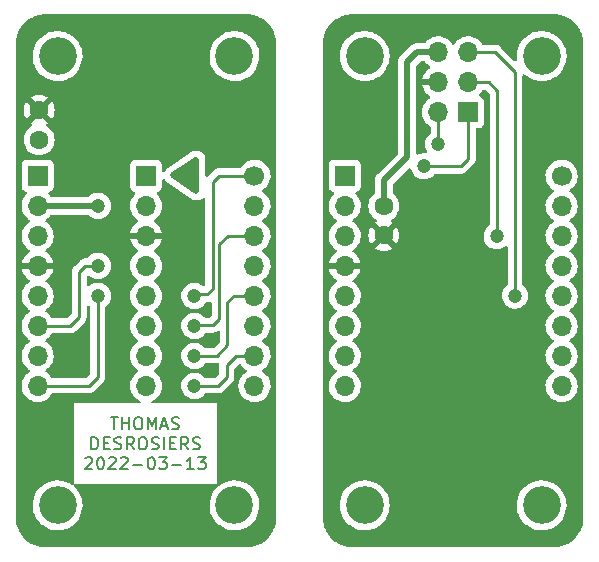
<source format=gtl>
%MOIN*%
%OFA0B0*%
%FSLAX46Y46*%
%IPPOS*%
%LPD*%
%ADD10C,0.02*%
%ADD11C,0.005905511811023622*%
%ADD12C,0.005905511811023622*%
%ADD13C,0.12598429133858269*%
%ADD14C,0.062992125984251982*%
%ADD15R,0.066929133858267723X0.066929133858267723*%
%ADD16O,0.066929133858267723X0.066929133858267723*%
%ADD17C,0.066929133858267723*%
%ADD18C,0.047244094488188976*%
%ADD19C,0.02*%
%ADD20C,0.00984251968503937*%
%ADD31C,0.12598429133858269*%
%ADD32R,0.066929133858267723X0.066929133858267723*%
%ADD33O,0.066929133858267723X0.066929133858267723*%
%ADD34C,0.062992125984251982*%
%ADD35C,0.066929133858267723*%
%ADD36C,0.047244094488188976*%
%ADD37C,0.02*%
%ADD38C,0.00984251968503937*%
%LPD*%
G01*
D10*
X0000656259Y0001253841D02*
X0000603109Y0001291242D01*
X0000660196Y0001312896D02*
X0000610983Y0001277463D01*
X0000656259Y0001320770D02*
X0000632637Y0001267620D01*
X0000662164Y0001345376D02*
X0000662164Y0001239077D01*
X0000583424Y0001292227D02*
X0000662164Y0001239077D01*
X0000652322Y0001327660D02*
X0000652322Y0001254825D01*
X0000652322Y0001326675D02*
X0000603109Y0001291242D01*
X0000662164Y0001345376D02*
X0000583424Y0001292227D01*
X0000656259Y0001320770D02*
X0000607046Y0001285337D01*
D11*
D12*
X0000375984Y0000486830D02*
X0000399606Y0000486830D01*
X0000387795Y0000445492D02*
X0000387795Y0000486830D01*
X0000413385Y0000445492D02*
X0000413385Y0000486830D01*
X0000413385Y0000467145D02*
X0000437007Y0000467145D01*
X0000437007Y0000445492D02*
X0000437007Y0000486830D01*
X0000464566Y0000486830D02*
X0000472440Y0000486830D01*
X0000476377Y0000484862D01*
X0000480314Y0000480925D01*
X0000482283Y0000473051D01*
X0000482283Y0000459271D01*
X0000480314Y0000451397D01*
X0000476377Y0000447460D01*
X0000472440Y0000445492D01*
X0000464566Y0000445492D01*
X0000460629Y0000447460D01*
X0000456692Y0000451397D01*
X0000454724Y0000459271D01*
X0000454724Y0000473051D01*
X0000456692Y0000480925D01*
X0000460629Y0000484862D01*
X0000464566Y0000486830D01*
X0000500000Y0000445492D02*
X0000500000Y0000486830D01*
X0000513779Y0000457303D01*
X0000527559Y0000486830D01*
X0000527559Y0000445492D01*
X0000545275Y0000457303D02*
X0000564960Y0000457303D01*
X0000541338Y0000445492D02*
X0000555118Y0000486830D01*
X0000568897Y0000445492D01*
X0000580708Y0000447460D02*
X0000586614Y0000445492D01*
X0000596456Y0000445492D01*
X0000600393Y0000447460D01*
X0000602362Y0000449429D01*
X0000604330Y0000453366D01*
X0000604330Y0000457303D01*
X0000602362Y0000461240D01*
X0000600393Y0000463208D01*
X0000596456Y0000465177D01*
X0000588582Y0000467145D01*
X0000584645Y0000469114D01*
X0000582677Y0000471082D01*
X0000580708Y0000475019D01*
X0000580708Y0000478956D01*
X0000582677Y0000482893D01*
X0000584645Y0000484862D01*
X0000588582Y0000486830D01*
X0000598425Y0000486830D01*
X0000604330Y0000484862D01*
X0000312007Y0000378937D02*
X0000312007Y0000420275D01*
X0000321850Y0000420275D01*
X0000327755Y0000418307D01*
X0000331692Y0000414370D01*
X0000333661Y0000410433D01*
X0000335629Y0000402559D01*
X0000335629Y0000396653D01*
X0000333661Y0000388779D01*
X0000331692Y0000384842D01*
X0000327755Y0000380905D01*
X0000321850Y0000378937D01*
X0000312007Y0000378937D01*
X0000353346Y0000400590D02*
X0000367125Y0000400590D01*
X0000373031Y0000378937D02*
X0000353346Y0000378937D01*
X0000353346Y0000420275D01*
X0000373031Y0000420275D01*
X0000388779Y0000380905D02*
X0000394685Y0000378937D01*
X0000404527Y0000378937D01*
X0000408464Y0000380905D01*
X0000410433Y0000382874D01*
X0000412401Y0000386811D01*
X0000412401Y0000390747D01*
X0000410433Y0000394685D01*
X0000408464Y0000396653D01*
X0000404527Y0000398622D01*
X0000396653Y0000400590D01*
X0000392716Y0000402559D01*
X0000390748Y0000404527D01*
X0000388779Y0000408464D01*
X0000388779Y0000412401D01*
X0000390748Y0000416338D01*
X0000392716Y0000418307D01*
X0000396653Y0000420275D01*
X0000406496Y0000420275D01*
X0000412401Y0000418307D01*
X0000453740Y0000378937D02*
X0000439960Y0000398622D01*
X0000430118Y0000378937D02*
X0000430118Y0000420275D01*
X0000445866Y0000420275D01*
X0000449803Y0000418307D01*
X0000451771Y0000416338D01*
X0000453740Y0000412401D01*
X0000453740Y0000406496D01*
X0000451771Y0000402559D01*
X0000449803Y0000400590D01*
X0000445866Y0000398622D01*
X0000430118Y0000398622D01*
X0000479330Y0000420275D02*
X0000487204Y0000420275D01*
X0000491141Y0000418307D01*
X0000495078Y0000414370D01*
X0000497047Y0000406496D01*
X0000497047Y0000392716D01*
X0000495078Y0000384842D01*
X0000491141Y0000380905D01*
X0000487204Y0000378937D01*
X0000479330Y0000378937D01*
X0000475393Y0000380905D01*
X0000471456Y0000384842D01*
X0000469488Y0000392716D01*
X0000469488Y0000406496D01*
X0000471456Y0000414370D01*
X0000475393Y0000418307D01*
X0000479330Y0000420275D01*
X0000512795Y0000380905D02*
X0000518700Y0000378937D01*
X0000528543Y0000378937D01*
X0000532480Y0000380905D01*
X0000534448Y0000382874D01*
X0000536417Y0000386811D01*
X0000536417Y0000390747D01*
X0000534448Y0000394685D01*
X0000532480Y0000396653D01*
X0000528543Y0000398622D01*
X0000520669Y0000400590D01*
X0000516732Y0000402559D01*
X0000514763Y0000404527D01*
X0000512795Y0000408464D01*
X0000512795Y0000412401D01*
X0000514763Y0000416338D01*
X0000516732Y0000418307D01*
X0000520669Y0000420275D01*
X0000530511Y0000420275D01*
X0000536417Y0000418307D01*
X0000554133Y0000378937D02*
X0000554133Y0000420275D01*
X0000573818Y0000400590D02*
X0000587598Y0000400590D01*
X0000593503Y0000378937D02*
X0000573818Y0000378937D01*
X0000573818Y0000420275D01*
X0000593503Y0000420275D01*
X0000634842Y0000378937D02*
X0000621062Y0000398622D01*
X0000611220Y0000378937D02*
X0000611220Y0000420275D01*
X0000626968Y0000420275D01*
X0000630905Y0000418307D01*
X0000632874Y0000416338D01*
X0000634842Y0000412401D01*
X0000634842Y0000406496D01*
X0000632874Y0000402559D01*
X0000630905Y0000400590D01*
X0000626968Y0000398622D01*
X0000611220Y0000398622D01*
X0000650590Y0000380905D02*
X0000656496Y0000378937D01*
X0000666338Y0000378937D01*
X0000670275Y0000380905D01*
X0000672244Y0000382874D01*
X0000674212Y0000386811D01*
X0000674212Y0000390747D01*
X0000672244Y0000394685D01*
X0000670275Y0000396653D01*
X0000666338Y0000398622D01*
X0000658464Y0000400590D01*
X0000654527Y0000402559D01*
X0000652559Y0000404527D01*
X0000650590Y0000408464D01*
X0000650590Y0000412401D01*
X0000652559Y0000416338D01*
X0000654527Y0000418307D01*
X0000658464Y0000420275D01*
X0000668307Y0000420275D01*
X0000674212Y0000418307D01*
X0000291338Y0000349783D02*
X0000293307Y0000351751D01*
X0000297244Y0000353720D01*
X0000307086Y0000353720D01*
X0000311023Y0000351751D01*
X0000312992Y0000349783D01*
X0000314960Y0000345846D01*
X0000314960Y0000341909D01*
X0000312992Y0000336003D01*
X0000289370Y0000312381D01*
X0000314960Y0000312381D01*
X0000340551Y0000353720D02*
X0000344488Y0000353720D01*
X0000348425Y0000351751D01*
X0000350393Y0000349783D01*
X0000352362Y0000345846D01*
X0000354330Y0000337972D01*
X0000354330Y0000328129D01*
X0000352362Y0000320255D01*
X0000350393Y0000316318D01*
X0000348425Y0000314350D01*
X0000344488Y0000312381D01*
X0000340551Y0000312381D01*
X0000336614Y0000314350D01*
X0000334645Y0000316318D01*
X0000332677Y0000320255D01*
X0000330708Y0000328129D01*
X0000330708Y0000337972D01*
X0000332677Y0000345846D01*
X0000334645Y0000349783D01*
X0000336614Y0000351751D01*
X0000340551Y0000353720D01*
X0000370078Y0000349783D02*
X0000372047Y0000351751D01*
X0000375984Y0000353720D01*
X0000385826Y0000353720D01*
X0000389763Y0000351751D01*
X0000391732Y0000349783D01*
X0000393700Y0000345846D01*
X0000393700Y0000341909D01*
X0000391732Y0000336003D01*
X0000368110Y0000312381D01*
X0000393700Y0000312381D01*
X0000409448Y0000349783D02*
X0000411417Y0000351751D01*
X0000415354Y0000353720D01*
X0000425196Y0000353720D01*
X0000429133Y0000351751D01*
X0000431102Y0000349783D01*
X0000433070Y0000345846D01*
X0000433070Y0000341909D01*
X0000431102Y0000336003D01*
X0000407480Y0000312381D01*
X0000433070Y0000312381D01*
X0000450787Y0000328129D02*
X0000482283Y0000328129D01*
X0000509842Y0000353720D02*
X0000513779Y0000353720D01*
X0000517716Y0000351751D01*
X0000519685Y0000349783D01*
X0000521653Y0000345846D01*
X0000523622Y0000337972D01*
X0000523622Y0000328129D01*
X0000521653Y0000320255D01*
X0000519685Y0000316318D01*
X0000517716Y0000314350D01*
X0000513779Y0000312381D01*
X0000509842Y0000312381D01*
X0000505905Y0000314350D01*
X0000503937Y0000316318D01*
X0000501968Y0000320255D01*
X0000500000Y0000328129D01*
X0000500000Y0000337972D01*
X0000501968Y0000345846D01*
X0000503937Y0000349783D01*
X0000505905Y0000351751D01*
X0000509842Y0000353720D01*
X0000537401Y0000353720D02*
X0000562992Y0000353720D01*
X0000549212Y0000337972D01*
X0000555118Y0000337972D01*
X0000559055Y0000336003D01*
X0000561023Y0000334035D01*
X0000562992Y0000330098D01*
X0000562992Y0000320255D01*
X0000561023Y0000316318D01*
X0000559055Y0000314350D01*
X0000555118Y0000312381D01*
X0000543307Y0000312381D01*
X0000539370Y0000314350D01*
X0000537401Y0000316318D01*
X0000580708Y0000328129D02*
X0000612204Y0000328129D01*
X0000653543Y0000312381D02*
X0000629921Y0000312381D01*
X0000641732Y0000312381D02*
X0000641732Y0000353720D01*
X0000637795Y0000347814D01*
X0000633858Y0000343877D01*
X0000629921Y0000341909D01*
X0000667322Y0000353720D02*
X0000692913Y0000353720D01*
X0000679133Y0000337972D01*
X0000685039Y0000337972D01*
X0000688976Y0000336003D01*
X0000690944Y0000334035D01*
X0000692913Y0000330098D01*
X0000692913Y0000320255D01*
X0000690944Y0000316318D01*
X0000688976Y0000314350D01*
X0000685039Y0000312381D01*
X0000673228Y0000312381D01*
X0000669291Y0000314350D01*
X0000667322Y0000316318D01*
D13*
X0000199448Y0001690314D03*
X0000789133Y0000192817D03*
D14*
X0000137795Y0001411417D03*
X0000137795Y0001509842D03*
D13*
X0000199448Y0000192817D03*
D15*
X0000494290Y0001291016D03*
D16*
X0000494290Y0001191016D03*
X0000494290Y0001091016D03*
X0000494290Y0000991016D03*
X0000494290Y0000891016D03*
X0000494290Y0000791016D03*
X0000494290Y0000691016D03*
X0000494290Y0000591016D03*
D13*
X0000789133Y0001690314D03*
D17*
X0000855747Y0001291016D03*
D16*
X0000855747Y0001191016D03*
X0000855747Y0001091016D03*
X0000855747Y0000991016D03*
X0000855747Y0000891016D03*
X0000855747Y0000791016D03*
X0000855747Y0000691016D03*
X0000855747Y0000591016D03*
D15*
X0000132834Y0001291016D03*
D16*
X0000132834Y0001191016D03*
X0000132834Y0001091016D03*
X0000132834Y0000991016D03*
X0000132834Y0000891016D03*
X0000132834Y0000791016D03*
X0000132834Y0000691016D03*
X0000132834Y0000591016D03*
D18*
X0000333394Y0001191016D03*
X0000255668Y0000692817D03*
X0000333394Y0000991016D03*
X0000333394Y0000891016D03*
X0000655186Y0000891016D03*
X0000655186Y0000791016D03*
X0000655186Y0000691016D03*
X0000655186Y0000591016D03*
D19*
X0000132834Y0001191016D02*
X0000333394Y0001191016D01*
D20*
X0000271416Y0000820770D02*
X0000271416Y0000970376D01*
X0000271416Y0000970376D02*
X0000292056Y0000991016D01*
X0000292056Y0000991016D02*
X0000333394Y0000991016D01*
X0000132834Y0000791016D02*
X0000241662Y0000791016D01*
X0000241662Y0000791016D02*
X0000271416Y0000820770D01*
X0000132834Y0000591016D02*
X0000303473Y0000591016D01*
X0000655186Y0000891016D02*
X0000659744Y0000895573D01*
X0000659744Y0000895573D02*
X0000698582Y0000895573D01*
X0000716298Y0001269589D02*
X0000737952Y0001291242D01*
X0000303473Y0000591016D02*
X0000333394Y0000620937D01*
X0000698582Y0000895573D02*
X0000716298Y0000913290D01*
X0000333394Y0000620937D02*
X0000333394Y0000891016D01*
X0000737952Y0001291242D02*
X0000738179Y0001291016D01*
X0000738179Y0001291016D02*
X0000855747Y0001291016D01*
X0000716298Y0000913290D02*
X0000716298Y0001269589D01*
X0000655186Y0000791016D02*
X0000657382Y0000793211D01*
X0000766071Y0001091016D02*
X0000855747Y0001091016D01*
X0000737952Y0001062896D02*
X0000766071Y0001091016D01*
X0000716298Y0000793211D02*
X0000737952Y0000814864D01*
X0000657382Y0000793211D02*
X0000716298Y0000793211D01*
X0000737952Y0000814864D02*
X0000737952Y0001062896D01*
X0000765511Y0000869982D02*
X0000786544Y0000891016D01*
X0000786544Y0000891016D02*
X0000855747Y0000891016D01*
X0000655186Y0000691016D02*
X0000730245Y0000691016D01*
X0000730245Y0000691016D02*
X0000765511Y0000726282D01*
X0000765511Y0000726282D02*
X0000765511Y0000869982D01*
X0000655186Y0000591016D02*
X0000734575Y0000591016D01*
X0000734575Y0000591016D02*
X0000763542Y0000619982D01*
X0000795205Y0000691016D02*
X0000855747Y0000691016D01*
X0000763542Y0000619982D02*
X0000763542Y0000659353D01*
X0000763542Y0000659353D02*
X0000795205Y0000691016D01*
G36*
X0000829293Y0001829704D02*
G01*
X0000829875Y0001829613D01*
X0000829875Y0001829613D01*
X0000830225Y0001829559D01*
X0000830901Y0001829647D01*
X0000831843Y0001829680D01*
X0000841998Y0001829066D01*
X0000842592Y0001828993D01*
X0000845379Y0001828483D01*
X0000853656Y0001826966D01*
X0000854237Y0001826823D01*
X0000864976Y0001823476D01*
X0000865536Y0001823264D01*
X0000875792Y0001818648D01*
X0000876322Y0001818370D01*
X0000885948Y0001812551D01*
X0000886441Y0001812211D01*
X0000895295Y0001805274D01*
X0000895743Y0001804877D01*
X0000903696Y0001796924D01*
X0000904093Y0001796476D01*
X0000911030Y0001787622D01*
X0000911370Y0001787129D01*
X0000917189Y0001777503D01*
X0000917467Y0001776973D01*
X0000921104Y0001768892D01*
X0000922083Y0001766717D01*
X0000922295Y0001766157D01*
X0000924611Y0001758725D01*
X0000925642Y0001755418D01*
X0000925785Y0001754837D01*
X0000926385Y0001751562D01*
X0000927812Y0001743774D01*
X0000927884Y0001743179D01*
X0000928482Y0001733309D01*
X0000928432Y0001732257D01*
X0000928432Y0001732249D01*
X0000928378Y0001731899D01*
X0000928423Y0001731549D01*
X0000928423Y0001731549D01*
X0000928540Y0001730658D01*
X0000928582Y0001730015D01*
X0000928582Y0000153421D01*
X0000928523Y0000152657D01*
X0000928378Y0000151725D01*
X0000928442Y0000151232D01*
X0000928466Y0000151050D01*
X0000928499Y0000150107D01*
X0000927884Y0000139952D01*
X0000927812Y0000139357D01*
X0000926259Y0000130879D01*
X0000925785Y0000128295D01*
X0000925642Y0000127713D01*
X0000922685Y0000118224D01*
X0000922295Y0000116974D01*
X0000922083Y0000116415D01*
X0000919082Y0000109746D01*
X0000917467Y0000106158D01*
X0000917189Y0000105628D01*
X0000911370Y0000096002D01*
X0000911030Y0000095509D01*
X0000904093Y0000086655D01*
X0000903696Y0000086207D01*
X0000895743Y0000078254D01*
X0000895295Y0000077857D01*
X0000886441Y0000070920D01*
X0000885948Y0000070580D01*
X0000876322Y0000064761D01*
X0000875792Y0000064483D01*
X0000865536Y0000059867D01*
X0000864976Y0000059655D01*
X0000854237Y0000056308D01*
X0000853656Y0000056165D01*
X0000845379Y0000054648D01*
X0000842592Y0000054138D01*
X0000841998Y0000054066D01*
X0000832128Y0000053469D01*
X0000831076Y0000053518D01*
X0000831068Y0000053518D01*
X0000830718Y0000053572D01*
X0000830368Y0000053527D01*
X0000830368Y0000053527D01*
X0000829477Y0000053410D01*
X0000828834Y0000053368D01*
X0000160051Y0000053368D01*
X0000159288Y0000053427D01*
X0000158705Y0000053518D01*
X0000158705Y0000053518D01*
X0000158356Y0000053572D01*
X0000157680Y0000053484D01*
X0000156738Y0000053451D01*
X0000146583Y0000054066D01*
X0000145988Y0000054138D01*
X0000143202Y0000054648D01*
X0000134925Y0000056165D01*
X0000134344Y0000056308D01*
X0000123605Y0000059655D01*
X0000123045Y0000059867D01*
X0000112789Y0000064483D01*
X0000112259Y0000064761D01*
X0000102633Y0000070580D01*
X0000102140Y0000070920D01*
X0000093286Y0000077857D01*
X0000092838Y0000078254D01*
X0000084885Y0000086207D01*
X0000084488Y0000086655D01*
X0000077551Y0000095509D01*
X0000077211Y0000096002D01*
X0000071392Y0000105628D01*
X0000071114Y0000106158D01*
X0000069499Y0000109746D01*
X0000066498Y0000116415D01*
X0000066285Y0000116974D01*
X0000065896Y0000118224D01*
X0000062939Y0000127713D01*
X0000062796Y0000128295D01*
X0000062322Y0000130879D01*
X0000060769Y0000139357D01*
X0000060696Y0000139952D01*
X0000060099Y0000149822D01*
X0000060149Y0000150874D01*
X0000060149Y0000150882D01*
X0000060203Y0000151232D01*
X0000060139Y0000151725D01*
X0000060041Y0000152473D01*
X0000059999Y0000153116D01*
X0000059999Y0000193688D01*
X0000116247Y0000193688D01*
X0000116898Y0000182389D01*
X0000116931Y0000182223D01*
X0000116931Y0000182223D01*
X0000118188Y0000175812D01*
X0000119077Y0000171282D01*
X0000119132Y0000171122D01*
X0000119132Y0000171122D01*
X0000122689Y0000160733D01*
X0000122744Y0000160574D01*
X0000122819Y0000160423D01*
X0000127622Y0000150874D01*
X0000127829Y0000150462D01*
X0000134240Y0000141134D01*
X0000134354Y0000141009D01*
X0000134354Y0000141009D01*
X0000135957Y0000139247D01*
X0000141858Y0000132762D01*
X0000141987Y0000132654D01*
X0000141987Y0000132654D01*
X0000147897Y0000127713D01*
X0000150541Y0000125502D01*
X0000160129Y0000119488D01*
X0000170445Y0000114830D01*
X0000170607Y0000114782D01*
X0000181135Y0000111663D01*
X0000181135Y0000111663D01*
X0000181297Y0000111615D01*
X0000181464Y0000111590D01*
X0000181464Y0000111590D01*
X0000191252Y0000110092D01*
X0000192485Y0000109903D01*
X0000198247Y0000109813D01*
X0000203634Y0000109728D01*
X0000203634Y0000109728D01*
X0000203803Y0000109725D01*
X0000203970Y0000109746D01*
X0000203970Y0000109746D01*
X0000214871Y0000111065D01*
X0000214872Y0000111065D01*
X0000215039Y0000111085D01*
X0000225987Y0000113957D01*
X0000236444Y0000118289D01*
X0000246217Y0000123999D01*
X0000255123Y0000130983D01*
X0000256743Y0000132654D01*
X0000262883Y0000138990D01*
X0000263000Y0000139111D01*
X0000263100Y0000139247D01*
X0000263100Y0000139247D01*
X0000269601Y0000148097D01*
X0000269701Y0000148233D01*
X0000270564Y0000149822D01*
X0000275021Y0000158031D01*
X0000275021Y0000158032D01*
X0000275102Y0000158180D01*
X0000279102Y0000168768D01*
X0000281629Y0000179801D01*
X0000282635Y0000191075D01*
X0000282654Y0000192817D01*
X0000282594Y0000193688D01*
X0000705932Y0000193688D01*
X0000706583Y0000182389D01*
X0000706616Y0000182223D01*
X0000706616Y0000182223D01*
X0000707873Y0000175812D01*
X0000708762Y0000171282D01*
X0000708817Y0000171122D01*
X0000708817Y0000171122D01*
X0000712374Y0000160733D01*
X0000712429Y0000160574D01*
X0000712504Y0000160423D01*
X0000717307Y0000150874D01*
X0000717514Y0000150462D01*
X0000723925Y0000141134D01*
X0000724039Y0000141009D01*
X0000724039Y0000141009D01*
X0000725642Y0000139247D01*
X0000731543Y0000132762D01*
X0000731672Y0000132654D01*
X0000731672Y0000132654D01*
X0000737582Y0000127713D01*
X0000740226Y0000125502D01*
X0000749814Y0000119488D01*
X0000760130Y0000114830D01*
X0000760292Y0000114782D01*
X0000770820Y0000111663D01*
X0000770820Y0000111663D01*
X0000770982Y0000111615D01*
X0000771149Y0000111590D01*
X0000771149Y0000111590D01*
X0000780936Y0000110092D01*
X0000782170Y0000109903D01*
X0000787932Y0000109813D01*
X0000793319Y0000109728D01*
X0000793319Y0000109728D01*
X0000793488Y0000109725D01*
X0000793655Y0000109746D01*
X0000793655Y0000109746D01*
X0000804556Y0000111065D01*
X0000804557Y0000111065D01*
X0000804724Y0000111085D01*
X0000815672Y0000113957D01*
X0000826129Y0000118289D01*
X0000835901Y0000123999D01*
X0000844808Y0000130983D01*
X0000846428Y0000132654D01*
X0000852568Y0000138990D01*
X0000852685Y0000139111D01*
X0000852785Y0000139247D01*
X0000852785Y0000139247D01*
X0000859286Y0000148097D01*
X0000859386Y0000148233D01*
X0000860249Y0000149822D01*
X0000864706Y0000158031D01*
X0000864706Y0000158032D01*
X0000864787Y0000158180D01*
X0000868787Y0000168768D01*
X0000871314Y0000179801D01*
X0000872320Y0000191075D01*
X0000872339Y0000192817D01*
X0000871569Y0000204109D01*
X0000871390Y0000204972D01*
X0000869308Y0000215028D01*
X0000869274Y0000215193D01*
X0000865495Y0000225862D01*
X0000860304Y0000235920D01*
X0000859782Y0000236663D01*
X0000853893Y0000245042D01*
X0000853796Y0000245180D01*
X0000846091Y0000253472D01*
X0000837332Y0000260640D01*
X0000827682Y0000266554D01*
X0000826969Y0000266867D01*
X0000817473Y0000271036D01*
X0000817318Y0000271104D01*
X0000816297Y0000271395D01*
X0000806595Y0000274158D01*
X0000806595Y0000274158D01*
X0000806432Y0000274205D01*
X0000798058Y0000275396D01*
X0000795394Y0000275776D01*
X0000795394Y0000275776D01*
X0000795227Y0000275799D01*
X0000795058Y0000275800D01*
X0000795058Y0000275800D01*
X0000784077Y0000275858D01*
X0000784077Y0000275858D01*
X0000783908Y0000275859D01*
X0000783741Y0000275837D01*
X0000783741Y0000275837D01*
X0000778805Y0000275187D01*
X0000772687Y0000274381D01*
X0000772524Y0000274337D01*
X0000772524Y0000274337D01*
X0000769499Y0000273509D01*
X0000761769Y0000271395D01*
X0000761614Y0000271328D01*
X0000751514Y0000267020D01*
X0000751514Y0000267020D01*
X0000751358Y0000266954D01*
X0000748485Y0000265234D01*
X0000741791Y0000261228D01*
X0000741791Y0000261228D01*
X0000741646Y0000261141D01*
X0000741515Y0000261036D01*
X0000741514Y0000261036D01*
X0000741021Y0000260640D01*
X0000737396Y0000257736D01*
X0000734810Y0000256674D01*
X0000734628Y0000256707D01*
X0000734546Y0000256133D01*
X0000733135Y0000254323D01*
X0000732944Y0000254170D01*
X0000732944Y0000254170D01*
X0000732813Y0000254065D01*
X0000725022Y0000245855D01*
X0000718417Y0000236663D01*
X0000713121Y0000226660D01*
X0000709231Y0000216031D01*
X0000706820Y0000204972D01*
X0000705932Y0000193688D01*
X0000282594Y0000193688D01*
X0000281884Y0000204109D01*
X0000281705Y0000204972D01*
X0000279623Y0000215028D01*
X0000279589Y0000215193D01*
X0000275810Y0000225862D01*
X0000270619Y0000235920D01*
X0000270097Y0000236663D01*
X0000264208Y0000245042D01*
X0000264111Y0000245180D01*
X0000256406Y0000253472D01*
X0000255466Y0000254241D01*
X0000253889Y0000256550D01*
X0000253810Y0000259344D01*
X0000255255Y0000261736D01*
X0000257764Y0000262969D01*
X0000258607Y0000263041D01*
X0000729645Y0000263041D01*
X0000729645Y0000532234D01*
X0000517282Y0000532234D01*
X0000514600Y0000533021D01*
X0000512769Y0000535134D01*
X0000512372Y0000537900D01*
X0000513533Y0000540443D01*
X0000515099Y0000541649D01*
X0000521587Y0000544828D01*
X0000521770Y0000544917D01*
X0000528931Y0000550025D01*
X0000529997Y0000551087D01*
X0000535016Y0000556089D01*
X0000535160Y0000556232D01*
X0000535588Y0000556828D01*
X0000540174Y0000563209D01*
X0000540292Y0000563375D01*
X0000540438Y0000563669D01*
X0000544099Y0000571076D01*
X0000544099Y0000571077D01*
X0000544189Y0000571259D01*
X0000546746Y0000579674D01*
X0000547894Y0000588394D01*
X0000547958Y0000591016D01*
X0000547237Y0000599781D01*
X0000545095Y0000608311D01*
X0000541588Y0000616376D01*
X0000537877Y0000622113D01*
X0000536921Y0000623590D01*
X0000536921Y0000623590D01*
X0000536811Y0000623761D01*
X0000530892Y0000630266D01*
X0000530732Y0000630391D01*
X0000530732Y0000630392D01*
X0000524149Y0000635590D01*
X0000524149Y0000635590D01*
X0000523990Y0000635716D01*
X0000522363Y0000636614D01*
X0000520396Y0000638600D01*
X0000519815Y0000641334D01*
X0000520803Y0000643948D01*
X0000521880Y0000644995D01*
X0000523605Y0000646226D01*
X0000528931Y0000650025D01*
X0000529997Y0000651087D01*
X0000535016Y0000656089D01*
X0000535160Y0000656233D01*
X0000535588Y0000656828D01*
X0000540174Y0000663209D01*
X0000540292Y0000663375D01*
X0000540743Y0000664286D01*
X0000544099Y0000671076D01*
X0000544099Y0000671077D01*
X0000544189Y0000671259D01*
X0000546746Y0000679674D01*
X0000547894Y0000688394D01*
X0000547958Y0000691016D01*
X0000547237Y0000699781D01*
X0000545095Y0000708311D01*
X0000541588Y0000716376D01*
X0000537847Y0000722159D01*
X0000536921Y0000723590D01*
X0000536921Y0000723590D01*
X0000536811Y0000723761D01*
X0000530892Y0000730266D01*
X0000530732Y0000730391D01*
X0000530732Y0000730392D01*
X0000524149Y0000735590D01*
X0000524149Y0000735590D01*
X0000523990Y0000735716D01*
X0000522363Y0000736614D01*
X0000520396Y0000738600D01*
X0000519815Y0000741334D01*
X0000520803Y0000743948D01*
X0000521880Y0000744996D01*
X0000523605Y0000746226D01*
X0000528931Y0000750025D01*
X0000529997Y0000751087D01*
X0000535016Y0000756089D01*
X0000535160Y0000756233D01*
X0000535588Y0000756828D01*
X0000540174Y0000763209D01*
X0000540292Y0000763375D01*
X0000540438Y0000763669D01*
X0000544099Y0000771076D01*
X0000544099Y0000771077D01*
X0000544189Y0000771259D01*
X0000546746Y0000779674D01*
X0000547894Y0000788394D01*
X0000547958Y0000791016D01*
X0000547237Y0000799781D01*
X0000545095Y0000808311D01*
X0000541588Y0000816376D01*
X0000537985Y0000821946D01*
X0000536921Y0000823590D01*
X0000536921Y0000823590D01*
X0000536811Y0000823761D01*
X0000530892Y0000830266D01*
X0000530732Y0000830391D01*
X0000530732Y0000830392D01*
X0000524149Y0000835590D01*
X0000524149Y0000835590D01*
X0000523990Y0000835716D01*
X0000522363Y0000836614D01*
X0000520396Y0000838600D01*
X0000519815Y0000841334D01*
X0000520803Y0000843948D01*
X0000521880Y0000844996D01*
X0000523605Y0000846226D01*
X0000528931Y0000850025D01*
X0000529997Y0000851087D01*
X0000533328Y0000854407D01*
X0000535160Y0000856233D01*
X0000535588Y0000856828D01*
X0000540174Y0000863209D01*
X0000540292Y0000863375D01*
X0000540456Y0000863706D01*
X0000544099Y0000871076D01*
X0000544099Y0000871077D01*
X0000544189Y0000871259D01*
X0000546746Y0000879674D01*
X0000547894Y0000888394D01*
X0000547898Y0000888577D01*
X0000547955Y0000890883D01*
X0000547955Y0000890883D01*
X0000547958Y0000891016D01*
X0000547237Y0000899781D01*
X0000545095Y0000908311D01*
X0000541588Y0000916376D01*
X0000538380Y0000921335D01*
X0000536921Y0000923590D01*
X0000536921Y0000923590D01*
X0000536811Y0000923761D01*
X0000530892Y0000930266D01*
X0000530732Y0000930391D01*
X0000530732Y0000930392D01*
X0000524149Y0000935590D01*
X0000524149Y0000935590D01*
X0000523990Y0000935716D01*
X0000522363Y0000936614D01*
X0000520396Y0000938600D01*
X0000519815Y0000941334D01*
X0000520803Y0000943948D01*
X0000521880Y0000944996D01*
X0000523605Y0000946226D01*
X0000528931Y0000950025D01*
X0000529997Y0000951087D01*
X0000535016Y0000956089D01*
X0000535160Y0000956233D01*
X0000535588Y0000956828D01*
X0000540174Y0000963209D01*
X0000540292Y0000963375D01*
X0000541782Y0000966389D01*
X0000544099Y0000971076D01*
X0000544099Y0000971077D01*
X0000544189Y0000971259D01*
X0000546746Y0000979674D01*
X0000547894Y0000988394D01*
X0000547898Y0000988577D01*
X0000547955Y0000990883D01*
X0000547955Y0000990883D01*
X0000547958Y0000991016D01*
X0000547237Y0000999781D01*
X0000545095Y0001008311D01*
X0000541588Y0001016376D01*
X0000536811Y0001023761D01*
X0000530892Y0001030266D01*
X0000530732Y0001030391D01*
X0000530732Y0001030392D01*
X0000524149Y0001035590D01*
X0000524149Y0001035590D01*
X0000523990Y0001035716D01*
X0000522344Y0001036625D01*
X0000520377Y0001038610D01*
X0000519795Y0001041344D01*
X0000520784Y0001043959D01*
X0000521861Y0001045006D01*
X0000528752Y0001049921D01*
X0000529062Y0001050183D01*
X0000535001Y0001056102D01*
X0000535264Y0001056411D01*
X0000540157Y0001063220D01*
X0000540366Y0001063567D01*
X0000544081Y0001071084D01*
X0000544230Y0001071462D01*
X0000546667Y0001079484D01*
X0000546753Y0001079880D01*
X0000546810Y0001080308D01*
X0000546722Y0001080867D01*
X0000546204Y0001081016D01*
X0000442449Y0001081016D01*
X0000441916Y0001080859D01*
X0000441860Y0001080466D01*
X0000443053Y0001075171D01*
X0000443174Y0001074784D01*
X0000446329Y0001067015D01*
X0000446511Y0001066654D01*
X0000450893Y0001059504D01*
X0000451132Y0001059177D01*
X0000456622Y0001052840D01*
X0000456912Y0001052556D01*
X0000463363Y0001047200D01*
X0000463695Y0001046967D01*
X0000466415Y0001045378D01*
X0000468333Y0001043345D01*
X0000468848Y0001040597D01*
X0000467796Y0001038008D01*
X0000466203Y0001036695D01*
X0000465692Y0001036429D01*
X0000465530Y0001036307D01*
X0000465529Y0001036306D01*
X0000461237Y0001033084D01*
X0000458659Y0001031148D01*
X0000458518Y0001031001D01*
X0000453536Y0001025787D01*
X0000452583Y0001024790D01*
X0000452468Y0001024621D01*
X0000452468Y0001024621D01*
X0000451983Y0001023911D01*
X0000447627Y0001017524D01*
X0000443924Y0001009547D01*
X0000441573Y0001001072D01*
X0000440639Y0000992327D01*
X0000440651Y0000992124D01*
X0000440651Y0000992124D01*
X0000441053Y0000985153D01*
X0000441145Y0000983546D01*
X0000441190Y0000983348D01*
X0000441190Y0000983348D01*
X0000441749Y0000980867D01*
X0000443079Y0000974967D01*
X0000446387Y0000966818D01*
X0000448380Y0000963567D01*
X0000450640Y0000959879D01*
X0000450983Y0000959319D01*
X0000456741Y0000952672D01*
X0000460824Y0000949282D01*
X0000463236Y0000947280D01*
X0000463508Y0000947054D01*
X0000466282Y0000945432D01*
X0000466395Y0000945367D01*
X0000468313Y0000943334D01*
X0000468827Y0000940587D01*
X0000467775Y0000937997D01*
X0000466182Y0000936684D01*
X0000465692Y0000936429D01*
X0000465530Y0000936307D01*
X0000465529Y0000936306D01*
X0000461237Y0000933084D01*
X0000458659Y0000931148D01*
X0000458518Y0000931001D01*
X0000453536Y0000925787D01*
X0000452583Y0000924790D01*
X0000447627Y0000917524D01*
X0000446287Y0000914638D01*
X0000444212Y0000910168D01*
X0000443924Y0000909547D01*
X0000441573Y0000901072D01*
X0000440639Y0000892327D01*
X0000440651Y0000892124D01*
X0000440651Y0000892124D01*
X0000440866Y0000888394D01*
X0000441145Y0000883546D01*
X0000441190Y0000883348D01*
X0000441190Y0000883348D01*
X0000441768Y0000880784D01*
X0000443079Y0000874967D01*
X0000444794Y0000870743D01*
X0000446248Y0000867162D01*
X0000446387Y0000866818D01*
X0000448295Y0000863706D01*
X0000450877Y0000859492D01*
X0000450983Y0000859319D01*
X0000456741Y0000852672D01*
X0000460824Y0000849282D01*
X0000463236Y0000847280D01*
X0000463508Y0000847054D01*
X0000466282Y0000845432D01*
X0000466395Y0000845367D01*
X0000468313Y0000843334D01*
X0000468827Y0000840587D01*
X0000467775Y0000837997D01*
X0000466182Y0000836684D01*
X0000465692Y0000836429D01*
X0000465530Y0000836307D01*
X0000465529Y0000836306D01*
X0000461333Y0000833156D01*
X0000458659Y0000831148D01*
X0000458518Y0000831001D01*
X0000453536Y0000825787D01*
X0000452583Y0000824790D01*
X0000447627Y0000817524D01*
X0000446021Y0000814065D01*
X0000444711Y0000811242D01*
X0000443924Y0000809547D01*
X0000441573Y0000801072D01*
X0000440639Y0000792327D01*
X0000440651Y0000792124D01*
X0000440651Y0000792124D01*
X0000440866Y0000788394D01*
X0000441145Y0000783546D01*
X0000441190Y0000783348D01*
X0000441190Y0000783348D01*
X0000441446Y0000782211D01*
X0000443079Y0000774967D01*
X0000445236Y0000769654D01*
X0000446127Y0000767458D01*
X0000446387Y0000766818D01*
X0000447157Y0000765562D01*
X0000450640Y0000759879D01*
X0000450983Y0000759319D01*
X0000456741Y0000752672D01*
X0000460824Y0000749282D01*
X0000463236Y0000747280D01*
X0000463508Y0000747054D01*
X0000466282Y0000745432D01*
X0000466395Y0000745367D01*
X0000468313Y0000743334D01*
X0000468827Y0000740587D01*
X0000467775Y0000737997D01*
X0000466182Y0000736684D01*
X0000465692Y0000736429D01*
X0000465530Y0000736307D01*
X0000465529Y0000736306D01*
X0000461237Y0000733084D01*
X0000458659Y0000731148D01*
X0000458518Y0000731001D01*
X0000453536Y0000725787D01*
X0000452583Y0000724790D01*
X0000452468Y0000724621D01*
X0000452468Y0000724621D01*
X0000451245Y0000722829D01*
X0000447627Y0000717524D01*
X0000443924Y0000709547D01*
X0000441573Y0000701072D01*
X0000440639Y0000692327D01*
X0000440651Y0000692124D01*
X0000440651Y0000692124D01*
X0000440866Y0000688394D01*
X0000441145Y0000683546D01*
X0000441190Y0000683348D01*
X0000441190Y0000683348D01*
X0000441972Y0000679876D01*
X0000443079Y0000674967D01*
X0000444584Y0000671259D01*
X0000445960Y0000667872D01*
X0000446387Y0000666818D01*
X0000447821Y0000664479D01*
X0000450877Y0000659492D01*
X0000450983Y0000659319D01*
X0000456741Y0000652672D01*
X0000460824Y0000649282D01*
X0000463236Y0000647280D01*
X0000463508Y0000647054D01*
X0000466282Y0000645432D01*
X0000466395Y0000645367D01*
X0000468313Y0000643334D01*
X0000468827Y0000640587D01*
X0000467775Y0000637997D01*
X0000466182Y0000636684D01*
X0000465692Y0000636429D01*
X0000465530Y0000636307D01*
X0000465529Y0000636306D01*
X0000458822Y0000631270D01*
X0000458659Y0000631148D01*
X0000458518Y0000631001D01*
X0000453536Y0000625787D01*
X0000452583Y0000624790D01*
X0000447627Y0000617524D01*
X0000446098Y0000614232D01*
X0000444112Y0000609952D01*
X0000443924Y0000609547D01*
X0000441573Y0000601072D01*
X0000440639Y0000592327D01*
X0000440651Y0000592124D01*
X0000440651Y0000592124D01*
X0000440866Y0000588394D01*
X0000441145Y0000583546D01*
X0000441190Y0000583348D01*
X0000441190Y0000583348D01*
X0000441972Y0000579876D01*
X0000443079Y0000574967D01*
X0000445377Y0000569308D01*
X0000446127Y0000567458D01*
X0000446387Y0000566818D01*
X0000446984Y0000565844D01*
X0000450640Y0000559879D01*
X0000450983Y0000559319D01*
X0000456741Y0000552672D01*
X0000460824Y0000549282D01*
X0000463236Y0000547280D01*
X0000463508Y0000547054D01*
X0000471101Y0000542616D01*
X0000471291Y0000542544D01*
X0000471291Y0000542544D01*
X0000473164Y0000541829D01*
X0000475389Y0000540136D01*
X0000476345Y0000537510D01*
X0000475730Y0000534783D01*
X0000473738Y0000532822D01*
X0000471395Y0000532234D01*
X0000254606Y0000532234D01*
X0000254606Y0000265234D01*
X0000253818Y0000262552D01*
X0000251706Y0000260722D01*
X0000248939Y0000260324D01*
X0000247053Y0000261005D01*
X0000246688Y0000261228D01*
X0000237997Y0000266554D01*
X0000237284Y0000266867D01*
X0000227788Y0000271036D01*
X0000227633Y0000271104D01*
X0000226612Y0000271395D01*
X0000216910Y0000274158D01*
X0000216910Y0000274158D01*
X0000216747Y0000274205D01*
X0000208373Y0000275396D01*
X0000205709Y0000275776D01*
X0000205709Y0000275776D01*
X0000205542Y0000275799D01*
X0000205373Y0000275800D01*
X0000205373Y0000275800D01*
X0000194392Y0000275858D01*
X0000194392Y0000275858D01*
X0000194223Y0000275859D01*
X0000194056Y0000275837D01*
X0000194056Y0000275837D01*
X0000189120Y0000275187D01*
X0000183002Y0000274381D01*
X0000182839Y0000274337D01*
X0000182839Y0000274337D01*
X0000179815Y0000273509D01*
X0000172084Y0000271395D01*
X0000171929Y0000271328D01*
X0000161829Y0000267020D01*
X0000161829Y0000267020D01*
X0000161673Y0000266954D01*
X0000158800Y0000265234D01*
X0000152106Y0000261228D01*
X0000152106Y0000261228D01*
X0000151961Y0000261141D01*
X0000143128Y0000254065D01*
X0000135337Y0000245855D01*
X0000128732Y0000236663D01*
X0000123436Y0000226660D01*
X0000119546Y0000216031D01*
X0000117135Y0000204972D01*
X0000116247Y0000193688D01*
X0000059999Y0000193688D01*
X0000059999Y0000592327D01*
X0000079182Y0000592327D01*
X0000079194Y0000592124D01*
X0000079194Y0000592124D01*
X0000079409Y0000588394D01*
X0000079688Y0000583546D01*
X0000079733Y0000583348D01*
X0000079733Y0000583348D01*
X0000080516Y0000579876D01*
X0000081622Y0000574967D01*
X0000083920Y0000569308D01*
X0000084671Y0000567458D01*
X0000084931Y0000566818D01*
X0000085527Y0000565844D01*
X0000089183Y0000559879D01*
X0000089526Y0000559319D01*
X0000095285Y0000552672D01*
X0000099367Y0000549282D01*
X0000101779Y0000547280D01*
X0000102051Y0000547054D01*
X0000109645Y0000542616D01*
X0000117861Y0000539479D01*
X0000118060Y0000539438D01*
X0000118061Y0000539438D01*
X0000122283Y0000538579D01*
X0000126479Y0000537725D01*
X0000126683Y0000537718D01*
X0000126683Y0000537718D01*
X0000135065Y0000537411D01*
X0000135065Y0000537411D01*
X0000135268Y0000537403D01*
X0000135470Y0000537429D01*
X0000135470Y0000537429D01*
X0000143790Y0000538495D01*
X0000143790Y0000538495D01*
X0000143992Y0000538521D01*
X0000144187Y0000538579D01*
X0000152221Y0000540990D01*
X0000152221Y0000540990D01*
X0000152416Y0000541048D01*
X0000160314Y0000544917D01*
X0000167474Y0000550025D01*
X0000168540Y0000551087D01*
X0000173560Y0000556089D01*
X0000173704Y0000556232D01*
X0000174132Y0000556828D01*
X0000178717Y0000563209D01*
X0000178836Y0000563375D01*
X0000178926Y0000563557D01*
X0000178993Y0000563669D01*
X0000181049Y0000565562D01*
X0000183245Y0000566075D01*
X0000300372Y0000566075D01*
X0000300812Y0000566054D01*
X0000301107Y0000565988D01*
X0000301419Y0000565998D01*
X0000301419Y0000565998D01*
X0000303787Y0000566072D01*
X0000303943Y0000566075D01*
X0000305042Y0000566075D01*
X0000305197Y0000566094D01*
X0000305200Y0000566095D01*
X0000305666Y0000566131D01*
X0000306936Y0000566171D01*
X0000307094Y0000566176D01*
X0000307406Y0000566186D01*
X0000308172Y0000566408D01*
X0000308934Y0000566566D01*
X0000309415Y0000566627D01*
X0000309415Y0000566627D01*
X0000309725Y0000566666D01*
X0000310015Y0000566781D01*
X0000310015Y0000566781D01*
X0000311344Y0000567307D01*
X0000311786Y0000567458D01*
X0000313157Y0000567857D01*
X0000313157Y0000567857D01*
X0000313457Y0000567944D01*
X0000313725Y0000568103D01*
X0000313726Y0000568103D01*
X0000314143Y0000568350D01*
X0000314842Y0000568692D01*
X0000315584Y0000568986D01*
X0000316027Y0000569308D01*
X0000316992Y0000570009D01*
X0000317383Y0000570266D01*
X0000318612Y0000570993D01*
X0000318612Y0000570993D01*
X0000318881Y0000571152D01*
X0000319445Y0000571715D01*
X0000320037Y0000572221D01*
X0000320430Y0000572506D01*
X0000320682Y0000572690D01*
X0000321792Y0000574032D01*
X0000322106Y0000574377D01*
X0000348837Y0000601108D01*
X0000349163Y0000601405D01*
X0000349419Y0000601567D01*
X0000351255Y0000603522D01*
X0000351363Y0000603634D01*
X0000352140Y0000604410D01*
X0000352237Y0000604536D01*
X0000352541Y0000604891D01*
X0000352836Y0000605206D01*
X0000353732Y0000606160D01*
X0000354117Y0000606859D01*
X0000354544Y0000607510D01*
X0000354591Y0000607571D01*
X0000355033Y0000608140D01*
X0000355724Y0000609738D01*
X0000355929Y0000610156D01*
X0000356768Y0000611682D01*
X0000356846Y0000611985D01*
X0000356846Y0000611985D01*
X0000356966Y0000612455D01*
X0000357219Y0000613192D01*
X0000357411Y0000613637D01*
X0000357535Y0000613923D01*
X0000357584Y0000614231D01*
X0000357584Y0000614232D01*
X0000357808Y0000615642D01*
X0000357902Y0000616100D01*
X0000358258Y0000617484D01*
X0000358258Y0000617484D01*
X0000358335Y0000617786D01*
X0000358335Y0000618583D01*
X0000358396Y0000619359D01*
X0000358472Y0000619839D01*
X0000358521Y0000620147D01*
X0000358357Y0000621880D01*
X0000358335Y0000622347D01*
X0000358335Y0000852665D01*
X0000359123Y0000855347D01*
X0000360124Y0000856479D01*
X0000364211Y0000859879D01*
X0000364386Y0000860024D01*
X0000369515Y0000866191D01*
X0000372784Y0000872029D01*
X0000373323Y0000872990D01*
X0000373323Y0000872990D01*
X0000373434Y0000873189D01*
X0000373507Y0000873404D01*
X0000373507Y0000873404D01*
X0000375939Y0000880569D01*
X0000375939Y0000880569D01*
X0000376012Y0000880784D01*
X0000377163Y0000888722D01*
X0000377223Y0000891016D01*
X0000376489Y0000899003D01*
X0000375963Y0000900870D01*
X0000374374Y0000906504D01*
X0000374374Y0000906504D01*
X0000374312Y0000906722D01*
X0000373894Y0000907571D01*
X0000370865Y0000913712D01*
X0000370764Y0000913916D01*
X0000370572Y0000914174D01*
X0000366101Y0000920161D01*
X0000366101Y0000920161D01*
X0000365965Y0000920343D01*
X0000361237Y0000924713D01*
X0000360242Y0000925633D01*
X0000360242Y0000925633D01*
X0000360076Y0000925787D01*
X0000356004Y0000928356D01*
X0000353484Y0000929946D01*
X0000353484Y0000929946D01*
X0000353292Y0000930067D01*
X0000345842Y0000933039D01*
X0000337976Y0000934604D01*
X0000337748Y0000934607D01*
X0000337748Y0000934607D01*
X0000333688Y0000934660D01*
X0000329956Y0000934709D01*
X0000329731Y0000934671D01*
X0000329731Y0000934671D01*
X0000322275Y0000933389D01*
X0000322051Y0000933351D01*
X0000314526Y0000930575D01*
X0000307632Y0000926474D01*
X0000304589Y0000923804D01*
X0000302053Y0000922628D01*
X0000299284Y0000923009D01*
X0000297161Y0000924827D01*
X0000296357Y0000927534D01*
X0000296357Y0000954407D01*
X0000297145Y0000957089D01*
X0000299257Y0000958919D01*
X0000302024Y0000959317D01*
X0000304566Y0000958156D01*
X0000304779Y0000957960D01*
X0000305649Y0000957113D01*
X0000305649Y0000957113D01*
X0000305812Y0000956954D01*
X0000306001Y0000956828D01*
X0000306001Y0000956828D01*
X0000307107Y0000956089D01*
X0000312481Y0000952498D01*
X0000312690Y0000952408D01*
X0000312690Y0000952408D01*
X0000318239Y0000950025D01*
X0000319850Y0000949332D01*
X0000322718Y0000948683D01*
X0000327452Y0000947612D01*
X0000327452Y0000947612D01*
X0000327674Y0000947562D01*
X0000327901Y0000947553D01*
X0000327901Y0000947553D01*
X0000330381Y0000947455D01*
X0000335688Y0000947247D01*
X0000343626Y0000948398D01*
X0000343841Y0000948471D01*
X0000343841Y0000948471D01*
X0000351006Y0000950903D01*
X0000351006Y0000950903D01*
X0000351221Y0000950976D01*
X0000358219Y0000954895D01*
X0000364386Y0000960024D01*
X0000369515Y0000966191D01*
X0000373434Y0000973189D01*
X0000373507Y0000973404D01*
X0000373507Y0000973404D01*
X0000375939Y0000980569D01*
X0000375939Y0000980569D01*
X0000376012Y0000980784D01*
X0000377163Y0000988722D01*
X0000377223Y0000991016D01*
X0000376489Y0000999003D01*
X0000375921Y0001001016D01*
X0000374374Y0001006504D01*
X0000374374Y0001006504D01*
X0000374312Y0001006722D01*
X0000373852Y0001007654D01*
X0000370865Y0001013712D01*
X0000370764Y0001013916D01*
X0000370274Y0001014573D01*
X0000366101Y0001020161D01*
X0000366101Y0001020161D01*
X0000365965Y0001020343D01*
X0000362268Y0001023761D01*
X0000360242Y0001025633D01*
X0000360242Y0001025633D01*
X0000360076Y0001025787D01*
X0000358263Y0001026931D01*
X0000353484Y0001029946D01*
X0000353484Y0001029946D01*
X0000353292Y0001030067D01*
X0000345842Y0001033039D01*
X0000337976Y0001034604D01*
X0000337748Y0001034607D01*
X0000337748Y0001034607D01*
X0000333688Y0001034660D01*
X0000329956Y0001034709D01*
X0000329731Y0001034671D01*
X0000329731Y0001034671D01*
X0000322275Y0001033389D01*
X0000322051Y0001033351D01*
X0000314526Y0001030575D01*
X0000307632Y0001026474D01*
X0000301602Y0001021185D01*
X0000301461Y0001021007D01*
X0000298975Y0001017853D01*
X0000296697Y0001016235D01*
X0000294655Y0001015991D01*
X0000294422Y0001016043D01*
X0000291742Y0001015959D01*
X0000291586Y0001015957D01*
X0000290487Y0001015957D01*
X0000290332Y0001015937D01*
X0000290332Y0001015937D01*
X0000290330Y0001015937D01*
X0000290329Y0001015937D01*
X0000289863Y0001015900D01*
X0000288123Y0001015845D01*
X0000287439Y0001015647D01*
X0000287357Y0001015623D01*
X0000286595Y0001015465D01*
X0000286317Y0001015430D01*
X0000285804Y0001015365D01*
X0000285514Y0001015250D01*
X0000285514Y0001015250D01*
X0000284186Y0001014724D01*
X0000283743Y0001014573D01*
X0000282072Y0001014087D01*
X0000281803Y0001013928D01*
X0000281803Y0001013928D01*
X0000281385Y0001013681D01*
X0000280686Y0001013339D01*
X0000280235Y0001013160D01*
X0000280235Y0001013160D01*
X0000279945Y0001013045D01*
X0000279692Y0001012862D01*
X0000278537Y0001012022D01*
X0000278147Y0001011766D01*
X0000277411Y0001011331D01*
X0000276648Y0001010879D01*
X0000276084Y0001010315D01*
X0000275492Y0001009810D01*
X0000274847Y0001009341D01*
X0000273737Y0001008000D01*
X0000273423Y0001007654D01*
X0000255973Y0000990205D01*
X0000255647Y0000989908D01*
X0000255392Y0000989746D01*
X0000255178Y0000989519D01*
X0000253556Y0000987792D01*
X0000253448Y0000987680D01*
X0000252671Y0000986903D01*
X0000252573Y0000986777D01*
X0000252270Y0000986422D01*
X0000251078Y0000985153D01*
X0000250928Y0000984879D01*
X0000250928Y0000984879D01*
X0000250694Y0000984454D01*
X0000250267Y0000983803D01*
X0000249778Y0000983173D01*
X0000249654Y0000982887D01*
X0000249654Y0000982887D01*
X0000249087Y0000981576D01*
X0000248881Y0000981156D01*
X0000248043Y0000979631D01*
X0000247965Y0000979328D01*
X0000247965Y0000979328D01*
X0000247844Y0000978858D01*
X0000247592Y0000978122D01*
X0000247275Y0000977390D01*
X0000247227Y0000977082D01*
X0000247226Y0000977081D01*
X0000247003Y0000975671D01*
X0000246908Y0000975213D01*
X0000246553Y0000973829D01*
X0000246475Y0000973527D01*
X0000246475Y0000972730D01*
X0000246414Y0000971954D01*
X0000246290Y0000971166D01*
X0000246319Y0000970855D01*
X0000246453Y0000969433D01*
X0000246475Y0000968966D01*
X0000246475Y0000833156D01*
X0000245688Y0000830474D01*
X0000245022Y0000829648D01*
X0000232784Y0000817409D01*
X0000230331Y0000816070D01*
X0000229276Y0000815957D01*
X0000183102Y0000815957D01*
X0000180420Y0000816744D01*
X0000178937Y0000818223D01*
X0000175465Y0000823590D01*
X0000175464Y0000823590D01*
X0000175354Y0000823761D01*
X0000169435Y0000830266D01*
X0000169275Y0000830391D01*
X0000169275Y0000830392D01*
X0000162693Y0000835590D01*
X0000162692Y0000835590D01*
X0000162533Y0000835716D01*
X0000160907Y0000836614D01*
X0000158939Y0000838600D01*
X0000158358Y0000841334D01*
X0000159347Y0000843948D01*
X0000160423Y0000844996D01*
X0000162149Y0000846226D01*
X0000167474Y0000850025D01*
X0000168540Y0000851087D01*
X0000171872Y0000854407D01*
X0000173704Y0000856233D01*
X0000174132Y0000856828D01*
X0000178717Y0000863209D01*
X0000178836Y0000863375D01*
X0000179000Y0000863706D01*
X0000182642Y0000871076D01*
X0000182642Y0000871077D01*
X0000182733Y0000871259D01*
X0000185289Y0000879674D01*
X0000186437Y0000888394D01*
X0000186442Y0000888577D01*
X0000186498Y0000890883D01*
X0000186498Y0000890883D01*
X0000186501Y0000891016D01*
X0000185781Y0000899781D01*
X0000183638Y0000908311D01*
X0000180131Y0000916376D01*
X0000176923Y0000921335D01*
X0000175465Y0000923590D01*
X0000175464Y0000923590D01*
X0000175354Y0000923761D01*
X0000169435Y0000930266D01*
X0000169275Y0000930391D01*
X0000169275Y0000930392D01*
X0000162693Y0000935590D01*
X0000162692Y0000935590D01*
X0000162533Y0000935716D01*
X0000160888Y0000936625D01*
X0000158920Y0000938610D01*
X0000158339Y0000941344D01*
X0000159327Y0000943959D01*
X0000160404Y0000945006D01*
X0000167295Y0000949921D01*
X0000167605Y0000950183D01*
X0000173544Y0000956102D01*
X0000173807Y0000956411D01*
X0000178700Y0000963220D01*
X0000178909Y0000963567D01*
X0000182624Y0000971084D01*
X0000182773Y0000971462D01*
X0000185211Y0000979484D01*
X0000185297Y0000979880D01*
X0000185353Y0000980308D01*
X0000185266Y0000980867D01*
X0000184748Y0000981016D01*
X0000080992Y0000981016D01*
X0000080459Y0000980859D01*
X0000080403Y0000980466D01*
X0000081596Y0000975171D01*
X0000081717Y0000974784D01*
X0000084872Y0000967015D01*
X0000085055Y0000966654D01*
X0000089436Y0000959504D01*
X0000089675Y0000959177D01*
X0000095165Y0000952840D01*
X0000095455Y0000952556D01*
X0000101906Y0000947200D01*
X0000102238Y0000946967D01*
X0000104958Y0000945378D01*
X0000106877Y0000943345D01*
X0000107391Y0000940597D01*
X0000106339Y0000938008D01*
X0000104746Y0000936695D01*
X0000104236Y0000936429D01*
X0000104073Y0000936307D01*
X0000104073Y0000936306D01*
X0000099781Y0000933084D01*
X0000097202Y0000931148D01*
X0000097062Y0000931001D01*
X0000092080Y0000925787D01*
X0000091126Y0000924790D01*
X0000086170Y0000917524D01*
X0000084830Y0000914638D01*
X0000082755Y0000910168D01*
X0000082467Y0000909547D01*
X0000080117Y0000901072D01*
X0000079182Y0000892327D01*
X0000079194Y0000892124D01*
X0000079194Y0000892124D01*
X0000079409Y0000888394D01*
X0000079688Y0000883546D01*
X0000079733Y0000883348D01*
X0000079733Y0000883348D01*
X0000080311Y0000880784D01*
X0000081622Y0000874967D01*
X0000083337Y0000870743D01*
X0000084791Y0000867162D01*
X0000084931Y0000866818D01*
X0000086838Y0000863706D01*
X0000089420Y0000859492D01*
X0000089526Y0000859319D01*
X0000095285Y0000852672D01*
X0000099367Y0000849282D01*
X0000101779Y0000847280D01*
X0000102051Y0000847054D01*
X0000104826Y0000845432D01*
X0000104938Y0000845367D01*
X0000106856Y0000843334D01*
X0000107371Y0000840587D01*
X0000106318Y0000837997D01*
X0000104726Y0000836684D01*
X0000104236Y0000836429D01*
X0000104073Y0000836307D01*
X0000104073Y0000836306D01*
X0000099876Y0000833156D01*
X0000097202Y0000831148D01*
X0000097062Y0000831001D01*
X0000092080Y0000825787D01*
X0000091126Y0000824790D01*
X0000086170Y0000817524D01*
X0000084564Y0000814065D01*
X0000083254Y0000811242D01*
X0000082467Y0000809547D01*
X0000080117Y0000801072D01*
X0000079182Y0000792327D01*
X0000079194Y0000792124D01*
X0000079194Y0000792124D01*
X0000079409Y0000788394D01*
X0000079688Y0000783546D01*
X0000079733Y0000783348D01*
X0000079733Y0000783348D01*
X0000079989Y0000782211D01*
X0000081622Y0000774967D01*
X0000083779Y0000769654D01*
X0000084671Y0000767458D01*
X0000084931Y0000766818D01*
X0000085700Y0000765562D01*
X0000089183Y0000759879D01*
X0000089526Y0000759319D01*
X0000095285Y0000752672D01*
X0000099367Y0000749282D01*
X0000101779Y0000747280D01*
X0000102051Y0000747054D01*
X0000104826Y0000745432D01*
X0000104938Y0000745367D01*
X0000106856Y0000743334D01*
X0000107371Y0000740587D01*
X0000106318Y0000737997D01*
X0000104726Y0000736684D01*
X0000104236Y0000736429D01*
X0000104073Y0000736307D01*
X0000104073Y0000736306D01*
X0000099781Y0000733084D01*
X0000097202Y0000731148D01*
X0000097062Y0000731001D01*
X0000092080Y0000725787D01*
X0000091126Y0000724790D01*
X0000091011Y0000724621D01*
X0000091011Y0000724621D01*
X0000089788Y0000722829D01*
X0000086170Y0000717524D01*
X0000082467Y0000709547D01*
X0000080117Y0000701072D01*
X0000079182Y0000692327D01*
X0000079194Y0000692124D01*
X0000079194Y0000692124D01*
X0000079409Y0000688394D01*
X0000079688Y0000683546D01*
X0000079733Y0000683348D01*
X0000079733Y0000683348D01*
X0000080516Y0000679876D01*
X0000081622Y0000674967D01*
X0000083127Y0000671259D01*
X0000084503Y0000667872D01*
X0000084931Y0000666818D01*
X0000086364Y0000664479D01*
X0000089420Y0000659492D01*
X0000089526Y0000659319D01*
X0000095285Y0000652672D01*
X0000099367Y0000649282D01*
X0000101779Y0000647280D01*
X0000102051Y0000647054D01*
X0000104826Y0000645432D01*
X0000104938Y0000645367D01*
X0000106856Y0000643334D01*
X0000107371Y0000640587D01*
X0000106318Y0000637997D01*
X0000104726Y0000636684D01*
X0000104236Y0000636429D01*
X0000104073Y0000636307D01*
X0000104073Y0000636306D01*
X0000097365Y0000631270D01*
X0000097202Y0000631148D01*
X0000097062Y0000631001D01*
X0000092080Y0000625787D01*
X0000091126Y0000624790D01*
X0000086170Y0000617524D01*
X0000084642Y0000614232D01*
X0000082655Y0000609952D01*
X0000082467Y0000609547D01*
X0000080117Y0000601072D01*
X0000079182Y0000592327D01*
X0000059999Y0000592327D01*
X0000059999Y0001092327D01*
X0000079182Y0001092327D01*
X0000079194Y0001092124D01*
X0000079194Y0001092124D01*
X0000079409Y0001088394D01*
X0000079688Y0001083546D01*
X0000079733Y0001083348D01*
X0000079733Y0001083348D01*
X0000080259Y0001081016D01*
X0000081622Y0001074967D01*
X0000084931Y0001066818D01*
X0000085869Y0001065287D01*
X0000089420Y0001059492D01*
X0000089526Y0001059319D01*
X0000095285Y0001052672D01*
X0000102051Y0001047054D01*
X0000104919Y0001045378D01*
X0000104958Y0001045355D01*
X0000106876Y0001043322D01*
X0000107391Y0001040575D01*
X0000106338Y0001037985D01*
X0000104746Y0001036672D01*
X0000104427Y0001036506D01*
X0000104083Y0001036290D01*
X0000097378Y0001031256D01*
X0000097075Y0001030986D01*
X0000091282Y0001024924D01*
X0000091027Y0001024609D01*
X0000086302Y0001017683D01*
X0000086101Y0001017330D01*
X0000082571Y0001009725D01*
X0000082431Y0001009344D01*
X0000080251Y0001001481D01*
X0000080311Y0001001149D01*
X0000080798Y0001001016D01*
X0000184737Y0001001016D01*
X0000185270Y0001001172D01*
X0000185321Y0001001529D01*
X0000183669Y0001008107D01*
X0000183538Y0001008491D01*
X0000180195Y0001016180D01*
X0000180003Y0001016538D01*
X0000175449Y0001023578D01*
X0000175201Y0001023899D01*
X0000169558Y0001030101D01*
X0000169262Y0001030377D01*
X0000162682Y0001035574D01*
X0000162344Y0001035798D01*
X0000160889Y0001036601D01*
X0000158922Y0001038587D01*
X0000158340Y0001041321D01*
X0000159329Y0001043935D01*
X0000160406Y0001044983D01*
X0000161330Y0001045642D01*
X0000167474Y0001050025D01*
X0000173704Y0001056233D01*
X0000176046Y0001059492D01*
X0000178717Y0001063209D01*
X0000178836Y0001063375D01*
X0000179000Y0001063706D01*
X0000182642Y0001071076D01*
X0000182642Y0001071077D01*
X0000182733Y0001071259D01*
X0000185289Y0001079674D01*
X0000186437Y0001088394D01*
X0000186501Y0001091016D01*
X0000185781Y0001099781D01*
X0000183638Y0001108311D01*
X0000180131Y0001116376D01*
X0000175354Y0001123761D01*
X0000169435Y0001130266D01*
X0000169275Y0001130391D01*
X0000169275Y0001130392D01*
X0000162693Y0001135590D01*
X0000162692Y0001135590D01*
X0000162533Y0001135716D01*
X0000160907Y0001136614D01*
X0000158939Y0001138600D01*
X0000158358Y0001141334D01*
X0000159347Y0001143948D01*
X0000160423Y0001144996D01*
X0000162149Y0001146226D01*
X0000167474Y0001150025D01*
X0000168540Y0001151087D01*
X0000173560Y0001156089D01*
X0000173704Y0001156233D01*
X0000173822Y0001156398D01*
X0000175642Y0001158930D01*
X0000177846Y0001160648D01*
X0000179670Y0001160996D01*
X0000299646Y0001160996D01*
X0000302328Y0001160208D01*
X0000303108Y0001159589D01*
X0000303384Y0001159319D01*
X0000305812Y0001156954D01*
X0000306001Y0001156828D01*
X0000306001Y0001156828D01*
X0000307107Y0001156089D01*
X0000312481Y0001152498D01*
X0000312690Y0001152408D01*
X0000312690Y0001152408D01*
X0000318239Y0001150025D01*
X0000319850Y0001149332D01*
X0000322718Y0001148683D01*
X0000327452Y0001147612D01*
X0000327452Y0001147612D01*
X0000327674Y0001147562D01*
X0000327901Y0001147553D01*
X0000327901Y0001147553D01*
X0000330381Y0001147455D01*
X0000335688Y0001147247D01*
X0000343626Y0001148398D01*
X0000343841Y0001148471D01*
X0000343841Y0001148471D01*
X0000351006Y0001150903D01*
X0000351006Y0001150903D01*
X0000351221Y0001150976D01*
X0000358219Y0001154895D01*
X0000364386Y0001160024D01*
X0000369515Y0001166191D01*
X0000373434Y0001173189D01*
X0000373507Y0001173404D01*
X0000373507Y0001173404D01*
X0000375939Y0001180569D01*
X0000375939Y0001180569D01*
X0000376012Y0001180784D01*
X0000377163Y0001188722D01*
X0000377223Y0001191016D01*
X0000377103Y0001192327D01*
X0000440639Y0001192327D01*
X0000440651Y0001192124D01*
X0000440651Y0001192124D01*
X0000440866Y0001188394D01*
X0000441145Y0001183546D01*
X0000441190Y0001183348D01*
X0000441190Y0001183348D01*
X0000441768Y0001180784D01*
X0000443079Y0001174967D01*
X0000446387Y0001166818D01*
X0000448386Y0001163557D01*
X0000450640Y0001159879D01*
X0000450983Y0001159319D01*
X0000456741Y0001152672D01*
X0000460824Y0001149282D01*
X0000463236Y0001147280D01*
X0000463508Y0001147054D01*
X0000466395Y0001145367D01*
X0000466415Y0001145355D01*
X0000468333Y0001143322D01*
X0000468847Y0001140575D01*
X0000467795Y0001137985D01*
X0000466202Y0001136672D01*
X0000465883Y0001136506D01*
X0000465540Y0001136290D01*
X0000458835Y0001131256D01*
X0000458532Y0001130986D01*
X0000452739Y0001124924D01*
X0000452483Y0001124609D01*
X0000447759Y0001117683D01*
X0000447558Y0001117330D01*
X0000444028Y0001109725D01*
X0000443888Y0001109344D01*
X0000441707Y0001101481D01*
X0000441767Y0001101149D01*
X0000442255Y0001101016D01*
X0000546194Y0001101016D01*
X0000546726Y0001101172D01*
X0000546778Y0001101529D01*
X0000545126Y0001108107D01*
X0000544995Y0001108491D01*
X0000541652Y0001116180D01*
X0000541460Y0001116538D01*
X0000536906Y0001123578D01*
X0000536658Y0001123899D01*
X0000531015Y0001130101D01*
X0000530718Y0001130377D01*
X0000524138Y0001135574D01*
X0000523800Y0001135798D01*
X0000522346Y0001136601D01*
X0000520378Y0001138587D01*
X0000519797Y0001141321D01*
X0000520785Y0001143935D01*
X0000521862Y0001144983D01*
X0000522786Y0001145642D01*
X0000528931Y0001150025D01*
X0000529997Y0001151087D01*
X0000535016Y0001156089D01*
X0000535160Y0001156233D01*
X0000535588Y0001156828D01*
X0000540174Y0001163209D01*
X0000540292Y0001163375D01*
X0000541782Y0001166389D01*
X0000544099Y0001171076D01*
X0000544099Y0001171077D01*
X0000544189Y0001171259D01*
X0000546746Y0001179674D01*
X0000547894Y0001188394D01*
X0000547898Y0001188577D01*
X0000547955Y0001190883D01*
X0000547955Y0001190883D01*
X0000547958Y0001191016D01*
X0000547237Y0001199781D01*
X0000545095Y0001208311D01*
X0000541588Y0001216376D01*
X0000538922Y0001220497D01*
X0000536921Y0001223590D01*
X0000536921Y0001223590D01*
X0000536811Y0001223761D01*
X0000536674Y0001223911D01*
X0000531015Y0001230130D01*
X0000529792Y0001232644D01*
X0000530123Y0001235419D01*
X0000531901Y0001237576D01*
X0000532942Y0001238114D01*
X0000537137Y0001239686D01*
X0000537468Y0001239810D01*
X0000542057Y0001243249D01*
X0000545496Y0001247838D01*
X0000547509Y0001253208D01*
X0000547775Y0001255656D01*
X0000547775Y0001275442D01*
X0000548562Y0001278124D01*
X0000550675Y0001279955D01*
X0000553441Y0001280352D01*
X0000555984Y0001279191D01*
X0000557011Y0001277957D01*
X0000557334Y0001277408D01*
X0000557400Y0001277292D01*
X0000558859Y0001274653D01*
X0000559053Y0001274439D01*
X0000559081Y0001274400D01*
X0000559100Y0001274371D01*
X0000559143Y0001274313D01*
X0000559161Y0001274291D01*
X0000559194Y0001274248D01*
X0000559340Y0001273999D01*
X0000561442Y0001271805D01*
X0000561531Y0001271710D01*
X0000563561Y0001269473D01*
X0000563736Y0001269338D01*
X0000563912Y0001269203D01*
X0000563911Y0001269202D01*
X0000564002Y0001269132D01*
X0000564179Y0001268948D01*
X0000564421Y0001268791D01*
X0000566887Y0001267193D01*
X0000566966Y0001267141D01*
X0000642034Y0001216470D01*
X0000642985Y0001215828D01*
X0000643621Y0001215318D01*
X0000644071Y0001214891D01*
X0000646088Y0001213720D01*
X0000646371Y0001213542D01*
X0000646832Y0001213231D01*
X0000646959Y0001213165D01*
X0000646960Y0001213165D01*
X0000647618Y0001212824D01*
X0000647829Y0001212708D01*
X0000649388Y0001211803D01*
X0000650120Y0001211378D01*
X0000650396Y0001211294D01*
X0000650427Y0001211281D01*
X0000651190Y0001210971D01*
X0000651222Y0001210959D01*
X0000651478Y0001210826D01*
X0000653220Y0001210390D01*
X0000654048Y0001210182D01*
X0000654280Y0001210118D01*
X0000656540Y0001209433D01*
X0000656540Y0001209433D01*
X0000656816Y0001209350D01*
X0000657103Y0001209332D01*
X0000657137Y0001209326D01*
X0000657951Y0001209200D01*
X0000657984Y0001209196D01*
X0000658264Y0001209125D01*
X0000660914Y0001209090D01*
X0000661154Y0001209081D01*
X0000663798Y0001208917D01*
X0000664082Y0001208966D01*
X0000664116Y0001208967D01*
X0000664938Y0001209032D01*
X0000664971Y0001209035D01*
X0000665259Y0001209032D01*
X0000667846Y0001209607D01*
X0000668082Y0001209653D01*
X0000670692Y0001210101D01*
X0000670957Y0001210214D01*
X0000670989Y0001210224D01*
X0000671774Y0001210475D01*
X0000671806Y0001210487D01*
X0000672088Y0001210549D01*
X0000672347Y0001210675D01*
X0000672347Y0001210675D01*
X0000674473Y0001211704D01*
X0000674692Y0001211803D01*
X0000676864Y0001212728D01*
X0000676864Y0001212728D01*
X0000677129Y0001212840D01*
X0000677361Y0001213011D01*
X0000677392Y0001213029D01*
X0000678097Y0001213454D01*
X0000678125Y0001213472D01*
X0000678384Y0001213597D01*
X0000680441Y0001215270D01*
X0000680628Y0001215416D01*
X0000682764Y0001216987D01*
X0000682950Y0001217207D01*
X0000683013Y0001217266D01*
X0000685512Y0001218519D01*
X0000688291Y0001218222D01*
X0000690469Y0001216470D01*
X0000691357Y0001213638D01*
X0000691357Y0000928356D01*
X0000690570Y0000925674D01*
X0000688457Y0000923844D01*
X0000685691Y0000923446D01*
X0000683029Y0000924713D01*
X0000681868Y0000925787D01*
X0000677796Y0000928356D01*
X0000675277Y0000929946D01*
X0000675276Y0000929946D01*
X0000675084Y0000930067D01*
X0000667635Y0000933039D01*
X0000659768Y0000934604D01*
X0000659540Y0000934607D01*
X0000659540Y0000934607D01*
X0000655480Y0000934660D01*
X0000651748Y0000934709D01*
X0000651523Y0000934671D01*
X0000651523Y0000934671D01*
X0000644067Y0000933389D01*
X0000643843Y0000933351D01*
X0000636318Y0000930575D01*
X0000629425Y0000926474D01*
X0000623394Y0000921185D01*
X0000623254Y0000921007D01*
X0000623254Y0000921007D01*
X0000620979Y0000918122D01*
X0000618429Y0000914886D01*
X0000618323Y0000914685D01*
X0000618323Y0000914685D01*
X0000616787Y0000911766D01*
X0000614694Y0000907788D01*
X0000612316Y0000900128D01*
X0000611373Y0000892163D01*
X0000611897Y0000884159D01*
X0000613872Y0000876385D01*
X0000617230Y0000869101D01*
X0000621859Y0000862551D01*
X0000627604Y0000856954D01*
X0000627793Y0000856828D01*
X0000627793Y0000856828D01*
X0000630686Y0000854895D01*
X0000634273Y0000852498D01*
X0000634482Y0000852408D01*
X0000634482Y0000852408D01*
X0000640031Y0000850025D01*
X0000641643Y0000849332D01*
X0000644510Y0000848683D01*
X0000649244Y0000847612D01*
X0000649244Y0000847612D01*
X0000649466Y0000847562D01*
X0000649693Y0000847553D01*
X0000649693Y0000847553D01*
X0000652174Y0000847455D01*
X0000657480Y0000847247D01*
X0000665418Y0000848398D01*
X0000665633Y0000848471D01*
X0000665633Y0000848471D01*
X0000672798Y0000850903D01*
X0000672798Y0000850903D01*
X0000673013Y0000850976D01*
X0000680011Y0000854895D01*
X0000686178Y0000860024D01*
X0000691307Y0000866191D01*
X0000691418Y0000866389D01*
X0000691418Y0000866389D01*
X0000692331Y0000868020D01*
X0000694329Y0000869975D01*
X0000696504Y0000870554D01*
X0000698445Y0000870615D01*
X0000698896Y0000870630D01*
X0000699052Y0000870632D01*
X0000700151Y0000870632D01*
X0000700306Y0000870652D01*
X0000700308Y0000870652D01*
X0000700774Y0000870689D01*
X0000702044Y0000870729D01*
X0000702203Y0000870734D01*
X0000702514Y0000870743D01*
X0000703280Y0000870966D01*
X0000704042Y0000871124D01*
X0000704524Y0000871185D01*
X0000704524Y0000871185D01*
X0000704834Y0000871224D01*
X0000706224Y0000871774D01*
X0000709008Y0000872029D01*
X0000711487Y0000870739D01*
X0000712875Y0000868313D01*
X0000713011Y0000867162D01*
X0000713011Y0000827250D01*
X0000712223Y0000824568D01*
X0000711558Y0000823742D01*
X0000707420Y0000819605D01*
X0000704967Y0000818265D01*
X0000703913Y0000818152D01*
X0000691880Y0000818152D01*
X0000689198Y0000818939D01*
X0000688058Y0000820002D01*
X0000688046Y0000819992D01*
X0000687921Y0000820130D01*
X0000687906Y0000820144D01*
X0000687894Y0000820160D01*
X0000687893Y0000820161D01*
X0000687758Y0000820343D01*
X0000683129Y0000824621D01*
X0000682035Y0000825633D01*
X0000682035Y0000825633D01*
X0000681868Y0000825787D01*
X0000679549Y0000827250D01*
X0000675277Y0000829946D01*
X0000675276Y0000829946D01*
X0000675084Y0000830067D01*
X0000667635Y0000833039D01*
X0000659768Y0000834604D01*
X0000659540Y0000834607D01*
X0000659540Y0000834607D01*
X0000655480Y0000834660D01*
X0000651748Y0000834709D01*
X0000651523Y0000834671D01*
X0000651523Y0000834671D01*
X0000644067Y0000833389D01*
X0000643843Y0000833351D01*
X0000636318Y0000830575D01*
X0000629425Y0000826474D01*
X0000623394Y0000821185D01*
X0000623254Y0000821007D01*
X0000623254Y0000821007D01*
X0000620829Y0000817931D01*
X0000618429Y0000814886D01*
X0000618323Y0000814685D01*
X0000618323Y0000814685D01*
X0000617449Y0000813024D01*
X0000614694Y0000807788D01*
X0000612316Y0000800128D01*
X0000611373Y0000792163D01*
X0000611897Y0000784159D01*
X0000613872Y0000776385D01*
X0000617230Y0000769101D01*
X0000621859Y0000762551D01*
X0000627604Y0000756954D01*
X0000627793Y0000756828D01*
X0000627793Y0000756828D01*
X0000628899Y0000756089D01*
X0000634273Y0000752498D01*
X0000634482Y0000752408D01*
X0000634482Y0000752408D01*
X0000640031Y0000750025D01*
X0000641643Y0000749332D01*
X0000644510Y0000748683D01*
X0000649244Y0000747612D01*
X0000649244Y0000747612D01*
X0000649466Y0000747562D01*
X0000649693Y0000747553D01*
X0000649693Y0000747553D01*
X0000652174Y0000747455D01*
X0000657480Y0000747247D01*
X0000665418Y0000748398D01*
X0000665633Y0000748471D01*
X0000665633Y0000748471D01*
X0000672798Y0000750903D01*
X0000672798Y0000750903D01*
X0000673013Y0000750976D01*
X0000680011Y0000754895D01*
X0000686178Y0000760024D01*
X0000691307Y0000766191D01*
X0000691314Y0000766185D01*
X0000693400Y0000767883D01*
X0000695321Y0000768270D01*
X0000713197Y0000768270D01*
X0000713637Y0000768249D01*
X0000713932Y0000768183D01*
X0000714245Y0000768193D01*
X0000714245Y0000768193D01*
X0000716613Y0000768267D01*
X0000716769Y0000768270D01*
X0000717867Y0000768270D01*
X0000718022Y0000768289D01*
X0000718025Y0000768290D01*
X0000718491Y0000768327D01*
X0000719761Y0000768366D01*
X0000719919Y0000768371D01*
X0000720231Y0000768381D01*
X0000720997Y0000768604D01*
X0000721759Y0000768762D01*
X0000722240Y0000768822D01*
X0000722240Y0000768822D01*
X0000722550Y0000768861D01*
X0000722840Y0000768976D01*
X0000722840Y0000768976D01*
X0000724169Y0000769502D01*
X0000724611Y0000769654D01*
X0000725983Y0000770052D01*
X0000725983Y0000770052D01*
X0000726282Y0000770139D01*
X0000726551Y0000770298D01*
X0000726551Y0000770298D01*
X0000726969Y0000770545D01*
X0000727667Y0000770888D01*
X0000728409Y0000771181D01*
X0000728785Y0000771454D01*
X0000729817Y0000772204D01*
X0000730208Y0000772461D01*
X0000731437Y0000773188D01*
X0000731438Y0000773188D01*
X0000731706Y0000773347D01*
X0000732102Y0000773742D01*
X0000734555Y0000775082D01*
X0000737343Y0000774883D01*
X0000739580Y0000773207D01*
X0000740557Y0000770589D01*
X0000740570Y0000770235D01*
X0000740570Y0000738667D01*
X0000739782Y0000735985D01*
X0000739117Y0000735160D01*
X0000721367Y0000717409D01*
X0000718913Y0000716070D01*
X0000717859Y0000715957D01*
X0000693520Y0000715957D01*
X0000690838Y0000716744D01*
X0000689545Y0000717949D01*
X0000687894Y0000720161D01*
X0000687893Y0000720161D01*
X0000687758Y0000720343D01*
X0000683039Y0000724704D01*
X0000682035Y0000725633D01*
X0000682035Y0000725633D01*
X0000681868Y0000725787D01*
X0000678849Y0000727692D01*
X0000675277Y0000729946D01*
X0000675276Y0000729946D01*
X0000675084Y0000730067D01*
X0000667635Y0000733039D01*
X0000659768Y0000734604D01*
X0000659540Y0000734607D01*
X0000659540Y0000734607D01*
X0000655480Y0000734660D01*
X0000651748Y0000734709D01*
X0000651523Y0000734671D01*
X0000651523Y0000734671D01*
X0000644067Y0000733389D01*
X0000643843Y0000733351D01*
X0000636318Y0000730575D01*
X0000636122Y0000730458D01*
X0000636122Y0000730458D01*
X0000631472Y0000727692D01*
X0000629425Y0000726474D01*
X0000623394Y0000721185D01*
X0000623254Y0000721007D01*
X0000623254Y0000721007D01*
X0000620979Y0000718122D01*
X0000618429Y0000714886D01*
X0000614694Y0000707788D01*
X0000612316Y0000700128D01*
X0000611373Y0000692163D01*
X0000611897Y0000684159D01*
X0000613872Y0000676385D01*
X0000617230Y0000669101D01*
X0000621859Y0000662551D01*
X0000622022Y0000662393D01*
X0000626350Y0000658176D01*
X0000627604Y0000656954D01*
X0000627793Y0000656828D01*
X0000627793Y0000656828D01*
X0000628899Y0000656089D01*
X0000634273Y0000652498D01*
X0000634482Y0000652408D01*
X0000634482Y0000652408D01*
X0000641434Y0000649422D01*
X0000641643Y0000649332D01*
X0000644510Y0000648683D01*
X0000649244Y0000647612D01*
X0000649244Y0000647612D01*
X0000649466Y0000647562D01*
X0000649693Y0000647553D01*
X0000649693Y0000647553D01*
X0000652174Y0000647455D01*
X0000657480Y0000647247D01*
X0000665418Y0000648398D01*
X0000665633Y0000648471D01*
X0000665633Y0000648471D01*
X0000672798Y0000650903D01*
X0000672798Y0000650903D01*
X0000673013Y0000650976D01*
X0000680011Y0000654895D01*
X0000686178Y0000660024D01*
X0000688173Y0000662423D01*
X0000689723Y0000664286D01*
X0000692043Y0000665844D01*
X0000693537Y0000666075D01*
X0000727144Y0000666075D01*
X0000727584Y0000666054D01*
X0000727879Y0000665988D01*
X0000728191Y0000665998D01*
X0000728191Y0000665998D01*
X0000730559Y0000666072D01*
X0000730715Y0000666075D01*
X0000731814Y0000666075D01*
X0000731969Y0000666094D01*
X0000731971Y0000666095D01*
X0000732438Y0000666131D01*
X0000732668Y0000666138D01*
X0000733405Y0000666162D01*
X0000736111Y0000665459D01*
X0000738007Y0000663405D01*
X0000738409Y0000660765D01*
X0000738474Y0000660762D01*
X0000738464Y0000660450D01*
X0000738416Y0000660142D01*
X0000738445Y0000659832D01*
X0000738579Y0000658409D01*
X0000738601Y0000657942D01*
X0000738601Y0000632368D01*
X0000737814Y0000629686D01*
X0000737148Y0000628860D01*
X0000725697Y0000617409D01*
X0000723244Y0000616070D01*
X0000722190Y0000615957D01*
X0000693520Y0000615957D01*
X0000690838Y0000616744D01*
X0000689545Y0000617949D01*
X0000687894Y0000620161D01*
X0000687893Y0000620161D01*
X0000687758Y0000620343D01*
X0000683129Y0000624621D01*
X0000682035Y0000625633D01*
X0000682035Y0000625633D01*
X0000681868Y0000625787D01*
X0000680056Y0000626931D01*
X0000675277Y0000629946D01*
X0000675276Y0000629946D01*
X0000675084Y0000630067D01*
X0000667635Y0000633039D01*
X0000659768Y0000634604D01*
X0000659540Y0000634607D01*
X0000659540Y0000634607D01*
X0000655480Y0000634660D01*
X0000651748Y0000634709D01*
X0000651523Y0000634671D01*
X0000651523Y0000634671D01*
X0000644067Y0000633389D01*
X0000643843Y0000633351D01*
X0000636318Y0000630575D01*
X0000636122Y0000630458D01*
X0000636122Y0000630458D01*
X0000635878Y0000630313D01*
X0000629425Y0000626474D01*
X0000623394Y0000621185D01*
X0000623254Y0000621007D01*
X0000623254Y0000621007D01*
X0000620508Y0000617524D01*
X0000618429Y0000614886D01*
X0000618323Y0000614685D01*
X0000618323Y0000614685D01*
X0000617348Y0000612833D01*
X0000614694Y0000607788D01*
X0000612316Y0000600128D01*
X0000611373Y0000592163D01*
X0000611897Y0000584159D01*
X0000613872Y0000576385D01*
X0000617230Y0000569101D01*
X0000621859Y0000562551D01*
X0000627604Y0000556954D01*
X0000627793Y0000556828D01*
X0000627793Y0000556828D01*
X0000628899Y0000556089D01*
X0000634273Y0000552498D01*
X0000634482Y0000552408D01*
X0000634482Y0000552408D01*
X0000640031Y0000550025D01*
X0000641643Y0000549332D01*
X0000644510Y0000548683D01*
X0000649244Y0000547612D01*
X0000649244Y0000547612D01*
X0000649466Y0000547562D01*
X0000649693Y0000547553D01*
X0000649693Y0000547553D01*
X0000652174Y0000547455D01*
X0000657480Y0000547247D01*
X0000665418Y0000548398D01*
X0000665633Y0000548471D01*
X0000665633Y0000548471D01*
X0000672798Y0000550903D01*
X0000672798Y0000550903D01*
X0000673013Y0000550976D01*
X0000680011Y0000554895D01*
X0000686178Y0000560024D01*
X0000688148Y0000562393D01*
X0000689723Y0000564286D01*
X0000692043Y0000565844D01*
X0000693537Y0000566075D01*
X0000731474Y0000566075D01*
X0000731915Y0000566054D01*
X0000732210Y0000565988D01*
X0000732522Y0000565998D01*
X0000732522Y0000565998D01*
X0000734890Y0000566072D01*
X0000735046Y0000566075D01*
X0000736145Y0000566075D01*
X0000736299Y0000566094D01*
X0000736302Y0000566095D01*
X0000736768Y0000566131D01*
X0000738038Y0000566171D01*
X0000738196Y0000566176D01*
X0000738508Y0000566186D01*
X0000739274Y0000566408D01*
X0000740036Y0000566566D01*
X0000740518Y0000566627D01*
X0000740518Y0000566627D01*
X0000740827Y0000566666D01*
X0000741117Y0000566781D01*
X0000741118Y0000566781D01*
X0000742446Y0000567307D01*
X0000742888Y0000567458D01*
X0000744260Y0000567857D01*
X0000744260Y0000567857D01*
X0000744559Y0000567944D01*
X0000744828Y0000568103D01*
X0000744828Y0000568103D01*
X0000745246Y0000568350D01*
X0000745945Y0000568692D01*
X0000746686Y0000568986D01*
X0000747129Y0000569308D01*
X0000748095Y0000570009D01*
X0000748485Y0000570266D01*
X0000749715Y0000570993D01*
X0000749715Y0000570993D01*
X0000749983Y0000571152D01*
X0000750547Y0000571715D01*
X0000751139Y0000572221D01*
X0000751532Y0000572506D01*
X0000751532Y0000572506D01*
X0000751784Y0000572690D01*
X0000752894Y0000574031D01*
X0000753208Y0000574377D01*
X0000778986Y0000600154D01*
X0000779312Y0000600450D01*
X0000779567Y0000600612D01*
X0000781402Y0000602567D01*
X0000781511Y0000602679D01*
X0000782288Y0000603456D01*
X0000782385Y0000603582D01*
X0000782689Y0000603937D01*
X0000783030Y0000604300D01*
X0000783880Y0000605206D01*
X0000784031Y0000605480D01*
X0000784031Y0000605480D01*
X0000784265Y0000605905D01*
X0000784692Y0000606555D01*
X0000784990Y0000606939D01*
X0000785181Y0000607186D01*
X0000785305Y0000607472D01*
X0000785305Y0000607472D01*
X0000785872Y0000608783D01*
X0000786077Y0000609202D01*
X0000786916Y0000610728D01*
X0000787115Y0000611501D01*
X0000787367Y0000612237D01*
X0000787559Y0000612682D01*
X0000787559Y0000612682D01*
X0000787683Y0000612969D01*
X0000787732Y0000613277D01*
X0000787732Y0000613277D01*
X0000787956Y0000614688D01*
X0000788050Y0000615146D01*
X0000788406Y0000616529D01*
X0000788406Y0000616529D01*
X0000788483Y0000616832D01*
X0000788483Y0000617629D01*
X0000788544Y0000618405D01*
X0000788620Y0000618885D01*
X0000788669Y0000619193D01*
X0000788505Y0000620926D01*
X0000788483Y0000621393D01*
X0000788483Y0000646967D01*
X0000789271Y0000649649D01*
X0000789936Y0000650475D01*
X0000802800Y0000663339D01*
X0000805253Y0000664678D01*
X0000808042Y0000664479D01*
X0000810279Y0000662804D01*
X0000810538Y0000662423D01*
X0000812440Y0000659319D01*
X0000818198Y0000652672D01*
X0000822281Y0000649282D01*
X0000824693Y0000647280D01*
X0000824965Y0000647054D01*
X0000827739Y0000645432D01*
X0000827851Y0000645367D01*
X0000829770Y0000643334D01*
X0000830284Y0000640587D01*
X0000829232Y0000637997D01*
X0000827639Y0000636684D01*
X0000827149Y0000636429D01*
X0000826986Y0000636307D01*
X0000826986Y0000636306D01*
X0000820279Y0000631270D01*
X0000820116Y0000631148D01*
X0000819975Y0000631001D01*
X0000814993Y0000625787D01*
X0000814040Y0000624790D01*
X0000809083Y0000617524D01*
X0000807555Y0000614232D01*
X0000805569Y0000609952D01*
X0000805380Y0000609547D01*
X0000803030Y0000601072D01*
X0000802096Y0000592327D01*
X0000802107Y0000592124D01*
X0000802107Y0000592124D01*
X0000802322Y0000588394D01*
X0000802602Y0000583546D01*
X0000802647Y0000583348D01*
X0000802647Y0000583348D01*
X0000803429Y0000579876D01*
X0000804535Y0000574967D01*
X0000806833Y0000569308D01*
X0000807584Y0000567458D01*
X0000807844Y0000566818D01*
X0000808441Y0000565844D01*
X0000812097Y0000559879D01*
X0000812440Y0000559319D01*
X0000818198Y0000552672D01*
X0000822281Y0000549282D01*
X0000824693Y0000547280D01*
X0000824965Y0000547054D01*
X0000832558Y0000542616D01*
X0000840774Y0000539479D01*
X0000840974Y0000539438D01*
X0000840974Y0000539438D01*
X0000845197Y0000538579D01*
X0000849393Y0000537725D01*
X0000849596Y0000537718D01*
X0000849596Y0000537718D01*
X0000857978Y0000537411D01*
X0000857978Y0000537411D01*
X0000858182Y0000537403D01*
X0000858383Y0000537429D01*
X0000858383Y0000537429D01*
X0000866703Y0000538495D01*
X0000866703Y0000538495D01*
X0000866905Y0000538521D01*
X0000867100Y0000538579D01*
X0000875134Y0000540990D01*
X0000875134Y0000540990D01*
X0000875329Y0000541048D01*
X0000883227Y0000544917D01*
X0000890387Y0000550025D01*
X0000891454Y0000551087D01*
X0000896473Y0000556089D01*
X0000896617Y0000556232D01*
X0000897045Y0000556828D01*
X0000901630Y0000563209D01*
X0000901749Y0000563375D01*
X0000901895Y0000563669D01*
X0000905556Y0000571076D01*
X0000905556Y0000571077D01*
X0000905646Y0000571259D01*
X0000908203Y0000579674D01*
X0000909351Y0000588394D01*
X0000909415Y0000591016D01*
X0000908694Y0000599781D01*
X0000906551Y0000608311D01*
X0000903045Y0000616376D01*
X0000899333Y0000622113D01*
X0000898378Y0000623590D01*
X0000898378Y0000623590D01*
X0000898267Y0000623761D01*
X0000892348Y0000630266D01*
X0000892189Y0000630391D01*
X0000892189Y0000630392D01*
X0000885606Y0000635590D01*
X0000885606Y0000635590D01*
X0000885446Y0000635716D01*
X0000883820Y0000636614D01*
X0000881853Y0000638600D01*
X0000881271Y0000641334D01*
X0000882260Y0000643948D01*
X0000883337Y0000644995D01*
X0000885062Y0000646226D01*
X0000890387Y0000650025D01*
X0000891454Y0000651087D01*
X0000896473Y0000656089D01*
X0000896617Y0000656233D01*
X0000897045Y0000656828D01*
X0000901630Y0000663209D01*
X0000901749Y0000663375D01*
X0000902200Y0000664286D01*
X0000905556Y0000671076D01*
X0000905556Y0000671077D01*
X0000905646Y0000671259D01*
X0000908203Y0000679674D01*
X0000909351Y0000688394D01*
X0000909415Y0000691016D01*
X0000908694Y0000699781D01*
X0000906551Y0000708311D01*
X0000903045Y0000716376D01*
X0000899303Y0000722159D01*
X0000898378Y0000723590D01*
X0000898378Y0000723590D01*
X0000898267Y0000723761D01*
X0000892348Y0000730266D01*
X0000892189Y0000730391D01*
X0000892189Y0000730392D01*
X0000885606Y0000735590D01*
X0000885606Y0000735590D01*
X0000885446Y0000735716D01*
X0000883820Y0000736614D01*
X0000881853Y0000738600D01*
X0000881271Y0000741334D01*
X0000882260Y0000743948D01*
X0000883337Y0000744996D01*
X0000885062Y0000746226D01*
X0000890387Y0000750025D01*
X0000891454Y0000751087D01*
X0000896473Y0000756089D01*
X0000896617Y0000756233D01*
X0000897045Y0000756828D01*
X0000901630Y0000763209D01*
X0000901749Y0000763375D01*
X0000901895Y0000763669D01*
X0000905556Y0000771076D01*
X0000905556Y0000771077D01*
X0000905646Y0000771259D01*
X0000908203Y0000779674D01*
X0000909351Y0000788394D01*
X0000909415Y0000791016D01*
X0000908694Y0000799781D01*
X0000906551Y0000808311D01*
X0000903045Y0000816376D01*
X0000899441Y0000821946D01*
X0000898378Y0000823590D01*
X0000898378Y0000823590D01*
X0000898267Y0000823761D01*
X0000892348Y0000830266D01*
X0000892189Y0000830391D01*
X0000892189Y0000830392D01*
X0000885606Y0000835590D01*
X0000885606Y0000835590D01*
X0000885446Y0000835716D01*
X0000883820Y0000836614D01*
X0000881853Y0000838600D01*
X0000881271Y0000841334D01*
X0000882260Y0000843948D01*
X0000883337Y0000844996D01*
X0000885062Y0000846226D01*
X0000890387Y0000850025D01*
X0000891454Y0000851087D01*
X0000894785Y0000854407D01*
X0000896617Y0000856233D01*
X0000897045Y0000856828D01*
X0000901630Y0000863209D01*
X0000901749Y0000863375D01*
X0000901913Y0000863706D01*
X0000905556Y0000871076D01*
X0000905556Y0000871077D01*
X0000905646Y0000871259D01*
X0000908203Y0000879674D01*
X0000909351Y0000888394D01*
X0000909355Y0000888577D01*
X0000909411Y0000890883D01*
X0000909411Y0000890883D01*
X0000909415Y0000891016D01*
X0000908694Y0000899781D01*
X0000906551Y0000908311D01*
X0000903045Y0000916376D01*
X0000899836Y0000921335D01*
X0000898378Y0000923590D01*
X0000898378Y0000923590D01*
X0000898267Y0000923761D01*
X0000892348Y0000930266D01*
X0000892189Y0000930391D01*
X0000892189Y0000930392D01*
X0000885606Y0000935590D01*
X0000885606Y0000935590D01*
X0000885446Y0000935716D01*
X0000883820Y0000936614D01*
X0000881853Y0000938600D01*
X0000881271Y0000941334D01*
X0000882260Y0000943948D01*
X0000883337Y0000944996D01*
X0000885062Y0000946226D01*
X0000890387Y0000950025D01*
X0000891454Y0000951087D01*
X0000896473Y0000956089D01*
X0000896617Y0000956233D01*
X0000897045Y0000956828D01*
X0000901630Y0000963209D01*
X0000901749Y0000963375D01*
X0000903239Y0000966389D01*
X0000905556Y0000971076D01*
X0000905556Y0000971077D01*
X0000905646Y0000971259D01*
X0000908203Y0000979674D01*
X0000909351Y0000988394D01*
X0000909355Y0000988577D01*
X0000909411Y0000990883D01*
X0000909411Y0000990883D01*
X0000909415Y0000991016D01*
X0000908694Y0000999781D01*
X0000906551Y0001008311D01*
X0000903045Y0001016376D01*
X0000898267Y0001023761D01*
X0000892348Y0001030266D01*
X0000892189Y0001030391D01*
X0000892189Y0001030392D01*
X0000885606Y0001035590D01*
X0000885606Y0001035590D01*
X0000885446Y0001035716D01*
X0000883820Y0001036614D01*
X0000881853Y0001038600D01*
X0000881271Y0001041334D01*
X0000882260Y0001043948D01*
X0000883337Y0001044996D01*
X0000885062Y0001046226D01*
X0000890387Y0001050025D01*
X0000896617Y0001056233D01*
X0000898959Y0001059492D01*
X0000901630Y0001063209D01*
X0000901749Y0001063375D01*
X0000901913Y0001063706D01*
X0000905556Y0001071076D01*
X0000905556Y0001071077D01*
X0000905646Y0001071259D01*
X0000908203Y0001079674D01*
X0000909351Y0001088394D01*
X0000909415Y0001091016D01*
X0000908694Y0001099781D01*
X0000906551Y0001108311D01*
X0000903045Y0001116376D01*
X0000898267Y0001123761D01*
X0000892348Y0001130266D01*
X0000892189Y0001130391D01*
X0000892189Y0001130392D01*
X0000885606Y0001135590D01*
X0000885606Y0001135590D01*
X0000885446Y0001135716D01*
X0000883820Y0001136614D01*
X0000881853Y0001138600D01*
X0000881271Y0001141334D01*
X0000882260Y0001143948D01*
X0000883337Y0001144996D01*
X0000885062Y0001146226D01*
X0000890387Y0001150025D01*
X0000891454Y0001151087D01*
X0000896473Y0001156089D01*
X0000896617Y0001156233D01*
X0000897045Y0001156828D01*
X0000901630Y0001163209D01*
X0000901749Y0001163375D01*
X0000903239Y0001166389D01*
X0000905556Y0001171076D01*
X0000905556Y0001171077D01*
X0000905646Y0001171259D01*
X0000908203Y0001179674D01*
X0000909351Y0001188394D01*
X0000909355Y0001188577D01*
X0000909411Y0001190883D01*
X0000909411Y0001190883D01*
X0000909415Y0001191016D01*
X0000908694Y0001199781D01*
X0000906551Y0001208311D01*
X0000903045Y0001216376D01*
X0000900379Y0001220497D01*
X0000898378Y0001223590D01*
X0000898378Y0001223590D01*
X0000898267Y0001223761D01*
X0000892348Y0001230266D01*
X0000892189Y0001230391D01*
X0000892189Y0001230392D01*
X0000885606Y0001235590D01*
X0000885606Y0001235590D01*
X0000885446Y0001235716D01*
X0000883820Y0001236614D01*
X0000881853Y0001238600D01*
X0000881271Y0001241334D01*
X0000882260Y0001243948D01*
X0000883337Y0001244996D01*
X0000885062Y0001246226D01*
X0000890387Y0001250025D01*
X0000896617Y0001256233D01*
X0000898791Y0001259258D01*
X0000901630Y0001263209D01*
X0000901749Y0001263375D01*
X0000901913Y0001263706D01*
X0000905556Y0001271076D01*
X0000905556Y0001271077D01*
X0000905646Y0001271259D01*
X0000908203Y0001279674D01*
X0000909351Y0001288394D01*
X0000909415Y0001291016D01*
X0000908694Y0001299781D01*
X0000906551Y0001308311D01*
X0000903045Y0001316376D01*
X0000898267Y0001323761D01*
X0000892348Y0001330266D01*
X0000892189Y0001330391D01*
X0000892189Y0001330392D01*
X0000885606Y0001335590D01*
X0000885606Y0001335590D01*
X0000885446Y0001335716D01*
X0000877747Y0001339967D01*
X0000877555Y0001340035D01*
X0000877555Y0001340035D01*
X0000869648Y0001342835D01*
X0000869648Y0001342835D01*
X0000869456Y0001342903D01*
X0000869256Y0001342938D01*
X0000869256Y0001342938D01*
X0000860998Y0001344409D01*
X0000860998Y0001344409D01*
X0000860798Y0001344445D01*
X0000857891Y0001344480D01*
X0000852207Y0001344550D01*
X0000852207Y0001344550D01*
X0000852003Y0001344552D01*
X0000843310Y0001343222D01*
X0000834950Y0001340490D01*
X0000827149Y0001336429D01*
X0000826986Y0001336307D01*
X0000826986Y0001336306D01*
X0000820279Y0001331270D01*
X0000820116Y0001331148D01*
X0000814040Y0001324790D01*
X0000813925Y0001324621D01*
X0000813925Y0001324621D01*
X0000809491Y0001318122D01*
X0000807329Y0001316350D01*
X0000805393Y0001315957D01*
X0000742267Y0001315957D01*
X0000741185Y0001316076D01*
X0000740663Y0001316193D01*
X0000740622Y0001316202D01*
X0000740622Y0001316202D01*
X0000740318Y0001316270D01*
X0000740006Y0001316260D01*
X0000740006Y0001316260D01*
X0000740002Y0001316260D01*
X0000739993Y0001316260D01*
X0000739062Y0001316318D01*
X0000738741Y0001316369D01*
X0000738431Y0001316340D01*
X0000738431Y0001316340D01*
X0000736540Y0001316161D01*
X0000736229Y0001316141D01*
X0000734401Y0001316084D01*
X0000734019Y0001316072D01*
X0000733708Y0001315982D01*
X0000732791Y0001315807D01*
X0000732778Y0001315805D01*
X0000732778Y0001315805D01*
X0000732468Y0001315776D01*
X0000732174Y0001315670D01*
X0000730388Y0001315027D01*
X0000730091Y0001314931D01*
X0000727968Y0001314314D01*
X0000727699Y0001314155D01*
X0000727689Y0001314149D01*
X0000726844Y0001313751D01*
X0000726539Y0001313642D01*
X0000725494Y0001312931D01*
X0000724710Y0001312399D01*
X0000724447Y0001312232D01*
X0000722544Y0001311106D01*
X0000722315Y0001310877D01*
X0000721595Y0001310282D01*
X0000721327Y0001310099D01*
X0000721120Y0001309865D01*
X0000721120Y0001309865D01*
X0000719865Y0001308441D01*
X0000719651Y0001308214D01*
X0000700855Y0001289418D01*
X0000700529Y0001289121D01*
X0000700274Y0001288959D01*
X0000700202Y0001288882D01*
X0000697718Y0001287816D01*
X0000694961Y0001288277D01*
X0000692892Y0001290155D01*
X0000692164Y0001292741D01*
X0000692164Y0001342487D01*
X0000692231Y0001343299D01*
X0000692286Y0001343627D01*
X0000692333Y0001343911D01*
X0000692311Y0001344234D01*
X0000692176Y0001346238D01*
X0000692164Y0001346572D01*
X0000692164Y0001347128D01*
X0000692062Y0001348008D01*
X0000692040Y0001348247D01*
X0000691880Y0001350603D01*
X0000691861Y0001350891D01*
X0000691776Y0001351166D01*
X0000691770Y0001351199D01*
X0000691600Y0001352006D01*
X0000691592Y0001352039D01*
X0000691558Y0001352325D01*
X0000690655Y0001354815D01*
X0000690578Y0001355043D01*
X0000689881Y0001357299D01*
X0000689881Y0001357299D01*
X0000689796Y0001357574D01*
X0000689650Y0001357823D01*
X0000689636Y0001357854D01*
X0000689284Y0001358601D01*
X0000689270Y0001358630D01*
X0000689172Y0001358901D01*
X0000687719Y0001361117D01*
X0000687592Y0001361321D01*
X0000686395Y0001363355D01*
X0000686249Y0001363604D01*
X0000686049Y0001363812D01*
X0000686029Y0001363839D01*
X0000685515Y0001364485D01*
X0000685494Y0001364510D01*
X0000685336Y0001364751D01*
X0000683412Y0001366574D01*
X0000683243Y0001366742D01*
X0000681409Y0001368656D01*
X0000681168Y0001368812D01*
X0000681141Y0001368834D01*
X0000680494Y0001369343D01*
X0000680467Y0001369364D01*
X0000680257Y0001369562D01*
X0000677966Y0001370893D01*
X0000677761Y0001371018D01*
X0000676468Y0001371856D01*
X0000675538Y0001372459D01*
X0000675266Y0001372555D01*
X0000675235Y0001372571D01*
X0000674488Y0001372917D01*
X0000674457Y0001372931D01*
X0000674208Y0001373075D01*
X0000671672Y0001373843D01*
X0000671444Y0001373919D01*
X0000670546Y0001374239D01*
X0000668949Y0001374809D01*
X0000668662Y0001374841D01*
X0000668629Y0001374848D01*
X0000667823Y0001375014D01*
X0000667789Y0001375020D01*
X0000667513Y0001375103D01*
X0000667225Y0001375121D01*
X0000667225Y0001375121D01*
X0000664869Y0001375267D01*
X0000664630Y0001375288D01*
X0000662535Y0001375520D01*
X0000661996Y0001375580D01*
X0000661710Y0001375545D01*
X0000661678Y0001375545D01*
X0000660851Y0001375520D01*
X0000660819Y0001375519D01*
X0000660531Y0001375536D01*
X0000657919Y0001375088D01*
X0000657683Y0001375053D01*
X0000655052Y0001374731D01*
X0000654782Y0001374632D01*
X0000654749Y0001374624D01*
X0000653953Y0001374410D01*
X0000653920Y0001374400D01*
X0000653636Y0001374352D01*
X0000651198Y0001373314D01*
X0000650975Y0001373226D01*
X0000650141Y0001372917D01*
X0000648490Y0001372308D01*
X0000648108Y0001372083D01*
X0000648049Y0001372043D01*
X0000647714Y0001371868D01*
X0000647465Y0001371726D01*
X0000647199Y0001371613D01*
X0000646221Y0001370892D01*
X0000644935Y0001369946D01*
X0000644771Y0001369830D01*
X0000632164Y0001361321D01*
X0000568719Y0001318496D01*
X0000568105Y0001318142D01*
X0000567464Y0001317832D01*
X0000567464Y0001317832D01*
X0000567204Y0001317706D01*
X0000566981Y0001317525D01*
X0000566981Y0001317524D01*
X0000565694Y0001316478D01*
X0000565339Y0001316214D01*
X0000565188Y0001316112D01*
X0000564640Y0001315641D01*
X0000564222Y0001315282D01*
X0000564120Y0001315197D01*
X0000561778Y0001313291D01*
X0000561602Y0001313063D01*
X0000561568Y0001313028D01*
X0000561543Y0001313004D01*
X0000561494Y0001312953D01*
X0000561476Y0001312931D01*
X0000561438Y0001312890D01*
X0000561220Y0001312703D01*
X0000561050Y0001312469D01*
X0000561050Y0001312469D01*
X0000559431Y0001310244D01*
X0000559352Y0001310138D01*
X0000557512Y0001307747D01*
X0000557394Y0001307484D01*
X0000557369Y0001307443D01*
X0000557350Y0001307413D01*
X0000557314Y0001307352D01*
X0000557302Y0001307327D01*
X0000557274Y0001307278D01*
X0000557105Y0001307045D01*
X0000557030Y0001306867D01*
X0000555056Y0001304944D01*
X0000552317Y0001304385D01*
X0000549711Y0001305396D01*
X0000548065Y0001307655D01*
X0000547775Y0001309328D01*
X0000547775Y0001326375D01*
X0000547509Y0001328823D01*
X0000545496Y0001334193D01*
X0000542057Y0001338782D01*
X0000537468Y0001342221D01*
X0000532098Y0001344234D01*
X0000529650Y0001344500D01*
X0000458931Y0001344500D01*
X0000456483Y0001344234D01*
X0000451113Y0001342221D01*
X0000446524Y0001338782D01*
X0000443085Y0001334193D01*
X0000441072Y0001328823D01*
X0000440806Y0001326375D01*
X0000440806Y0001255656D01*
X0000441072Y0001253208D01*
X0000443085Y0001247838D01*
X0000446524Y0001243249D01*
X0000451113Y0001239810D01*
X0000451444Y0001239686D01*
X0000451444Y0001239686D01*
X0000455725Y0001238081D01*
X0000457960Y0001236402D01*
X0000458933Y0001233782D01*
X0000458334Y0001231052D01*
X0000457571Y0001230009D01*
X0000453536Y0001225787D01*
X0000452583Y0001224790D01*
X0000447627Y0001217524D01*
X0000447007Y0001216189D01*
X0000444518Y0001210826D01*
X0000443924Y0001209547D01*
X0000441573Y0001201072D01*
X0000440639Y0001192327D01*
X0000377103Y0001192327D01*
X0000376489Y0001199003D01*
X0000375963Y0001200870D01*
X0000374374Y0001206504D01*
X0000374374Y0001206504D01*
X0000374312Y0001206722D01*
X0000373529Y0001208311D01*
X0000370865Y0001213712D01*
X0000370764Y0001213916D01*
X0000369337Y0001215828D01*
X0000366101Y0001220161D01*
X0000366101Y0001220161D01*
X0000365965Y0001220343D01*
X0000361337Y0001224621D01*
X0000360242Y0001225633D01*
X0000360242Y0001225633D01*
X0000360076Y0001225787D01*
X0000358263Y0001226931D01*
X0000353484Y0001229946D01*
X0000353484Y0001229946D01*
X0000353292Y0001230067D01*
X0000345842Y0001233039D01*
X0000337976Y0001234604D01*
X0000337748Y0001234607D01*
X0000337748Y0001234607D01*
X0000333688Y0001234660D01*
X0000329956Y0001234709D01*
X0000329731Y0001234671D01*
X0000329731Y0001234671D01*
X0000324559Y0001233782D01*
X0000322051Y0001233351D01*
X0000314526Y0001230575D01*
X0000307632Y0001226474D01*
X0000303641Y0001222974D01*
X0000302835Y0001222266D01*
X0000300299Y0001221090D01*
X0000299564Y0001221035D01*
X0000179816Y0001221035D01*
X0000177134Y0001221823D01*
X0000175651Y0001223301D01*
X0000175354Y0001223761D01*
X0000175217Y0001223911D01*
X0000169558Y0001230130D01*
X0000168336Y0001232644D01*
X0000168666Y0001235419D01*
X0000170445Y0001237576D01*
X0000171486Y0001238114D01*
X0000175680Y0001239686D01*
X0000176011Y0001239810D01*
X0000180600Y0001243249D01*
X0000184039Y0001247838D01*
X0000186052Y0001253208D01*
X0000186318Y0001255656D01*
X0000186318Y0001326375D01*
X0000186052Y0001328823D01*
X0000184039Y0001334193D01*
X0000180600Y0001338782D01*
X0000176011Y0001342221D01*
X0000170641Y0001344234D01*
X0000168193Y0001344500D01*
X0000097474Y0001344500D01*
X0000095026Y0001344234D01*
X0000089656Y0001342221D01*
X0000085068Y0001338782D01*
X0000081628Y0001334193D01*
X0000079615Y0001328823D01*
X0000079349Y0001326375D01*
X0000079349Y0001255656D01*
X0000079615Y0001253208D01*
X0000081628Y0001247838D01*
X0000085068Y0001243249D01*
X0000089656Y0001239810D01*
X0000089987Y0001239686D01*
X0000089987Y0001239686D01*
X0000094269Y0001238081D01*
X0000096504Y0001236402D01*
X0000097476Y0001233782D01*
X0000096877Y0001231052D01*
X0000096114Y0001230009D01*
X0000092080Y0001225787D01*
X0000091126Y0001224790D01*
X0000086170Y0001217524D01*
X0000085550Y0001216189D01*
X0000083061Y0001210826D01*
X0000082467Y0001209547D01*
X0000080117Y0001201072D01*
X0000079182Y0001192327D01*
X0000079194Y0001192124D01*
X0000079194Y0001192124D01*
X0000079409Y0001188394D01*
X0000079688Y0001183546D01*
X0000079733Y0001183348D01*
X0000079733Y0001183348D01*
X0000080311Y0001180784D01*
X0000081622Y0001174967D01*
X0000084931Y0001166818D01*
X0000086929Y0001163557D01*
X0000089183Y0001159879D01*
X0000089526Y0001159319D01*
X0000095285Y0001152672D01*
X0000099367Y0001149282D01*
X0000101779Y0001147280D01*
X0000102051Y0001147054D01*
X0000104826Y0001145432D01*
X0000104938Y0001145367D01*
X0000106856Y0001143334D01*
X0000107371Y0001140587D01*
X0000106318Y0001137997D01*
X0000104726Y0001136684D01*
X0000104236Y0001136429D01*
X0000104073Y0001136307D01*
X0000104073Y0001136306D01*
X0000103119Y0001135590D01*
X0000097202Y0001131148D01*
X0000091126Y0001124790D01*
X0000091011Y0001124621D01*
X0000091011Y0001124621D01*
X0000090527Y0001123911D01*
X0000086170Y0001117524D01*
X0000084830Y0001114638D01*
X0000082589Y0001109810D01*
X0000082467Y0001109547D01*
X0000080117Y0001101072D01*
X0000079182Y0001092327D01*
X0000059999Y0001092327D01*
X0000059999Y0001411417D01*
X0000086082Y0001411417D01*
X0000086868Y0001402437D01*
X0000089201Y0001393730D01*
X0000089292Y0001393534D01*
X0000089292Y0001393534D01*
X0000092919Y0001385757D01*
X0000092919Y0001385757D01*
X0000093010Y0001385561D01*
X0000098181Y0001378177D01*
X0000104555Y0001371803D01*
X0000104732Y0001371678D01*
X0000104732Y0001371678D01*
X0000104826Y0001371613D01*
X0000111939Y0001366632D01*
X0000112135Y0001366541D01*
X0000112135Y0001366541D01*
X0000118433Y0001363604D01*
X0000120108Y0001362823D01*
X0000120317Y0001362767D01*
X0000120317Y0001362767D01*
X0000128606Y0001360546D01*
X0000128606Y0001360546D01*
X0000128815Y0001360490D01*
X0000137795Y0001359704D01*
X0000146775Y0001360490D01*
X0000146984Y0001360546D01*
X0000146984Y0001360546D01*
X0000155272Y0001362767D01*
X0000155273Y0001362767D01*
X0000155482Y0001362823D01*
X0000157156Y0001363604D01*
X0000163455Y0001366541D01*
X0000163455Y0001366541D01*
X0000163651Y0001366632D01*
X0000170764Y0001371613D01*
X0000170857Y0001371678D01*
X0000170857Y0001371678D01*
X0000171035Y0001371803D01*
X0000177409Y0001378177D01*
X0000182579Y0001385561D01*
X0000182671Y0001385757D01*
X0000182671Y0001385757D01*
X0000186297Y0001393534D01*
X0000186297Y0001393534D01*
X0000186389Y0001393730D01*
X0000188722Y0001402437D01*
X0000189507Y0001411417D01*
X0000188722Y0001420397D01*
X0000186389Y0001429104D01*
X0000186297Y0001429300D01*
X0000182671Y0001437077D01*
X0000182671Y0001437077D01*
X0000182579Y0001437273D01*
X0000177409Y0001444657D01*
X0000171035Y0001451031D01*
X0000170857Y0001451155D01*
X0000170857Y0001451155D01*
X0000163828Y0001456077D01*
X0000163651Y0001456201D01*
X0000163455Y0001456293D01*
X0000163365Y0001456345D01*
X0000161436Y0001458368D01*
X0000160907Y0001461112D01*
X0000161946Y0001463707D01*
X0000163365Y0001464937D01*
X0000163818Y0001465199D01*
X0000165868Y0001466634D01*
X0000166197Y0001467046D01*
X0000165919Y0001467576D01*
X0000138299Y0001495195D01*
X0000137750Y0001495495D01*
X0000137678Y0001495490D01*
X0000137418Y0001495323D01*
X0000109642Y0001467547D01*
X0000109389Y0001467084D01*
X0000109755Y0001466611D01*
X0000111771Y0001465199D01*
X0000112225Y0001464937D01*
X0000114154Y0001462914D01*
X0000114683Y0001460169D01*
X0000113644Y0001457574D01*
X0000112225Y0001456345D01*
X0000112135Y0001456293D01*
X0000111939Y0001456201D01*
X0000111761Y0001456077D01*
X0000104732Y0001451155D01*
X0000104732Y0001451155D01*
X0000104555Y0001451031D01*
X0000098181Y0001444657D01*
X0000093010Y0001437273D01*
X0000092919Y0001437077D01*
X0000092919Y0001437077D01*
X0000089292Y0001429300D01*
X0000089201Y0001429104D01*
X0000086868Y0001420397D01*
X0000086082Y0001411417D01*
X0000059999Y0001411417D01*
X0000059999Y0001509626D01*
X0000086121Y0001509626D01*
X0000086868Y0001501081D01*
X0000086943Y0001500657D01*
X0000089163Y0001492371D01*
X0000089311Y0001491966D01*
X0000092936Y0001484192D01*
X0000093152Y0001483818D01*
X0000094586Y0001481769D01*
X0000094999Y0001481440D01*
X0000095528Y0001481718D01*
X0000123148Y0001509338D01*
X0000123399Y0001509797D01*
X0000152142Y0001509797D01*
X0000152147Y0001509725D01*
X0000152314Y0001509465D01*
X0000180090Y0001481689D01*
X0000180553Y0001481436D01*
X0000181026Y0001481802D01*
X0000182438Y0001483818D01*
X0000182654Y0001484192D01*
X0000186279Y0001491966D01*
X0000186426Y0001492371D01*
X0000188646Y0001500657D01*
X0000188721Y0001501081D01*
X0000189469Y0001509626D01*
X0000189469Y0001510058D01*
X0000188721Y0001518603D01*
X0000188646Y0001519028D01*
X0000186426Y0001527313D01*
X0000186279Y0001527718D01*
X0000182654Y0001535492D01*
X0000182438Y0001535866D01*
X0000181003Y0001537915D01*
X0000180591Y0001538245D01*
X0000180061Y0001537966D01*
X0000152441Y0001510346D01*
X0000152142Y0001509797D01*
X0000123399Y0001509797D01*
X0000123448Y0001509887D01*
X0000123443Y0001509959D01*
X0000123275Y0001510219D01*
X0000095500Y0001537995D01*
X0000095036Y0001538248D01*
X0000094563Y0001537882D01*
X0000093152Y0001535866D01*
X0000092936Y0001535492D01*
X0000089311Y0001527718D01*
X0000089163Y0001527313D01*
X0000086943Y0001519028D01*
X0000086868Y0001518603D01*
X0000086121Y0001510058D01*
X0000086121Y0001509626D01*
X0000059999Y0001509626D01*
X0000059999Y0001552638D01*
X0000109392Y0001552638D01*
X0000109671Y0001552108D01*
X0000137290Y0001524489D01*
X0000137839Y0001524189D01*
X0000137912Y0001524194D01*
X0000138172Y0001524361D01*
X0000165947Y0001552137D01*
X0000166201Y0001552600D01*
X0000165835Y0001553073D01*
X0000163819Y0001554485D01*
X0000163445Y0001554701D01*
X0000155671Y0001558326D01*
X0000155266Y0001558473D01*
X0000146980Y0001560693D01*
X0000146555Y0001560768D01*
X0000138010Y0001561516D01*
X0000137579Y0001561516D01*
X0000129034Y0001560768D01*
X0000128609Y0001560693D01*
X0000120324Y0001558473D01*
X0000119919Y0001558326D01*
X0000112145Y0001554701D01*
X0000111771Y0001554485D01*
X0000109722Y0001553050D01*
X0000109392Y0001552638D01*
X0000059999Y0001552638D01*
X0000059999Y0001691185D01*
X0000116247Y0001691185D01*
X0000116898Y0001679886D01*
X0000116931Y0001679720D01*
X0000116931Y0001679720D01*
X0000118188Y0001673309D01*
X0000119077Y0001668779D01*
X0000119132Y0001668619D01*
X0000119132Y0001668619D01*
X0000122689Y0001658230D01*
X0000122744Y0001658070D01*
X0000127829Y0001647959D01*
X0000134240Y0001638631D01*
X0000141858Y0001630259D01*
X0000141987Y0001630151D01*
X0000141987Y0001630151D01*
X0000143986Y0001628480D01*
X0000150541Y0001622999D01*
X0000160129Y0001616984D01*
X0000170445Y0001612327D01*
X0000170607Y0001612279D01*
X0000181135Y0001609160D01*
X0000181135Y0001609160D01*
X0000181297Y0001609112D01*
X0000181464Y0001609087D01*
X0000181464Y0001609087D01*
X0000191252Y0001607589D01*
X0000192485Y0001607400D01*
X0000198247Y0001607310D01*
X0000203634Y0001607225D01*
X0000203634Y0001607225D01*
X0000203803Y0001607222D01*
X0000203970Y0001607242D01*
X0000203970Y0001607242D01*
X0000214871Y0001608562D01*
X0000214872Y0001608562D01*
X0000215039Y0001608582D01*
X0000225987Y0001611454D01*
X0000236444Y0001615786D01*
X0000246217Y0001621496D01*
X0000255123Y0001628480D01*
X0000256743Y0001630151D01*
X0000262883Y0001636487D01*
X0000263000Y0001636608D01*
X0000263100Y0001636744D01*
X0000263100Y0001636744D01*
X0000269601Y0001645594D01*
X0000269701Y0001645730D01*
X0000275102Y0001655677D01*
X0000279102Y0001666265D01*
X0000281629Y0001677298D01*
X0000282635Y0001688571D01*
X0000282654Y0001690314D01*
X0000282594Y0001691185D01*
X0000705932Y0001691185D01*
X0000706583Y0001679886D01*
X0000706616Y0001679720D01*
X0000706616Y0001679720D01*
X0000707873Y0001673309D01*
X0000708762Y0001668779D01*
X0000708817Y0001668619D01*
X0000708817Y0001668619D01*
X0000712374Y0001658230D01*
X0000712429Y0001658070D01*
X0000717514Y0001647959D01*
X0000723925Y0001638631D01*
X0000731543Y0001630259D01*
X0000731672Y0001630151D01*
X0000731672Y0001630151D01*
X0000733671Y0001628480D01*
X0000740226Y0001622999D01*
X0000749814Y0001616984D01*
X0000760130Y0001612327D01*
X0000760292Y0001612279D01*
X0000770820Y0001609160D01*
X0000770820Y0001609160D01*
X0000770982Y0001609112D01*
X0000771149Y0001609087D01*
X0000771149Y0001609087D01*
X0000780936Y0001607589D01*
X0000782170Y0001607400D01*
X0000787932Y0001607310D01*
X0000793319Y0001607225D01*
X0000793319Y0001607225D01*
X0000793488Y0001607222D01*
X0000793655Y0001607242D01*
X0000793655Y0001607242D01*
X0000804556Y0001608562D01*
X0000804557Y0001608562D01*
X0000804724Y0001608582D01*
X0000815672Y0001611454D01*
X0000826129Y0001615786D01*
X0000835901Y0001621496D01*
X0000844808Y0001628480D01*
X0000846428Y0001630151D01*
X0000852568Y0001636487D01*
X0000852685Y0001636608D01*
X0000852785Y0001636744D01*
X0000852785Y0001636744D01*
X0000859286Y0001645594D01*
X0000859386Y0001645730D01*
X0000864787Y0001655677D01*
X0000868787Y0001666265D01*
X0000871314Y0001677298D01*
X0000872320Y0001688571D01*
X0000872339Y0001690314D01*
X0000871569Y0001701606D01*
X0000871390Y0001702469D01*
X0000869308Y0001712524D01*
X0000869274Y0001712690D01*
X0000865495Y0001723359D01*
X0000861728Y0001730658D01*
X0000860382Y0001733267D01*
X0000860382Y0001733267D01*
X0000860304Y0001733417D01*
X0000859782Y0001734160D01*
X0000853893Y0001742539D01*
X0000853796Y0001742677D01*
X0000846091Y0001750968D01*
X0000837332Y0001758137D01*
X0000827682Y0001764051D01*
X0000826969Y0001764364D01*
X0000817473Y0001768533D01*
X0000817318Y0001768601D01*
X0000816297Y0001768892D01*
X0000806595Y0001771655D01*
X0000806595Y0001771655D01*
X0000806432Y0001771702D01*
X0000798058Y0001772893D01*
X0000795394Y0001773272D01*
X0000795394Y0001773272D01*
X0000795227Y0001773296D01*
X0000795058Y0001773297D01*
X0000795058Y0001773297D01*
X0000784077Y0001773355D01*
X0000784077Y0001773355D01*
X0000783908Y0001773356D01*
X0000783741Y0001773334D01*
X0000783741Y0001773334D01*
X0000778805Y0001772684D01*
X0000772687Y0001771878D01*
X0000772524Y0001771834D01*
X0000772524Y0001771834D01*
X0000769499Y0001771006D01*
X0000761769Y0001768892D01*
X0000761614Y0001768825D01*
X0000751514Y0001764517D01*
X0000751514Y0001764517D01*
X0000751358Y0001764451D01*
X0000746454Y0001761516D01*
X0000741791Y0001758725D01*
X0000741791Y0001758725D01*
X0000741646Y0001758638D01*
X0000732813Y0001751562D01*
X0000728203Y0001746703D01*
X0000725422Y0001743774D01*
X0000725022Y0001743351D01*
X0000718417Y0001734160D01*
X0000713121Y0001724157D01*
X0000709231Y0001713528D01*
X0000706820Y0001702469D01*
X0000705932Y0001691185D01*
X0000282594Y0001691185D01*
X0000281884Y0001701606D01*
X0000281705Y0001702469D01*
X0000279623Y0001712524D01*
X0000279589Y0001712690D01*
X0000275810Y0001723359D01*
X0000272043Y0001730658D01*
X0000270697Y0001733267D01*
X0000270697Y0001733267D01*
X0000270619Y0001733417D01*
X0000270097Y0001734160D01*
X0000264208Y0001742539D01*
X0000264111Y0001742677D01*
X0000256406Y0001750968D01*
X0000247647Y0001758137D01*
X0000237997Y0001764051D01*
X0000237284Y0001764364D01*
X0000227788Y0001768533D01*
X0000227633Y0001768601D01*
X0000226612Y0001768892D01*
X0000216910Y0001771655D01*
X0000216910Y0001771655D01*
X0000216747Y0001771702D01*
X0000208373Y0001772893D01*
X0000205709Y0001773272D01*
X0000205709Y0001773272D01*
X0000205542Y0001773296D01*
X0000205373Y0001773297D01*
X0000205373Y0001773297D01*
X0000194392Y0001773355D01*
X0000194392Y0001773355D01*
X0000194223Y0001773356D01*
X0000194056Y0001773334D01*
X0000194056Y0001773334D01*
X0000189120Y0001772684D01*
X0000183002Y0001771878D01*
X0000182839Y0001771834D01*
X0000182839Y0001771834D01*
X0000179815Y0001771006D01*
X0000172084Y0001768892D01*
X0000171929Y0001768825D01*
X0000161829Y0001764517D01*
X0000161829Y0001764517D01*
X0000161673Y0001764451D01*
X0000156769Y0001761516D01*
X0000152106Y0001758725D01*
X0000152106Y0001758725D01*
X0000151961Y0001758638D01*
X0000143128Y0001751562D01*
X0000138518Y0001746703D01*
X0000135737Y0001743774D01*
X0000135337Y0001743351D01*
X0000128732Y0001734160D01*
X0000123436Y0001724157D01*
X0000119546Y0001713528D01*
X0000117135Y0001702469D01*
X0000116247Y0001691185D01*
X0000059999Y0001691185D01*
X0000059999Y0001729711D01*
X0000060058Y0001730474D01*
X0000060149Y0001731056D01*
X0000060149Y0001731057D01*
X0000060203Y0001731406D01*
X0000060115Y0001732082D01*
X0000060082Y0001733024D01*
X0000060696Y0001743179D01*
X0000060769Y0001743774D01*
X0000062196Y0001751562D01*
X0000062796Y0001754837D01*
X0000062939Y0001755418D01*
X0000063970Y0001758725D01*
X0000066286Y0001766157D01*
X0000066498Y0001766717D01*
X0000067477Y0001768892D01*
X0000071114Y0001776973D01*
X0000071392Y0001777503D01*
X0000077211Y0001787129D01*
X0000077551Y0001787622D01*
X0000084488Y0001796476D01*
X0000084885Y0001796924D01*
X0000092838Y0001804877D01*
X0000093286Y0001805274D01*
X0000102140Y0001812211D01*
X0000102633Y0001812551D01*
X0000112259Y0001818370D01*
X0000112789Y0001818648D01*
X0000123045Y0001823264D01*
X0000123605Y0001823476D01*
X0000134344Y0001826823D01*
X0000134925Y0001826966D01*
X0000143202Y0001828483D01*
X0000145988Y0001828993D01*
X0000146583Y0001829066D01*
X0000156453Y0001829663D01*
X0000157505Y0001829613D01*
X0000157513Y0001829613D01*
X0000157862Y0001829559D01*
X0000158213Y0001829604D01*
X0000158213Y0001829604D01*
X0000159103Y0001829721D01*
X0000159747Y0001829763D01*
X0000828529Y0001829763D01*
X0000829293Y0001829704D01*
G37*
G36*
X0000304566Y0000858156D02*
G01*
X0000304779Y0000857960D01*
X0000305649Y0000857113D01*
X0000305649Y0000857113D01*
X0000305812Y0000856954D01*
X0000306001Y0000856828D01*
X0000306001Y0000856828D01*
X0000306044Y0000856800D01*
X0000306249Y0000856663D01*
X0000308041Y0000854518D01*
X0000308453Y0000852538D01*
X0000308453Y0000633322D01*
X0000307666Y0000630641D01*
X0000307000Y0000629815D01*
X0000294595Y0000617409D01*
X0000292142Y0000616070D01*
X0000291087Y0000615957D01*
X0000183102Y0000615957D01*
X0000180420Y0000616744D01*
X0000178937Y0000618223D01*
X0000175465Y0000623590D01*
X0000175464Y0000623590D01*
X0000175354Y0000623761D01*
X0000169435Y0000630266D01*
X0000169275Y0000630391D01*
X0000169275Y0000630392D01*
X0000162693Y0000635590D01*
X0000162692Y0000635590D01*
X0000162533Y0000635716D01*
X0000160907Y0000636614D01*
X0000158939Y0000638600D01*
X0000158358Y0000641334D01*
X0000159347Y0000643948D01*
X0000160423Y0000644995D01*
X0000162149Y0000646226D01*
X0000167474Y0000650025D01*
X0000168540Y0000651087D01*
X0000173560Y0000656089D01*
X0000173704Y0000656233D01*
X0000174132Y0000656828D01*
X0000178717Y0000663209D01*
X0000178836Y0000663375D01*
X0000179286Y0000664286D01*
X0000182642Y0000671076D01*
X0000182642Y0000671077D01*
X0000182733Y0000671259D01*
X0000185289Y0000679674D01*
X0000186437Y0000688394D01*
X0000186501Y0000691016D01*
X0000185781Y0000699781D01*
X0000183638Y0000708311D01*
X0000180131Y0000716376D01*
X0000176390Y0000722159D01*
X0000175465Y0000723590D01*
X0000175464Y0000723590D01*
X0000175354Y0000723761D01*
X0000169435Y0000730266D01*
X0000169275Y0000730391D01*
X0000169275Y0000730392D01*
X0000162693Y0000735590D01*
X0000162692Y0000735590D01*
X0000162533Y0000735716D01*
X0000160907Y0000736614D01*
X0000158939Y0000738600D01*
X0000158358Y0000741334D01*
X0000159347Y0000743948D01*
X0000160423Y0000744996D01*
X0000162149Y0000746226D01*
X0000167474Y0000750025D01*
X0000168540Y0000751087D01*
X0000173560Y0000756089D01*
X0000173704Y0000756233D01*
X0000174132Y0000756828D01*
X0000178717Y0000763209D01*
X0000178836Y0000763375D01*
X0000178926Y0000763557D01*
X0000178993Y0000763669D01*
X0000181049Y0000765562D01*
X0000183245Y0000766075D01*
X0000238561Y0000766075D01*
X0000239001Y0000766054D01*
X0000239296Y0000765988D01*
X0000239608Y0000765998D01*
X0000239608Y0000765998D01*
X0000241976Y0000766072D01*
X0000242132Y0000766075D01*
X0000243231Y0000766075D01*
X0000243386Y0000766094D01*
X0000243389Y0000766095D01*
X0000243855Y0000766131D01*
X0000245125Y0000766171D01*
X0000245283Y0000766176D01*
X0000245595Y0000766186D01*
X0000246361Y0000766408D01*
X0000247123Y0000766566D01*
X0000247604Y0000766627D01*
X0000247604Y0000766627D01*
X0000247914Y0000766666D01*
X0000248204Y0000766781D01*
X0000248204Y0000766781D01*
X0000249533Y0000767307D01*
X0000249975Y0000767458D01*
X0000251346Y0000767857D01*
X0000251346Y0000767857D01*
X0000251646Y0000767944D01*
X0000251914Y0000768103D01*
X0000251915Y0000768103D01*
X0000252332Y0000768350D01*
X0000253031Y0000768692D01*
X0000253773Y0000768986D01*
X0000254216Y0000769308D01*
X0000255181Y0000770009D01*
X0000255572Y0000770266D01*
X0000256801Y0000770993D01*
X0000256801Y0000770993D01*
X0000257070Y0000771152D01*
X0000257634Y0000771716D01*
X0000258226Y0000772221D01*
X0000258618Y0000772506D01*
X0000258871Y0000772690D01*
X0000259980Y0000774031D01*
X0000260295Y0000774377D01*
X0000286860Y0000800941D01*
X0000287186Y0000801238D01*
X0000287441Y0000801400D01*
X0000289276Y0000803355D01*
X0000289385Y0000803466D01*
X0000290162Y0000804244D01*
X0000290259Y0000804369D01*
X0000290563Y0000804725D01*
X0000291541Y0000805766D01*
X0000291754Y0000805993D01*
X0000291905Y0000806267D01*
X0000291905Y0000806267D01*
X0000292139Y0000806692D01*
X0000292566Y0000807343D01*
X0000292864Y0000807727D01*
X0000293055Y0000807973D01*
X0000293179Y0000808259D01*
X0000293179Y0000808259D01*
X0000293746Y0000809571D01*
X0000293951Y0000809990D01*
X0000294790Y0000811516D01*
X0000294989Y0000812288D01*
X0000295241Y0000813024D01*
X0000295433Y0000813470D01*
X0000295433Y0000813470D01*
X0000295557Y0000813756D01*
X0000295606Y0000814064D01*
X0000295606Y0000814065D01*
X0000295830Y0000815476D01*
X0000295924Y0000815933D01*
X0000296280Y0000817317D01*
X0000296280Y0000817317D01*
X0000296357Y0000817619D01*
X0000296357Y0000818417D01*
X0000296418Y0000819193D01*
X0000296494Y0000819672D01*
X0000296543Y0000819980D01*
X0000296379Y0000821713D01*
X0000296357Y0000822180D01*
X0000296357Y0000854407D01*
X0000297145Y0000857089D01*
X0000299257Y0000858919D01*
X0000302024Y0000859317D01*
X0000304566Y0000858156D01*
G37*
G04 next file*
%LPD*%
G04 Gerber Fmt 4.6, Leading zero omitted, Abs format (unit mm)*
G04 Created by KiCad (PCBNEW (6.0.0)) date 2022-03-14 07:52:58*
G01*
G04 APERTURE LIST*
G04 APERTURE END LIST*
D31*
X0001023622Y0001889763D02*
X0001812755Y0000192817D03*
D32*
X0001156456Y0001291015D03*
D33*
X0001156456Y0001191015D03*
X0001156456Y0001091015D03*
X0001156456Y0000991015D03*
X0001156456Y0000891015D03*
X0001156456Y0000791015D03*
X0001156456Y0000691015D03*
X0001156456Y0000591015D03*
D34*
X0001287164Y0001190849D03*
X0001287164Y0001092423D03*
D31*
X0001812755Y0001690314D03*
X0001223070Y0000192817D03*
D35*
X0001879370Y0001291015D03*
D33*
X0001879370Y0001191015D03*
X0001879370Y0001091015D03*
X0001879370Y0000991015D03*
X0001879370Y0000891015D03*
X0001879370Y0000791015D03*
X0001879370Y0000691015D03*
X0001879370Y0000591015D03*
D31*
X0001223070Y0001690314D03*
D32*
X0001567913Y0001502952D03*
D33*
X0001467913Y0001502952D03*
X0001567913Y0001602952D03*
X0001467913Y0001602952D03*
X0001567913Y0001702952D03*
X0001467913Y0001702952D03*
D36*
X0001332440Y0000694786D03*
X0001421023Y0001322738D03*
X0001468503Y0001395669D03*
X0001663149Y0001090455D03*
X0001724172Y0000891636D03*
D37*
X0001287164Y0001275494D02*
X0001287164Y0001190849D01*
X0001364173Y0001352503D02*
X0001287164Y0001275494D01*
X0001467913Y0001702952D02*
X0001397834Y0001702952D01*
X0001397834Y0001702952D02*
X0001364173Y0001669291D01*
X0001364173Y0001669291D02*
X0001364173Y0001352503D01*
D38*
X0001568660Y0001348329D02*
X0001567913Y0001349077D01*
X0001421023Y0001322738D02*
X0001543070Y0001322738D01*
X0001567913Y0001349077D02*
X0001567913Y0001502952D01*
X0001543070Y0001322738D02*
X0001568660Y0001348329D01*
X0001467913Y0001396260D02*
X0001468503Y0001395669D01*
X0001467913Y0001502952D02*
X0001467913Y0001396260D01*
X0001665117Y0001092423D02*
X0001665117Y0001574707D01*
X0001663149Y0001090455D02*
X0001665117Y0001092423D01*
X0001665117Y0001574707D02*
X0001636872Y0001602952D01*
X0001636872Y0001602952D02*
X0001567913Y0001602952D01*
X0001686771Y0001675101D02*
X0001724172Y0001637699D01*
X0001658919Y0001702952D02*
X0001686771Y0001675101D01*
X0001724172Y0001637699D02*
X0001724172Y0000891636D01*
X0001567913Y0001702952D02*
X0001658919Y0001702952D01*
G36*
X0001852915Y0001829629D02*
G01*
X0001853497Y0001829538D01*
X0001853497Y0001829538D01*
X0001853847Y0001829484D01*
X0001854523Y0001829572D01*
X0001855465Y0001829605D01*
X0001865620Y0001828991D01*
X0001866215Y0001828919D01*
X0001869001Y0001828408D01*
X0001877278Y0001826891D01*
X0001877859Y0001826748D01*
X0001888598Y0001823402D01*
X0001889158Y0001823189D01*
X0001899414Y0001818573D01*
X0001899944Y0001818295D01*
X0001909570Y0001812476D01*
X0001910063Y0001812136D01*
X0001918917Y0001805199D01*
X0001919365Y0001804802D01*
X0001927318Y0001796849D01*
X0001927715Y0001796401D01*
X0001934652Y0001787547D01*
X0001934992Y0001787054D01*
X0001940811Y0001777429D01*
X0001941089Y0001776898D01*
X0001945705Y0001766642D01*
X0001945917Y0001766082D01*
X0001948916Y0001756458D01*
X0001949264Y0001755343D01*
X0001949407Y0001754762D01*
X0001950102Y0001750969D01*
X0001951434Y0001743699D01*
X0001951507Y0001743104D01*
X0001952104Y0001733234D01*
X0001952054Y0001732183D01*
X0001952054Y0001732174D01*
X0001952000Y0001731825D01*
X0001952045Y0001731474D01*
X0001952045Y0001731474D01*
X0001952162Y0001730584D01*
X0001952204Y0001729940D01*
X0001952204Y0000153421D01*
X0001952145Y0000152657D01*
X0001952000Y0000151725D01*
X0001952064Y0000151232D01*
X0001952088Y0000151050D01*
X0001952121Y0000150107D01*
X0001951507Y0000139952D01*
X0001951434Y0000139357D01*
X0001949407Y0000128295D01*
X0001949264Y0000127713D01*
X0001946679Y0000119418D01*
X0001945917Y0000116974D01*
X0001945705Y0000116415D01*
X0001942695Y0000109726D01*
X0001941089Y0000106158D01*
X0001940811Y0000105628D01*
X0001934992Y0000096002D01*
X0001934652Y0000095509D01*
X0001927715Y0000086655D01*
X0001927318Y0000086207D01*
X0001919365Y0000078254D01*
X0001918917Y0000077857D01*
X0001910063Y0000070920D01*
X0001909570Y0000070580D01*
X0001899944Y0000064761D01*
X0001899414Y0000064483D01*
X0001889158Y0000059867D01*
X0001888598Y0000059655D01*
X0001877859Y0000056308D01*
X0001877278Y0000056165D01*
X0001869001Y0000054648D01*
X0001866215Y0000054138D01*
X0001865620Y0000054066D01*
X0001855750Y0000053469D01*
X0001854698Y0000053518D01*
X0001854690Y0000053518D01*
X0001854340Y0000053572D01*
X0001853990Y0000053527D01*
X0001853990Y0000053527D01*
X0001853099Y0000053410D01*
X0001852456Y0000053368D01*
X0001183673Y0000053368D01*
X0001182910Y0000053427D01*
X0001182328Y0000053518D01*
X0001182327Y0000053518D01*
X0001181978Y0000053572D01*
X0001181302Y0000053484D01*
X0001180360Y0000053451D01*
X0001170205Y0000054066D01*
X0001169610Y0000054138D01*
X0001166824Y0000054648D01*
X0001158547Y0000056165D01*
X0001157966Y0000056308D01*
X0001147227Y0000059655D01*
X0001146667Y0000059867D01*
X0001136411Y0000064483D01*
X0001135881Y0000064761D01*
X0001126255Y0000070580D01*
X0001125762Y0000070920D01*
X0001116908Y0000077857D01*
X0001116460Y0000078254D01*
X0001108507Y0000086207D01*
X0001108110Y0000086655D01*
X0001101173Y0000095509D01*
X0001100833Y0000096002D01*
X0001095014Y0000105628D01*
X0001094736Y0000106158D01*
X0001093130Y0000109726D01*
X0001090120Y0000116415D01*
X0001089908Y0000116974D01*
X0001089146Y0000119418D01*
X0001086561Y0000127713D01*
X0001086418Y0000128295D01*
X0001084391Y0000139357D01*
X0001084318Y0000139952D01*
X0001083721Y0000149822D01*
X0001083771Y0000150874D01*
X0001083771Y0000150882D01*
X0001083825Y0000151232D01*
X0001083761Y0000151725D01*
X0001083663Y0000152473D01*
X0001083621Y0000153116D01*
X0001083621Y0000193689D01*
X0001139868Y0000193689D01*
X0001140520Y0000182389D01*
X0001140552Y0000182223D01*
X0001140552Y0000182223D01*
X0001141810Y0000175813D01*
X0001142699Y0000171282D01*
X0001142754Y0000171123D01*
X0001142754Y0000171122D01*
X0001146311Y0000160733D01*
X0001146365Y0000160574D01*
X0001146441Y0000160423D01*
X0001151244Y0000150874D01*
X0001151451Y0000150462D01*
X0001157862Y0000141134D01*
X0001165479Y0000132763D01*
X0001165609Y0000132654D01*
X0001165609Y0000132654D01*
X0001171519Y0000127713D01*
X0001174162Y0000125502D01*
X0001183751Y0000119488D01*
X0001194066Y0000114830D01*
X0001194228Y0000114782D01*
X0001204757Y0000111663D01*
X0001204757Y0000111663D01*
X0001204919Y0000111615D01*
X0001205085Y0000111590D01*
X0001205086Y0000111590D01*
X0001214873Y0000110092D01*
X0001216107Y0000109903D01*
X0001221868Y0000109813D01*
X0001227255Y0000109728D01*
X0001227255Y0000109728D01*
X0001227424Y0000109726D01*
X0001227592Y0000109746D01*
X0001227592Y0000109746D01*
X0001238493Y0000111065D01*
X0001238493Y0000111065D01*
X0001238661Y0000111085D01*
X0001249609Y0000113957D01*
X0001260066Y0000118289D01*
X0001269838Y0000123999D01*
X0001278745Y0000130983D01*
X0001280364Y0000132654D01*
X0001286504Y0000138990D01*
X0001286622Y0000139111D01*
X0001286721Y0000139247D01*
X0001286722Y0000139247D01*
X0001293223Y0000148097D01*
X0001293322Y0000148233D01*
X0001295219Y0000151725D01*
X0001298643Y0000158032D01*
X0001298643Y0000158032D01*
X0001298723Y0000158180D01*
X0001302724Y0000168768D01*
X0001305251Y0000179801D01*
X0001306257Y0000191075D01*
X0001306275Y0000192817D01*
X0001306216Y0000193689D01*
X0001729553Y0000193689D01*
X0001730205Y0000182389D01*
X0001730237Y0000182223D01*
X0001730237Y0000182223D01*
X0001731495Y0000175813D01*
X0001732384Y0000171282D01*
X0001732439Y0000171123D01*
X0001732439Y0000171122D01*
X0001735996Y0000160733D01*
X0001736050Y0000160574D01*
X0001736126Y0000160423D01*
X0001740929Y0000150874D01*
X0001741136Y0000150462D01*
X0001747547Y0000141134D01*
X0001755164Y0000132763D01*
X0001755294Y0000132654D01*
X0001755294Y0000132654D01*
X0001761204Y0000127713D01*
X0001763847Y0000125502D01*
X0001773436Y0000119488D01*
X0001783751Y0000114830D01*
X0001783913Y0000114782D01*
X0001794442Y0000111663D01*
X0001794442Y0000111663D01*
X0001794604Y0000111615D01*
X0001794770Y0000111590D01*
X0001794771Y0000111590D01*
X0001804558Y0000110092D01*
X0001805792Y0000109903D01*
X0001811553Y0000109813D01*
X0001816940Y0000109728D01*
X0001816940Y0000109728D01*
X0001817109Y0000109726D01*
X0001817277Y0000109746D01*
X0001817277Y0000109746D01*
X0001828178Y0000111065D01*
X0001828178Y0000111065D01*
X0001828346Y0000111085D01*
X0001839294Y0000113957D01*
X0001849751Y0000118289D01*
X0001859523Y0000123999D01*
X0001868430Y0000130983D01*
X0001870049Y0000132654D01*
X0001876189Y0000138990D01*
X0001876307Y0000139111D01*
X0001876406Y0000139247D01*
X0001876407Y0000139247D01*
X0001882908Y0000148097D01*
X0001883007Y0000148233D01*
X0001884904Y0000151725D01*
X0001888328Y0000158032D01*
X0001888328Y0000158032D01*
X0001888408Y0000158180D01*
X0001892409Y0000168768D01*
X0001894936Y0000179801D01*
X0001895942Y0000191075D01*
X0001895960Y0000192817D01*
X0001895190Y0000204110D01*
X0001895012Y0000204972D01*
X0001892929Y0000215028D01*
X0001892895Y0000215193D01*
X0001889117Y0000225862D01*
X0001883926Y0000235920D01*
X0001883404Y0000236663D01*
X0001877515Y0000245042D01*
X0001877418Y0000245180D01*
X0001869713Y0000253472D01*
X0001860954Y0000260641D01*
X0001851303Y0000266555D01*
X0001850591Y0000266867D01*
X0001841094Y0000271036D01*
X0001840940Y0000271104D01*
X0001839918Y0000271395D01*
X0001830216Y0000274159D01*
X0001830217Y0000274159D01*
X0001830054Y0000274205D01*
X0001821680Y0000275397D01*
X0001819016Y0000275776D01*
X0001819016Y0000275776D01*
X0001818848Y0000275800D01*
X0001818680Y0000275800D01*
X0001818679Y0000275801D01*
X0001807699Y0000275858D01*
X0001807698Y0000275858D01*
X0001807530Y0000275859D01*
X0001807363Y0000275837D01*
X0001807363Y0000275837D01*
X0001802426Y0000275187D01*
X0001796308Y0000274382D01*
X0001796145Y0000274337D01*
X0001796145Y0000274337D01*
X0001793121Y0000273510D01*
X0001785391Y0000271395D01*
X0001785235Y0000271329D01*
X0001775135Y0000267021D01*
X0001775135Y0000267020D01*
X0001774980Y0000266954D01*
X0001770076Y0000264019D01*
X0001765413Y0000261228D01*
X0001765413Y0000261228D01*
X0001765268Y0000261142D01*
X0001756435Y0000254065D01*
X0001748643Y0000245855D01*
X0001742039Y0000236663D01*
X0001736742Y0000226660D01*
X0001732852Y0000216031D01*
X0001730441Y0000204972D01*
X0001729553Y0000193689D01*
X0001306216Y0000193689D01*
X0001305505Y0000204110D01*
X0001305327Y0000204972D01*
X0001303244Y0000215028D01*
X0001303210Y0000215193D01*
X0001299432Y0000225862D01*
X0001294241Y0000235920D01*
X0001293719Y0000236663D01*
X0001287830Y0000245042D01*
X0001287733Y0000245180D01*
X0001280028Y0000253472D01*
X0001271269Y0000260641D01*
X0001261618Y0000266555D01*
X0001260906Y0000266867D01*
X0001251409Y0000271036D01*
X0001251255Y0000271104D01*
X0001250233Y0000271395D01*
X0001240532Y0000274159D01*
X0001240532Y0000274159D01*
X0001240369Y0000274205D01*
X0001231995Y0000275397D01*
X0001229331Y0000275776D01*
X0001229331Y0000275776D01*
X0001229163Y0000275800D01*
X0001228995Y0000275800D01*
X0001228994Y0000275801D01*
X0001218014Y0000275858D01*
X0001218013Y0000275858D01*
X0001217845Y0000275859D01*
X0001217678Y0000275837D01*
X0001217678Y0000275837D01*
X0001212741Y0000275187D01*
X0001206623Y0000274382D01*
X0001206460Y0000274337D01*
X0001206460Y0000274337D01*
X0001203436Y0000273510D01*
X0001195706Y0000271395D01*
X0001195550Y0000271329D01*
X0001185450Y0000267021D01*
X0001185450Y0000267020D01*
X0001185295Y0000266954D01*
X0001180391Y0000264019D01*
X0001175728Y0000261228D01*
X0001175728Y0000261228D01*
X0001175583Y0000261142D01*
X0001166750Y0000254065D01*
X0001158958Y0000245855D01*
X0001152354Y0000236663D01*
X0001147057Y0000226660D01*
X0001143168Y0000216031D01*
X0001140756Y0000204972D01*
X0001139868Y0000193689D01*
X0001083621Y0000193689D01*
X0001083621Y0000592326D01*
X0001102804Y0000592326D01*
X0001102816Y0000592124D01*
X0001102816Y0000592123D01*
X0001103031Y0000588394D01*
X0001103310Y0000583546D01*
X0001103355Y0000583347D01*
X0001103355Y0000583347D01*
X0001104137Y0000579876D01*
X0001105244Y0000574967D01*
X0001108553Y0000566818D01*
X0001113148Y0000559319D01*
X0001118906Y0000552671D01*
X0001125673Y0000547053D01*
X0001133267Y0000542616D01*
X0001141483Y0000539479D01*
X0001141682Y0000539438D01*
X0001141682Y0000539438D01*
X0001145905Y0000538579D01*
X0001150101Y0000537725D01*
X0001150305Y0000537718D01*
X0001150305Y0000537718D01*
X0001158687Y0000537410D01*
X0001158687Y0000537410D01*
X0001158890Y0000537403D01*
X0001159092Y0000537429D01*
X0001159092Y0000537429D01*
X0001167412Y0000538495D01*
X0001167412Y0000538495D01*
X0001167614Y0000538520D01*
X0001167809Y0000538579D01*
X0001175842Y0000540989D01*
X0001175843Y0000540989D01*
X0001176038Y0000541048D01*
X0001183936Y0000544917D01*
X0001191096Y0000550024D01*
X0001197325Y0000556232D01*
X0001199668Y0000559492D01*
X0001202339Y0000563209D01*
X0001202458Y0000563374D01*
X0001206354Y0000571259D01*
X0001208911Y0000579674D01*
X0001210059Y0000588394D01*
X0001210123Y0000591015D01*
X0001210015Y0000592326D01*
X0001825718Y0000592326D01*
X0001825730Y0000592124D01*
X0001825730Y0000592123D01*
X0001825945Y0000588394D01*
X0001826224Y0000583546D01*
X0001826269Y0000583347D01*
X0001826269Y0000583347D01*
X0001827051Y0000579876D01*
X0001828158Y0000574967D01*
X0001831467Y0000566818D01*
X0001836062Y0000559319D01*
X0001841820Y0000552671D01*
X0001848587Y0000547053D01*
X0001856181Y0000542616D01*
X0001864397Y0000539479D01*
X0001864596Y0000539438D01*
X0001864596Y0000539438D01*
X0001868819Y0000538579D01*
X0001873015Y0000537725D01*
X0001873219Y0000537718D01*
X0001873219Y0000537718D01*
X0001881601Y0000537410D01*
X0001881601Y0000537410D01*
X0001881804Y0000537403D01*
X0001882006Y0000537429D01*
X0001882006Y0000537429D01*
X0001890326Y0000538495D01*
X0001890326Y0000538495D01*
X0001890528Y0000538520D01*
X0001890723Y0000538579D01*
X0001898757Y0000540989D01*
X0001898757Y0000540989D01*
X0001898952Y0000541048D01*
X0001906850Y0000544917D01*
X0001914010Y0000550024D01*
X0001920239Y0000556232D01*
X0001922582Y0000559492D01*
X0001925253Y0000563209D01*
X0001925372Y0000563374D01*
X0001929268Y0000571259D01*
X0001931825Y0000579674D01*
X0001932973Y0000588394D01*
X0001933037Y0000591015D01*
X0001932316Y0000599781D01*
X0001930174Y0000608310D01*
X0001926667Y0000616376D01*
X0001921890Y0000623760D01*
X0001915971Y0000630265D01*
X0001915811Y0000630391D01*
X0001915811Y0000630391D01*
X0001909228Y0000635590D01*
X0001909228Y0000635590D01*
X0001909069Y0000635716D01*
X0001907442Y0000636614D01*
X0001905475Y0000638599D01*
X0001904894Y0000641333D01*
X0001905882Y0000643948D01*
X0001906959Y0000644995D01*
X0001908685Y0000646226D01*
X0001914010Y0000650024D01*
X0001920239Y0000656232D01*
X0001922582Y0000659492D01*
X0001925253Y0000663209D01*
X0001925372Y0000663374D01*
X0001929268Y0000671259D01*
X0001931825Y0000679674D01*
X0001932973Y0000688394D01*
X0001933037Y0000691015D01*
X0001932316Y0000699781D01*
X0001930174Y0000708310D01*
X0001926667Y0000716376D01*
X0001921890Y0000723760D01*
X0001915971Y0000730265D01*
X0001915811Y0000730391D01*
X0001915811Y0000730391D01*
X0001909228Y0000735590D01*
X0001909228Y0000735590D01*
X0001909069Y0000735716D01*
X0001907442Y0000736614D01*
X0001905475Y0000738599D01*
X0001904894Y0000741333D01*
X0001905882Y0000743948D01*
X0001906959Y0000744995D01*
X0001908685Y0000746226D01*
X0001914010Y0000750024D01*
X0001920239Y0000756232D01*
X0001922582Y0000759492D01*
X0001925253Y0000763209D01*
X0001925372Y0000763374D01*
X0001929268Y0000771259D01*
X0001931825Y0000779674D01*
X0001932973Y0000788394D01*
X0001933037Y0000791015D01*
X0001932316Y0000799781D01*
X0001930174Y0000808310D01*
X0001926667Y0000816376D01*
X0001921890Y0000823760D01*
X0001915971Y0000830265D01*
X0001915811Y0000830391D01*
X0001915811Y0000830391D01*
X0001909228Y0000835590D01*
X0001909228Y0000835590D01*
X0001909069Y0000835716D01*
X0001907442Y0000836614D01*
X0001905475Y0000838599D01*
X0001904894Y0000841333D01*
X0001905882Y0000843948D01*
X0001906959Y0000844995D01*
X0001908685Y0000846226D01*
X0001914010Y0000850024D01*
X0001920239Y0000856232D01*
X0001921204Y0000857575D01*
X0001925253Y0000863209D01*
X0001925372Y0000863374D01*
X0001926984Y0000866636D01*
X0001929178Y0000871076D01*
X0001929178Y0000871076D01*
X0001929268Y0000871259D01*
X0001931825Y0000879674D01*
X0001932973Y0000888394D01*
X0001933037Y0000891015D01*
X0001932316Y0000899781D01*
X0001930174Y0000908310D01*
X0001926667Y0000916376D01*
X0001923817Y0000920781D01*
X0001922000Y0000923589D01*
X0001922000Y0000923590D01*
X0001921890Y0000923760D01*
X0001915971Y0000930265D01*
X0001915811Y0000930391D01*
X0001915811Y0000930391D01*
X0001909228Y0000935590D01*
X0001909228Y0000935590D01*
X0001909069Y0000935716D01*
X0001907442Y0000936614D01*
X0001905475Y0000938599D01*
X0001904894Y0000941333D01*
X0001905882Y0000943948D01*
X0001906959Y0000944995D01*
X0001908685Y0000946226D01*
X0001914010Y0000950024D01*
X0001920239Y0000956232D01*
X0001922582Y0000959492D01*
X0001925253Y0000963209D01*
X0001925372Y0000963374D01*
X0001929268Y0000971259D01*
X0001931825Y0000979674D01*
X0001932973Y0000988394D01*
X0001933037Y0000991015D01*
X0001932316Y0000999781D01*
X0001930174Y0001008310D01*
X0001926667Y0001016376D01*
X0001921890Y0001023760D01*
X0001915971Y0001030265D01*
X0001915811Y0001030391D01*
X0001915811Y0001030391D01*
X0001909228Y0001035590D01*
X0001909228Y0001035590D01*
X0001909069Y0001035716D01*
X0001907442Y0001036614D01*
X0001905475Y0001038599D01*
X0001904894Y0001041333D01*
X0001905882Y0001043948D01*
X0001906959Y0001044995D01*
X0001909376Y0001046719D01*
X0001914010Y0001050024D01*
X0001914329Y0001050342D01*
X0001920095Y0001056089D01*
X0001920239Y0001056232D01*
X0001920744Y0001056934D01*
X0001925253Y0001063209D01*
X0001925372Y0001063374D01*
X0001925829Y0001064299D01*
X0001929178Y0001071076D01*
X0001929178Y0001071076D01*
X0001929268Y0001071259D01*
X0001931287Y0001077904D01*
X0001931766Y0001079479D01*
X0001931766Y0001079479D01*
X0001931825Y0001079674D01*
X0001932973Y0001088394D01*
X0001933037Y0001091015D01*
X0001932316Y0001099781D01*
X0001930174Y0001108310D01*
X0001926667Y0001116376D01*
X0001924001Y0001120496D01*
X0001922000Y0001123589D01*
X0001922000Y0001123590D01*
X0001921890Y0001123760D01*
X0001915971Y0001130265D01*
X0001915811Y0001130391D01*
X0001915811Y0001130391D01*
X0001909228Y0001135590D01*
X0001909228Y0001135590D01*
X0001909069Y0001135716D01*
X0001907442Y0001136614D01*
X0001905475Y0001138599D01*
X0001904894Y0001141333D01*
X0001905882Y0001143948D01*
X0001906959Y0001144995D01*
X0001908685Y0001146226D01*
X0001914010Y0001150024D01*
X0001920239Y0001156232D01*
X0001922582Y0001159492D01*
X0001925253Y0001163209D01*
X0001925372Y0001163374D01*
X0001926084Y0001164815D01*
X0001929178Y0001171076D01*
X0001929178Y0001171076D01*
X0001929268Y0001171259D01*
X0001931825Y0001179674D01*
X0001932973Y0001188394D01*
X0001933037Y0001191015D01*
X0001932316Y0001199781D01*
X0001930174Y0001208310D01*
X0001926667Y0001216376D01*
X0001921890Y0001223760D01*
X0001915971Y0001230265D01*
X0001915811Y0001230391D01*
X0001915811Y0001230391D01*
X0001909228Y0001235590D01*
X0001909228Y0001235590D01*
X0001909069Y0001235716D01*
X0001907442Y0001236614D01*
X0001905475Y0001238599D01*
X0001904894Y0001241333D01*
X0001905882Y0001243948D01*
X0001906959Y0001244995D01*
X0001908685Y0001246226D01*
X0001914010Y0001250024D01*
X0001920239Y0001256232D01*
X0001922582Y0001259492D01*
X0001925253Y0001263209D01*
X0001925372Y0001263374D01*
X0001929268Y0001271259D01*
X0001931556Y0001278788D01*
X0001931766Y0001279479D01*
X0001931766Y0001279479D01*
X0001931825Y0001279674D01*
X0001932973Y0001288394D01*
X0001933037Y0001291015D01*
X0001932316Y0001299781D01*
X0001930174Y0001308310D01*
X0001926667Y0001316376D01*
X0001921890Y0001323760D01*
X0001915971Y0001330265D01*
X0001915811Y0001330391D01*
X0001915811Y0001330391D01*
X0001909228Y0001335590D01*
X0001909228Y0001335590D01*
X0001909069Y0001335716D01*
X0001901369Y0001339967D01*
X0001901177Y0001340034D01*
X0001901177Y0001340035D01*
X0001893271Y0001342834D01*
X0001893270Y0001342834D01*
X0001893079Y0001342902D01*
X0001892878Y0001342938D01*
X0001892878Y0001342938D01*
X0001884620Y0001344409D01*
X0001884620Y0001344409D01*
X0001884420Y0001344445D01*
X0001881513Y0001344480D01*
X0001875829Y0001344550D01*
X0001875829Y0001344550D01*
X0001875626Y0001344552D01*
X0001866932Y0001343222D01*
X0001858573Y0001340489D01*
X0001850771Y0001336428D01*
X0001850609Y0001336306D01*
X0001850609Y0001336306D01*
X0001844018Y0001331358D01*
X0001843738Y0001331148D01*
X0001837662Y0001324789D01*
X0001832706Y0001317524D01*
X0001829003Y0001309547D01*
X0001826653Y0001301072D01*
X0001825718Y0001292326D01*
X0001825730Y0001292124D01*
X0001825730Y0001292124D01*
X0001826111Y0001285515D01*
X0001826224Y0001283546D01*
X0001826269Y0001283348D01*
X0001826269Y0001283347D01*
X0001826980Y0001280194D01*
X0001828158Y0001274967D01*
X0001831467Y0001266818D01*
X0001831573Y0001266644D01*
X0001835029Y0001261005D01*
X0001836062Y0001259319D01*
X0001841820Y0001252671D01*
X0001848587Y0001247053D01*
X0001851361Y0001245432D01*
X0001851474Y0001245367D01*
X0001853392Y0001243334D01*
X0001853907Y0001240586D01*
X0001852854Y0001237997D01*
X0001851261Y0001236684D01*
X0001850771Y0001236428D01*
X0001850609Y0001236306D01*
X0001850609Y0001236306D01*
X0001843901Y0001231270D01*
X0001843738Y0001231148D01*
X0001837662Y0001224789D01*
X0001832706Y0001217524D01*
X0001829003Y0001209547D01*
X0001826653Y0001201072D01*
X0001825718Y0001192327D01*
X0001825730Y0001192124D01*
X0001825730Y0001192124D01*
X0001825945Y0001188394D01*
X0001826224Y0001183546D01*
X0001826269Y0001183348D01*
X0001826269Y0001183347D01*
X0001826649Y0001181660D01*
X0001828158Y0001174967D01*
X0001831467Y0001166818D01*
X0001836062Y0001159319D01*
X0001841820Y0001152671D01*
X0001848587Y0001147053D01*
X0001850280Y0001146064D01*
X0001851474Y0001145367D01*
X0001853392Y0001143334D01*
X0001853907Y0001140586D01*
X0001852854Y0001137997D01*
X0001851261Y0001136684D01*
X0001850771Y0001136428D01*
X0001850609Y0001136306D01*
X0001850609Y0001136306D01*
X0001848456Y0001134690D01*
X0001843738Y0001131148D01*
X0001843598Y0001131001D01*
X0001838847Y0001126029D01*
X0001837662Y0001124789D01*
X0001837547Y0001124621D01*
X0001837547Y0001124621D01*
X0001834958Y0001120826D01*
X0001832706Y0001117524D01*
X0001829003Y0001109547D01*
X0001826653Y0001101072D01*
X0001825718Y0001092327D01*
X0001825730Y0001092124D01*
X0001825730Y0001092124D01*
X0001825945Y0001088394D01*
X0001826224Y0001083546D01*
X0001826269Y0001083348D01*
X0001826269Y0001083347D01*
X0001827051Y0001079876D01*
X0001828158Y0001074967D01*
X0001831467Y0001066818D01*
X0001836062Y0001059319D01*
X0001841820Y0001052671D01*
X0001848587Y0001047053D01*
X0001851361Y0001045432D01*
X0001851474Y0001045367D01*
X0001853392Y0001043334D01*
X0001853907Y0001040586D01*
X0001852854Y0001037997D01*
X0001851261Y0001036684D01*
X0001850771Y0001036428D01*
X0001850609Y0001036306D01*
X0001850609Y0001036306D01*
X0001849655Y0001035590D01*
X0001843738Y0001031148D01*
X0001837662Y0001024789D01*
X0001837547Y0001024621D01*
X0001837547Y0001024621D01*
X0001837063Y0001023911D01*
X0001832706Y0001017524D01*
X0001829003Y0001009547D01*
X0001826653Y0001001072D01*
X0001825718Y0000992327D01*
X0001825730Y0000992124D01*
X0001825730Y0000992124D01*
X0001825945Y0000988394D01*
X0001826224Y0000983546D01*
X0001826269Y0000983348D01*
X0001826269Y0000983347D01*
X0001826795Y0000981015D01*
X0001828158Y0000974967D01*
X0001831467Y0000966818D01*
X0001836062Y0000959319D01*
X0001841820Y0000952671D01*
X0001848587Y0000947053D01*
X0001851361Y0000945432D01*
X0001851474Y0000945367D01*
X0001853392Y0000943334D01*
X0001853907Y0000940586D01*
X0001852854Y0000937997D01*
X0001851261Y0000936684D01*
X0001850771Y0000936428D01*
X0001850609Y0000936306D01*
X0001850609Y0000936306D01*
X0001849655Y0000935590D01*
X0001843738Y0000931148D01*
X0001837662Y0000924789D01*
X0001837547Y0000924621D01*
X0001837547Y0000924621D01*
X0001835052Y0000920963D01*
X0001832706Y0000917524D01*
X0001829003Y0000909547D01*
X0001826653Y0000901072D01*
X0001825718Y0000892327D01*
X0001825730Y0000892124D01*
X0001825730Y0000892124D01*
X0001826213Y0000883750D01*
X0001826224Y0000883546D01*
X0001826269Y0000883348D01*
X0001826269Y0000883347D01*
X0001826656Y0000881629D01*
X0001828158Y0000874967D01*
X0001831467Y0000866818D01*
X0001833465Y0000863557D01*
X0001835339Y0000860499D01*
X0001836062Y0000859319D01*
X0001841820Y0000852671D01*
X0001848587Y0000847053D01*
X0001851361Y0000845432D01*
X0001851474Y0000845367D01*
X0001853392Y0000843334D01*
X0001853907Y0000840586D01*
X0001852854Y0000837997D01*
X0001851261Y0000836684D01*
X0001850771Y0000836428D01*
X0001850609Y0000836306D01*
X0001850609Y0000836306D01*
X0001849655Y0000835590D01*
X0001843738Y0000831148D01*
X0001837662Y0000824789D01*
X0001832706Y0000817524D01*
X0001829003Y0000809547D01*
X0001826653Y0000801072D01*
X0001825718Y0000792327D01*
X0001825730Y0000792124D01*
X0001825730Y0000792124D01*
X0001825945Y0000788394D01*
X0001826224Y0000783546D01*
X0001826269Y0000783348D01*
X0001826269Y0000783347D01*
X0001827051Y0000779876D01*
X0001828158Y0000774967D01*
X0001831467Y0000766818D01*
X0001836062Y0000759319D01*
X0001841820Y0000752671D01*
X0001848587Y0000747053D01*
X0001851361Y0000745432D01*
X0001851474Y0000745367D01*
X0001853392Y0000743334D01*
X0001853907Y0000740586D01*
X0001852854Y0000737997D01*
X0001851261Y0000736684D01*
X0001850771Y0000736428D01*
X0001850609Y0000736306D01*
X0001850609Y0000736306D01*
X0001849655Y0000735590D01*
X0001843738Y0000731148D01*
X0001837662Y0000724789D01*
X0001832706Y0000717524D01*
X0001829003Y0000709547D01*
X0001826653Y0000701072D01*
X0001825718Y0000692327D01*
X0001825730Y0000692124D01*
X0001825730Y0000692124D01*
X0001825945Y0000688394D01*
X0001826224Y0000683546D01*
X0001826269Y0000683348D01*
X0001826269Y0000683347D01*
X0001827051Y0000679876D01*
X0001828158Y0000674967D01*
X0001831467Y0000666818D01*
X0001836062Y0000659319D01*
X0001841820Y0000652671D01*
X0001848587Y0000647053D01*
X0001851361Y0000645432D01*
X0001851474Y0000645367D01*
X0001853392Y0000643334D01*
X0001853907Y0000640586D01*
X0001852854Y0000637997D01*
X0001851261Y0000636684D01*
X0001850771Y0000636428D01*
X0001850609Y0000636306D01*
X0001850609Y0000636306D01*
X0001849655Y0000635590D01*
X0001843738Y0000631148D01*
X0001837662Y0000624789D01*
X0001832706Y0000617524D01*
X0001829003Y0000609547D01*
X0001826653Y0000601072D01*
X0001825718Y0000592326D01*
X0001210015Y0000592326D01*
X0001209402Y0000599781D01*
X0001207260Y0000608310D01*
X0001203753Y0000616376D01*
X0001198976Y0000623760D01*
X0001193057Y0000630265D01*
X0001192897Y0000630391D01*
X0001192897Y0000630391D01*
X0001186314Y0000635590D01*
X0001186314Y0000635590D01*
X0001186155Y0000635716D01*
X0001184528Y0000636614D01*
X0001182561Y0000638599D01*
X0001181980Y0000641333D01*
X0001182968Y0000643948D01*
X0001184045Y0000644995D01*
X0001185771Y0000646226D01*
X0001191096Y0000650024D01*
X0001197325Y0000656232D01*
X0001199668Y0000659492D01*
X0001202339Y0000663209D01*
X0001202458Y0000663374D01*
X0001206354Y0000671259D01*
X0001208911Y0000679674D01*
X0001210059Y0000688394D01*
X0001210123Y0000691015D01*
X0001209402Y0000699781D01*
X0001207260Y0000708310D01*
X0001203753Y0000716376D01*
X0001198976Y0000723760D01*
X0001193057Y0000730265D01*
X0001192897Y0000730391D01*
X0001192897Y0000730391D01*
X0001186314Y0000735590D01*
X0001186314Y0000735590D01*
X0001186155Y0000735716D01*
X0001184528Y0000736614D01*
X0001182561Y0000738599D01*
X0001181980Y0000741333D01*
X0001182968Y0000743948D01*
X0001184045Y0000744995D01*
X0001185771Y0000746226D01*
X0001191096Y0000750024D01*
X0001197325Y0000756232D01*
X0001199668Y0000759492D01*
X0001202339Y0000763209D01*
X0001202458Y0000763374D01*
X0001206354Y0000771259D01*
X0001208911Y0000779674D01*
X0001210059Y0000788394D01*
X0001210123Y0000791015D01*
X0001209402Y0000799781D01*
X0001207260Y0000808310D01*
X0001203753Y0000816376D01*
X0001198976Y0000823760D01*
X0001193057Y0000830265D01*
X0001192897Y0000830391D01*
X0001192897Y0000830391D01*
X0001186314Y0000835590D01*
X0001186314Y0000835590D01*
X0001186155Y0000835716D01*
X0001184528Y0000836614D01*
X0001182561Y0000838599D01*
X0001181980Y0000841333D01*
X0001182968Y0000843948D01*
X0001184045Y0000844995D01*
X0001185771Y0000846226D01*
X0001191096Y0000850024D01*
X0001197325Y0000856232D01*
X0001198290Y0000857575D01*
X0001202339Y0000863209D01*
X0001202458Y0000863374D01*
X0001204070Y0000866636D01*
X0001206264Y0000871076D01*
X0001206264Y0000871076D01*
X0001206354Y0000871259D01*
X0001208911Y0000879674D01*
X0001210059Y0000888394D01*
X0001210123Y0000891015D01*
X0001209402Y0000899781D01*
X0001207260Y0000908310D01*
X0001203753Y0000916376D01*
X0001200903Y0000920781D01*
X0001199086Y0000923589D01*
X0001199086Y0000923590D01*
X0001198976Y0000923760D01*
X0001193057Y0000930265D01*
X0001192897Y0000930391D01*
X0001192897Y0000930391D01*
X0001186314Y0000935590D01*
X0001186314Y0000935590D01*
X0001186155Y0000935716D01*
X0001184509Y0000936624D01*
X0001182542Y0000938610D01*
X0001181960Y0000941344D01*
X0001182949Y0000943958D01*
X0001184026Y0000945006D01*
X0001190917Y0000949921D01*
X0001191227Y0000950183D01*
X0001197166Y0000956101D01*
X0001197429Y0000956410D01*
X0001202322Y0000963219D01*
X0001202531Y0000963567D01*
X0001206246Y0000971084D01*
X0001206395Y0000971461D01*
X0001208833Y0000979483D01*
X0001208918Y0000979880D01*
X0001208975Y0000980308D01*
X0001208888Y0000980867D01*
X0001208370Y0000981015D01*
X0001104614Y0000981015D01*
X0001104081Y0000980859D01*
X0001104025Y0000980465D01*
X0001105218Y0000975171D01*
X0001105339Y0000974784D01*
X0001108494Y0000967015D01*
X0001108677Y0000966653D01*
X0001113058Y0000959504D01*
X0001113297Y0000959177D01*
X0001118787Y0000952839D01*
X0001119077Y0000952555D01*
X0001125528Y0000947200D01*
X0001125860Y0000946967D01*
X0001128580Y0000945377D01*
X0001130499Y0000943344D01*
X0001131013Y0000940597D01*
X0001129961Y0000938008D01*
X0001128368Y0000936694D01*
X0001127857Y0000936428D01*
X0001127695Y0000936306D01*
X0001127695Y0000936306D01*
X0001126741Y0000935590D01*
X0001120824Y0000931148D01*
X0001114748Y0000924789D01*
X0001114633Y0000924621D01*
X0001114633Y0000924621D01*
X0001112138Y0000920963D01*
X0001109792Y0000917524D01*
X0001106089Y0000909547D01*
X0001103739Y0000901072D01*
X0001102804Y0000892327D01*
X0001102816Y0000892124D01*
X0001102816Y0000892124D01*
X0001103299Y0000883750D01*
X0001103310Y0000883546D01*
X0001103355Y0000883348D01*
X0001103355Y0000883347D01*
X0001103742Y0000881629D01*
X0001105244Y0000874967D01*
X0001108553Y0000866818D01*
X0001110551Y0000863557D01*
X0001112425Y0000860499D01*
X0001113148Y0000859319D01*
X0001118906Y0000852671D01*
X0001125673Y0000847053D01*
X0001128447Y0000845432D01*
X0001128560Y0000845367D01*
X0001130478Y0000843334D01*
X0001130993Y0000840586D01*
X0001129940Y0000837997D01*
X0001128347Y0000836684D01*
X0001127857Y0000836428D01*
X0001127695Y0000836306D01*
X0001127695Y0000836306D01*
X0001126741Y0000835590D01*
X0001120824Y0000831148D01*
X0001114748Y0000824789D01*
X0001109792Y0000817524D01*
X0001106089Y0000809547D01*
X0001103739Y0000801072D01*
X0001102804Y0000792327D01*
X0001102816Y0000792124D01*
X0001102816Y0000792124D01*
X0001103031Y0000788394D01*
X0001103310Y0000783546D01*
X0001103355Y0000783348D01*
X0001103355Y0000783347D01*
X0001104137Y0000779876D01*
X0001105244Y0000774967D01*
X0001108553Y0000766818D01*
X0001113148Y0000759319D01*
X0001118906Y0000752671D01*
X0001125673Y0000747053D01*
X0001128447Y0000745432D01*
X0001128560Y0000745367D01*
X0001130478Y0000743334D01*
X0001130993Y0000740586D01*
X0001129940Y0000737997D01*
X0001128347Y0000736684D01*
X0001127857Y0000736428D01*
X0001127695Y0000736306D01*
X0001127695Y0000736306D01*
X0001126741Y0000735590D01*
X0001120824Y0000731148D01*
X0001114748Y0000724789D01*
X0001109792Y0000717524D01*
X0001106089Y0000709547D01*
X0001103739Y0000701072D01*
X0001102804Y0000692327D01*
X0001102816Y0000692124D01*
X0001102816Y0000692124D01*
X0001103031Y0000688394D01*
X0001103310Y0000683546D01*
X0001103355Y0000683348D01*
X0001103355Y0000683347D01*
X0001104137Y0000679876D01*
X0001105244Y0000674967D01*
X0001108553Y0000666818D01*
X0001113148Y0000659319D01*
X0001118906Y0000652671D01*
X0001125673Y0000647053D01*
X0001128447Y0000645432D01*
X0001128560Y0000645367D01*
X0001130478Y0000643334D01*
X0001130993Y0000640586D01*
X0001129940Y0000637997D01*
X0001128347Y0000636684D01*
X0001127857Y0000636428D01*
X0001127695Y0000636306D01*
X0001127695Y0000636306D01*
X0001126741Y0000635590D01*
X0001120824Y0000631148D01*
X0001114748Y0000624789D01*
X0001109792Y0000617524D01*
X0001106089Y0000609547D01*
X0001103739Y0000601072D01*
X0001102804Y0000592326D01*
X0001083621Y0000592326D01*
X0001083621Y0001092327D01*
X0001102804Y0001092327D01*
X0001102816Y0001092124D01*
X0001102816Y0001092124D01*
X0001103031Y0001088394D01*
X0001103310Y0001083546D01*
X0001103355Y0001083348D01*
X0001103355Y0001083347D01*
X0001104137Y0001079876D01*
X0001105244Y0001074967D01*
X0001108553Y0001066818D01*
X0001113148Y0001059319D01*
X0001118906Y0001052671D01*
X0001125673Y0001047053D01*
X0001128560Y0001045367D01*
X0001128580Y0001045355D01*
X0001130498Y0001043322D01*
X0001131013Y0001040575D01*
X0001129960Y0001037985D01*
X0001128367Y0001036672D01*
X0001128048Y0001036506D01*
X0001127705Y0001036289D01*
X0001121000Y0001031255D01*
X0001120697Y0001030986D01*
X0001114904Y0001024924D01*
X0001114649Y0001024609D01*
X0001109924Y0001017683D01*
X0001109723Y0001017329D01*
X0001106193Y0001009725D01*
X0001106053Y0001009343D01*
X0001103872Y0001001481D01*
X0001103932Y0001001149D01*
X0001104420Y0001001015D01*
X0001208359Y0001001015D01*
X0001208892Y0001001172D01*
X0001208943Y0001001529D01*
X0001207291Y0001008107D01*
X0001207160Y0001008491D01*
X0001203817Y0001016180D01*
X0001203625Y0001016537D01*
X0001199071Y0001023577D01*
X0001198823Y0001023899D01*
X0001193180Y0001030100D01*
X0001192884Y0001030377D01*
X0001186304Y0001035573D01*
X0001185966Y0001035798D01*
X0001184511Y0001036601D01*
X0001182543Y0001038587D01*
X0001181962Y0001041321D01*
X0001182951Y0001043935D01*
X0001184027Y0001044983D01*
X0001186462Y0001046719D01*
X0001190592Y0001049665D01*
X0001258759Y0001049665D01*
X0001259125Y0001049192D01*
X0001261140Y0001047780D01*
X0001261514Y0001047565D01*
X0001269288Y0001043940D01*
X0001269693Y0001043792D01*
X0001277979Y0001041572D01*
X0001278404Y0001041497D01*
X0001286949Y0001040750D01*
X0001287380Y0001040750D01*
X0001295925Y0001041497D01*
X0001296350Y0001041572D01*
X0001304635Y0001043792D01*
X0001305040Y0001043940D01*
X0001312814Y0001047565D01*
X0001313188Y0001047780D01*
X0001315237Y0001049215D01*
X0001315567Y0001049628D01*
X0001315289Y0001050157D01*
X0001287669Y0001077777D01*
X0001287120Y0001078077D01*
X0001287048Y0001078072D01*
X0001286787Y0001077904D01*
X0001259012Y0001050129D01*
X0001258759Y0001049665D01*
X0001190592Y0001049665D01*
X0001191096Y0001050024D01*
X0001191415Y0001050342D01*
X0001197181Y0001056089D01*
X0001197325Y0001056232D01*
X0001197830Y0001056934D01*
X0001202339Y0001063209D01*
X0001202458Y0001063374D01*
X0001202915Y0001064299D01*
X0001206264Y0001071076D01*
X0001206264Y0001071076D01*
X0001206354Y0001071259D01*
X0001208373Y0001077904D01*
X0001208852Y0001079479D01*
X0001208852Y0001079479D01*
X0001208911Y0001079674D01*
X0001210059Y0001088394D01*
X0001210123Y0001091015D01*
X0001210025Y0001092208D01*
X0001235490Y0001092208D01*
X0001236238Y0001083663D01*
X0001236313Y0001083238D01*
X0001238533Y0001074953D01*
X0001238681Y0001074547D01*
X0001242306Y0001066773D01*
X0001242521Y0001066400D01*
X0001243956Y0001064351D01*
X0001244369Y0001064021D01*
X0001244898Y0001064299D01*
X0001272518Y0001091919D01*
X0001272769Y0001092379D01*
X0001301511Y0001092379D01*
X0001301516Y0001092307D01*
X0001301684Y0001092046D01*
X0001329459Y0001064271D01*
X0001329923Y0001064018D01*
X0001330396Y0001064384D01*
X0001331807Y0001066400D01*
X0001332023Y0001066773D01*
X0001335648Y0001074547D01*
X0001335796Y0001074953D01*
X0001338016Y0001083238D01*
X0001338091Y0001083663D01*
X0001338838Y0001092208D01*
X0001338838Y0001092639D01*
X0001338091Y0001101184D01*
X0001338016Y0001101609D01*
X0001335796Y0001109894D01*
X0001335648Y0001110300D01*
X0001332023Y0001118073D01*
X0001331807Y0001118447D01*
X0001330373Y0001120496D01*
X0001329960Y0001120826D01*
X0001329431Y0001120548D01*
X0001301811Y0001092928D01*
X0001301511Y0001092379D01*
X0001272769Y0001092379D01*
X0001272818Y0001092468D01*
X0001272812Y0001092540D01*
X0001272645Y0001092801D01*
X0001244870Y0001120576D01*
X0001244406Y0001120829D01*
X0001243933Y0001120463D01*
X0001242521Y0001118447D01*
X0001242306Y0001118073D01*
X0001238681Y0001110300D01*
X0001238533Y0001109894D01*
X0001236313Y0001101609D01*
X0001236238Y0001101184D01*
X0001235490Y0001092639D01*
X0001235490Y0001092208D01*
X0001210025Y0001092208D01*
X0001209402Y0001099781D01*
X0001207260Y0001108310D01*
X0001203753Y0001116376D01*
X0001201087Y0001120496D01*
X0001199086Y0001123589D01*
X0001199086Y0001123590D01*
X0001198976Y0001123760D01*
X0001193057Y0001130265D01*
X0001192897Y0001130391D01*
X0001192897Y0001130391D01*
X0001186314Y0001135590D01*
X0001186314Y0001135590D01*
X0001186155Y0001135716D01*
X0001184528Y0001136614D01*
X0001182561Y0001138599D01*
X0001181980Y0001141333D01*
X0001182968Y0001143948D01*
X0001184045Y0001144995D01*
X0001185771Y0001146226D01*
X0001191096Y0001150024D01*
X0001197325Y0001156232D01*
X0001199668Y0001159492D01*
X0001202339Y0001163209D01*
X0001202458Y0001163374D01*
X0001203170Y0001164815D01*
X0001206264Y0001171076D01*
X0001206264Y0001171076D01*
X0001206354Y0001171259D01*
X0001208911Y0001179674D01*
X0001210059Y0001188394D01*
X0001210119Y0001190849D01*
X0001235452Y0001190849D01*
X0001236237Y0001181869D01*
X0001236294Y0001181660D01*
X0001236294Y0001181660D01*
X0001238034Y0001175165D01*
X0001238571Y0001173162D01*
X0001238662Y0001172966D01*
X0001238662Y0001172966D01*
X0001242288Y0001165189D01*
X0001242289Y0001165189D01*
X0001242380Y0001164992D01*
X0001242504Y0001164815D01*
X0001246460Y0001159165D01*
X0001247550Y0001157608D01*
X0001253924Y0001151235D01*
X0001254102Y0001151110D01*
X0001254102Y0001151110D01*
X0001258183Y0001148252D01*
X0001261308Y0001146064D01*
X0001261504Y0001145973D01*
X0001261595Y0001145921D01*
X0001263523Y0001143898D01*
X0001264052Y0001141153D01*
X0001263014Y0001138558D01*
X0001261595Y0001137329D01*
X0001261141Y0001137067D01*
X0001259092Y0001135632D01*
X0001258762Y0001135219D01*
X0001259040Y0001134690D01*
X0001286660Y0001107070D01*
X0001287209Y0001106770D01*
X0001287281Y0001106775D01*
X0001287542Y0001106943D01*
X0001315317Y0001134718D01*
X0001315570Y0001135182D01*
X0001315204Y0001135655D01*
X0001313188Y0001137067D01*
X0001312734Y0001137329D01*
X0001310805Y0001139352D01*
X0001310276Y0001142096D01*
X0001311315Y0001144691D01*
X0001312734Y0001145921D01*
X0001312824Y0001145973D01*
X0001313021Y0001146064D01*
X0001316146Y0001148252D01*
X0001320227Y0001151110D01*
X0001320227Y0001151110D01*
X0001320405Y0001151235D01*
X0001326778Y0001157608D01*
X0001327869Y0001159165D01*
X0001331824Y0001164815D01*
X0001331949Y0001164992D01*
X0001332040Y0001165189D01*
X0001332040Y0001165189D01*
X0001335667Y0001172966D01*
X0001335667Y0001172966D01*
X0001335758Y0001173162D01*
X0001336295Y0001175165D01*
X0001338035Y0001181660D01*
X0001338035Y0001181660D01*
X0001338091Y0001181869D01*
X0001338877Y0001190849D01*
X0001338091Y0001199828D01*
X0001335758Y0001208535D01*
X0001335201Y0001209731D01*
X0001332040Y0001216509D01*
X0001332040Y0001216509D01*
X0001331949Y0001216705D01*
X0001329058Y0001220833D01*
X0001326903Y0001223911D01*
X0001326903Y0001223911D01*
X0001326778Y0001224089D01*
X0001320405Y0001230463D01*
X0001319636Y0001231001D01*
X0001319299Y0001231237D01*
X0001317554Y0001233420D01*
X0001317184Y0001235300D01*
X0001317184Y0001261005D01*
X0001317972Y0001263687D01*
X0001318637Y0001264513D01*
X0001370000Y0001315876D01*
X0001372453Y0001317215D01*
X0001375241Y0001317016D01*
X0001377479Y0001315341D01*
X0001378316Y0001313589D01*
X0001379708Y0001308108D01*
X0001383066Y0001300824D01*
X0001387695Y0001294274D01*
X0001393440Y0001288677D01*
X0001393629Y0001288551D01*
X0001393629Y0001288551D01*
X0001397403Y0001286030D01*
X0001400109Y0001284221D01*
X0001400318Y0001284131D01*
X0001400318Y0001284131D01*
X0001407270Y0001281145D01*
X0001407479Y0001281055D01*
X0001410346Y0001280406D01*
X0001415080Y0001279335D01*
X0001415080Y0001279335D01*
X0001415302Y0001279285D01*
X0001415529Y0001279276D01*
X0001415529Y0001279276D01*
X0001418010Y0001279178D01*
X0001423316Y0001278970D01*
X0001431254Y0001280121D01*
X0001431469Y0001280194D01*
X0001431470Y0001280194D01*
X0001438634Y0001282626D01*
X0001438634Y0001282626D01*
X0001438849Y0001282699D01*
X0001445847Y0001286618D01*
X0001452014Y0001291747D01*
X0001453984Y0001294115D01*
X0001455559Y0001296009D01*
X0001457879Y0001297567D01*
X0001459373Y0001297797D01*
X0001539969Y0001297797D01*
X0001540409Y0001297777D01*
X0001540704Y0001297711D01*
X0001541016Y0001297721D01*
X0001541016Y0001297721D01*
X0001543384Y0001297795D01*
X0001543540Y0001297797D01*
X0001544639Y0001297797D01*
X0001544794Y0001297817D01*
X0001544797Y0001297817D01*
X0001545263Y0001297854D01*
X0001546533Y0001297894D01*
X0001546691Y0001297899D01*
X0001547003Y0001297909D01*
X0001547768Y0001298131D01*
X0001548531Y0001298289D01*
X0001549012Y0001298350D01*
X0001549012Y0001298350D01*
X0001549322Y0001298389D01*
X0001549612Y0001298504D01*
X0001549612Y0001298504D01*
X0001550940Y0001299030D01*
X0001551383Y0001299181D01*
X0001552754Y0001299580D01*
X0001552754Y0001299580D01*
X0001553054Y0001299667D01*
X0001553322Y0001299826D01*
X0001553323Y0001299826D01*
X0001553740Y0001300073D01*
X0001554439Y0001300415D01*
X0001555181Y0001300709D01*
X0001555624Y0001301031D01*
X0001556589Y0001301732D01*
X0001556980Y0001301988D01*
X0001558209Y0001302716D01*
X0001558209Y0001302716D01*
X0001558478Y0001302875D01*
X0001559042Y0001303438D01*
X0001559634Y0001303944D01*
X0001560026Y0001304229D01*
X0001560279Y0001304413D01*
X0001561388Y0001305754D01*
X0001561703Y0001306100D01*
X0001584298Y0001328694D01*
X0001585017Y0001329289D01*
X0001585027Y0001329296D01*
X0001585027Y0001329296D01*
X0001585285Y0001329472D01*
X0001585852Y0001330115D01*
X0001586748Y0001331131D01*
X0001586961Y0001331358D01*
X0001587406Y0001331803D01*
X0001587792Y0001332300D01*
X0001587990Y0001332539D01*
X0001589453Y0001334199D01*
X0001589600Y0001334488D01*
X0001590100Y0001335276D01*
X0001590108Y0001335286D01*
X0001590108Y0001335286D01*
X0001590299Y0001335532D01*
X0001591177Y0001337562D01*
X0001591309Y0001337842D01*
X0001592313Y0001339813D01*
X0001592384Y0001340130D01*
X0001592673Y0001341018D01*
X0001592801Y0001341315D01*
X0001593093Y0001343159D01*
X0001593147Y0001343499D01*
X0001593206Y0001343805D01*
X0001593301Y0001344234D01*
X0001593688Y0001345963D01*
X0001593678Y0001346287D01*
X0001593737Y0001347219D01*
X0001593738Y0001347231D01*
X0001593738Y0001347231D01*
X0001593787Y0001347539D01*
X0001593700Y0001348467D01*
X0001593579Y0001349740D01*
X0001593560Y0001350051D01*
X0001593518Y0001351361D01*
X0001593490Y0001352262D01*
X0001593400Y0001352573D01*
X0001593225Y0001353490D01*
X0001593224Y0001353502D01*
X0001593194Y0001353813D01*
X0001593088Y0001354107D01*
X0001593020Y0001354411D01*
X0001593064Y0001354421D01*
X0001592853Y0001355625D01*
X0001592853Y0001444507D01*
X0001593641Y0001447189D01*
X0001595753Y0001449020D01*
X0001597814Y0001449468D01*
X0001603272Y0001449468D01*
X0001605720Y0001449734D01*
X0001611090Y0001451747D01*
X0001615679Y0001455186D01*
X0001619118Y0001459775D01*
X0001621131Y0001465145D01*
X0001621397Y0001467593D01*
X0001621397Y0001538312D01*
X0001621131Y0001540760D01*
X0001619118Y0001546130D01*
X0001615679Y0001550718D01*
X0001611090Y0001554158D01*
X0001608419Y0001555159D01*
X0001606424Y0001555907D01*
X0001604190Y0001557585D01*
X0001603217Y0001560206D01*
X0001603816Y0001562936D01*
X0001604664Y0001564065D01*
X0001608638Y0001568026D01*
X0001608782Y0001568169D01*
X0001613915Y0001575311D01*
X0001614005Y0001575494D01*
X0001614072Y0001575606D01*
X0001616128Y0001577499D01*
X0001618324Y0001578011D01*
X0001624486Y0001578011D01*
X0001627168Y0001577224D01*
X0001627994Y0001576558D01*
X0001638723Y0001565829D01*
X0001640063Y0001563376D01*
X0001640176Y0001562321D01*
X0001640176Y0001130393D01*
X0001639389Y0001127712D01*
X0001637752Y0001126130D01*
X0001637387Y0001125913D01*
X0001631356Y0001120625D01*
X0001631216Y0001120446D01*
X0001631216Y0001120446D01*
X0001628142Y0001116547D01*
X0001626391Y0001114326D01*
X0001622656Y0001107227D01*
X0001620278Y0001099567D01*
X0001619335Y0001091602D01*
X0001619860Y0001083599D01*
X0001621834Y0001075825D01*
X0001625192Y0001068541D01*
X0001629821Y0001061990D01*
X0001629984Y0001061832D01*
X0001633873Y0001058043D01*
X0001635566Y0001056394D01*
X0001635755Y0001056267D01*
X0001635755Y0001056267D01*
X0001638430Y0001054480D01*
X0001642235Y0001051938D01*
X0001642444Y0001051848D01*
X0001642444Y0001051848D01*
X0001646380Y0001050157D01*
X0001649605Y0001048771D01*
X0001652472Y0001048123D01*
X0001657206Y0001047051D01*
X0001657206Y0001047051D01*
X0001657428Y0001047001D01*
X0001657655Y0001046992D01*
X0001657655Y0001046992D01*
X0001660136Y0001046895D01*
X0001665442Y0001046686D01*
X0001673380Y0001047837D01*
X0001673595Y0001047910D01*
X0001673596Y0001047910D01*
X0001680760Y0001050342D01*
X0001680760Y0001050342D01*
X0001680975Y0001050415D01*
X0001687973Y0001054335D01*
X0001691099Y0001056934D01*
X0001693664Y0001058043D01*
X0001696422Y0001057590D01*
X0001698497Y0001055717D01*
X0001699231Y0001053120D01*
X0001699231Y0000930062D01*
X0001698444Y0000927380D01*
X0001697542Y0000926332D01*
X0001692380Y0000921806D01*
X0001692240Y0000921628D01*
X0001692239Y0000921627D01*
X0001689137Y0000917692D01*
X0001687414Y0000915507D01*
X0001683680Y0000908409D01*
X0001681301Y0000900749D01*
X0001680359Y0000892783D01*
X0001680883Y0000884780D01*
X0001682857Y0000877006D01*
X0001686215Y0000869722D01*
X0001690845Y0000863172D01*
X0001696590Y0000857575D01*
X0001696779Y0000857449D01*
X0001696779Y0000857448D01*
X0001698814Y0000856089D01*
X0001703259Y0000853119D01*
X0001703468Y0000853029D01*
X0001703468Y0000853029D01*
X0001706972Y0000851523D01*
X0001710628Y0000849952D01*
X0001713496Y0000849304D01*
X0001718230Y0000848232D01*
X0001718230Y0000848232D01*
X0001718451Y0000848182D01*
X0001718679Y0000848173D01*
X0001718679Y0000848173D01*
X0001721159Y0000848076D01*
X0001726466Y0000847867D01*
X0001734404Y0000849018D01*
X0001734619Y0000849091D01*
X0001734619Y0000849091D01*
X0001741784Y0000851523D01*
X0001741784Y0000851523D01*
X0001741999Y0000851597D01*
X0001748997Y0000855516D01*
X0001755164Y0000860644D01*
X0001760293Y0000866811D01*
X0001764212Y0000873809D01*
X0001764285Y0000874025D01*
X0001764285Y0000874025D01*
X0001766717Y0000881189D01*
X0001766717Y0000881189D01*
X0001766790Y0000881404D01*
X0001767941Y0000889342D01*
X0001768001Y0000891636D01*
X0001767267Y0000899623D01*
X0001765090Y0000907343D01*
X0001764710Y0000908113D01*
X0001761643Y0000914332D01*
X0001761542Y0000914536D01*
X0001760818Y0000915507D01*
X0001756879Y0000920781D01*
X0001756879Y0000920781D01*
X0001756743Y0000920963D01*
X0001750853Y0000926408D01*
X0001750892Y0000926449D01*
X0001749406Y0000928485D01*
X0001749113Y0000930163D01*
X0001749113Y0001624705D01*
X0001749901Y0001627387D01*
X0001752013Y0001629218D01*
X0001754780Y0001629615D01*
X0001757256Y0001628511D01*
X0001763499Y0001623290D01*
X0001763847Y0001622999D01*
X0001773436Y0001616985D01*
X0001783751Y0001612327D01*
X0001786477Y0001611519D01*
X0001794442Y0001609160D01*
X0001794442Y0001609160D01*
X0001794604Y0001609112D01*
X0001794770Y0001609087D01*
X0001794771Y0001609087D01*
X0001804558Y0001607589D01*
X0001805792Y0001607400D01*
X0001811553Y0001607310D01*
X0001816940Y0001607225D01*
X0001816940Y0001607225D01*
X0001817109Y0001607222D01*
X0001817277Y0001607243D01*
X0001817277Y0001607243D01*
X0001828178Y0001608562D01*
X0001828178Y0001608562D01*
X0001828346Y0001608582D01*
X0001832148Y0001609580D01*
X0001839131Y0001611412D01*
X0001839131Y0001611412D01*
X0001839294Y0001611454D01*
X0001849751Y0001615786D01*
X0001858443Y0001620865D01*
X0001859377Y0001621411D01*
X0001859377Y0001621411D01*
X0001859523Y0001621496D01*
X0001868430Y0001628480D01*
X0001868679Y0001628737D01*
X0001876189Y0001636487D01*
X0001876307Y0001636608D01*
X0001876406Y0001636744D01*
X0001876407Y0001636744D01*
X0001882908Y0001645594D01*
X0001883007Y0001645730D01*
X0001883983Y0001647527D01*
X0001888328Y0001655529D01*
X0001888328Y0001655529D01*
X0001888408Y0001655677D01*
X0001891841Y0001664762D01*
X0001892349Y0001666107D01*
X0001892349Y0001666107D01*
X0001892409Y0001666265D01*
X0001893651Y0001671690D01*
X0001894898Y0001677133D01*
X0001894898Y0001677133D01*
X0001894936Y0001677298D01*
X0001894954Y0001677499D01*
X0001895933Y0001688475D01*
X0001895933Y0001688475D01*
X0001895942Y0001688572D01*
X0001895960Y0001690314D01*
X0001895837Y0001692128D01*
X0001895202Y0001701438D01*
X0001895202Y0001701438D01*
X0001895190Y0001701607D01*
X0001895012Y0001702469D01*
X0001892929Y0001712525D01*
X0001892895Y0001712690D01*
X0001889117Y0001723359D01*
X0001885388Y0001730584D01*
X0001884003Y0001733267D01*
X0001884003Y0001733267D01*
X0001883926Y0001733417D01*
X0001883404Y0001734160D01*
X0001880672Y0001738047D01*
X0001877418Y0001742677D01*
X0001872246Y0001748243D01*
X0001869828Y0001750845D01*
X0001869828Y0001750845D01*
X0001869713Y0001750969D01*
X0001860954Y0001758138D01*
X0001851303Y0001764052D01*
X0001850591Y0001764364D01*
X0001841094Y0001768533D01*
X0001840940Y0001768601D01*
X0001839918Y0001768892D01*
X0001830216Y0001771656D01*
X0001830217Y0001771656D01*
X0001830054Y0001771702D01*
X0001821680Y0001772894D01*
X0001819016Y0001773273D01*
X0001819016Y0001773273D01*
X0001818848Y0001773297D01*
X0001818680Y0001773297D01*
X0001818679Y0001773297D01*
X0001807699Y0001773355D01*
X0001807698Y0001773355D01*
X0001807530Y0001773356D01*
X0001807363Y0001773334D01*
X0001807363Y0001773334D01*
X0001802426Y0001772684D01*
X0001796308Y0001771879D01*
X0001796145Y0001771834D01*
X0001796145Y0001771834D01*
X0001793121Y0001771007D01*
X0001785391Y0001768892D01*
X0001785235Y0001768826D01*
X0001775135Y0001764518D01*
X0001775135Y0001764517D01*
X0001774980Y0001764451D01*
X0001770076Y0001761516D01*
X0001765413Y0001758725D01*
X0001765413Y0001758725D01*
X0001765268Y0001758639D01*
X0001756435Y0001751562D01*
X0001748643Y0001743352D01*
X0001747817Y0001742202D01*
X0001743143Y0001735697D01*
X0001742039Y0001734160D01*
X0001736742Y0001724157D01*
X0001732852Y0001713528D01*
X0001730441Y0001702469D01*
X0001729553Y0001691186D01*
X0001730205Y0001679886D01*
X0001730237Y0001679720D01*
X0001730259Y0001679552D01*
X0001730213Y0001679547D01*
X0001729975Y0001676967D01*
X0001728255Y0001674764D01*
X0001725617Y0001673841D01*
X0001722898Y0001674490D01*
X0001721856Y0001675287D01*
X0001678748Y0001718395D01*
X0001678451Y0001718722D01*
X0001678289Y0001718977D01*
X0001676334Y0001720812D01*
X0001676222Y0001720921D01*
X0001675445Y0001721698D01*
X0001675320Y0001721795D01*
X0001674964Y0001722099D01*
X0001673695Y0001723290D01*
X0001673422Y0001723441D01*
X0001673422Y0001723441D01*
X0001672996Y0001723675D01*
X0001672346Y0001724102D01*
X0001672082Y0001724307D01*
X0001671716Y0001724591D01*
X0001671430Y0001724714D01*
X0001671430Y0001724715D01*
X0001670118Y0001725282D01*
X0001669699Y0001725487D01*
X0001668173Y0001726326D01*
X0001667401Y0001726524D01*
X0001666664Y0001726777D01*
X0001666219Y0001726969D01*
X0001666219Y0001726969D01*
X0001665933Y0001727093D01*
X0001665625Y0001727142D01*
X0001665624Y0001727142D01*
X0001664213Y0001727366D01*
X0001663756Y0001727460D01*
X0001662372Y0001727816D01*
X0001662372Y0001727816D01*
X0001662070Y0001727893D01*
X0001661272Y0001727893D01*
X0001660496Y0001727954D01*
X0001660017Y0001728030D01*
X0001659709Y0001728079D01*
X0001659398Y0001728050D01*
X0001657976Y0001727915D01*
X0001657509Y0001727893D01*
X0001618180Y0001727893D01*
X0001615499Y0001728681D01*
X0001614015Y0001730159D01*
X0001610543Y0001735526D01*
X0001610543Y0001735527D01*
X0001610433Y0001735697D01*
X0001604514Y0001742202D01*
X0001604354Y0001742328D01*
X0001604354Y0001742328D01*
X0001597771Y0001747527D01*
X0001597771Y0001747527D01*
X0001597612Y0001747653D01*
X0001589912Y0001751904D01*
X0001589720Y0001751971D01*
X0001589720Y0001751972D01*
X0001581814Y0001754771D01*
X0001581813Y0001754771D01*
X0001581622Y0001754839D01*
X0001581421Y0001754875D01*
X0001581421Y0001754875D01*
X0001573163Y0001756346D01*
X0001573163Y0001756346D01*
X0001572963Y0001756382D01*
X0001570056Y0001756417D01*
X0001564372Y0001756487D01*
X0001564372Y0001756487D01*
X0001564169Y0001756489D01*
X0001555475Y0001755159D01*
X0001547116Y0001752426D01*
X0001539314Y0001748365D01*
X0001539152Y0001748243D01*
X0001539152Y0001748243D01*
X0001532637Y0001743352D01*
X0001532281Y0001743085D01*
X0001526205Y0001736726D01*
X0001521976Y0001730526D01*
X0001519814Y0001728755D01*
X0001517037Y0001728433D01*
X0001514528Y0001729663D01*
X0001513713Y0001730627D01*
X0001510543Y0001735526D01*
X0001510543Y0001735527D01*
X0001510433Y0001735697D01*
X0001504514Y0001742202D01*
X0001504354Y0001742328D01*
X0001504354Y0001742328D01*
X0001497771Y0001747527D01*
X0001497771Y0001747527D01*
X0001497612Y0001747653D01*
X0001489912Y0001751904D01*
X0001489720Y0001751971D01*
X0001489720Y0001751972D01*
X0001481814Y0001754771D01*
X0001481813Y0001754771D01*
X0001481622Y0001754839D01*
X0001481421Y0001754875D01*
X0001481421Y0001754875D01*
X0001473163Y0001756346D01*
X0001473163Y0001756346D01*
X0001472963Y0001756382D01*
X0001470056Y0001756417D01*
X0001464372Y0001756487D01*
X0001464372Y0001756487D01*
X0001464169Y0001756489D01*
X0001455475Y0001755159D01*
X0001447116Y0001752426D01*
X0001439314Y0001748365D01*
X0001439152Y0001748243D01*
X0001439152Y0001748243D01*
X0001432637Y0001743352D01*
X0001432281Y0001743085D01*
X0001426205Y0001736726D01*
X0001426090Y0001736558D01*
X0001425121Y0001735137D01*
X0001422959Y0001733365D01*
X0001421023Y0001732972D01*
X0001400487Y0001732972D01*
X0001399741Y0001733028D01*
X0001399174Y0001733115D01*
X0001399174Y0001733115D01*
X0001398889Y0001733158D01*
X0001398602Y0001733135D01*
X0001398602Y0001733135D01*
X0001396803Y0001732988D01*
X0001396401Y0001732972D01*
X0001396081Y0001732972D01*
X0001395938Y0001732955D01*
X0001395938Y0001732955D01*
X0001395887Y0001732949D01*
X0001394963Y0001732842D01*
X0001394793Y0001732825D01*
X0001391912Y0001732590D01*
X0001391638Y0001732502D01*
X0001391402Y0001732455D01*
X0001391168Y0001732399D01*
X0001390881Y0001732366D01*
X0001390610Y0001732267D01*
X0001390610Y0001732267D01*
X0001388165Y0001731380D01*
X0001388003Y0001731324D01*
X0001385252Y0001730433D01*
X0001385006Y0001730284D01*
X0001384788Y0001730184D01*
X0001384572Y0001730076D01*
X0001384301Y0001729977D01*
X0001384060Y0001729819D01*
X0001381884Y0001728393D01*
X0001381740Y0001728302D01*
X0001379268Y0001726802D01*
X0001379102Y0001726655D01*
X0001379102Y0001726655D01*
X0001378936Y0001726509D01*
X0001378935Y0001726510D01*
X0001378820Y0001726407D01*
X0001378688Y0001726297D01*
X0001378447Y0001726139D01*
X0001378249Y0001725930D01*
X0001376339Y0001723913D01*
X0001376245Y0001723817D01*
X0001344821Y0001692394D01*
X0001344254Y0001691906D01*
X0001343560Y0001691395D01*
X0001343373Y0001691176D01*
X0001343373Y0001691176D01*
X0001342205Y0001689800D01*
X0001341932Y0001689505D01*
X0001341706Y0001689278D01*
X0001341617Y0001689165D01*
X0001341616Y0001689165D01*
X0001341008Y0001688397D01*
X0001340899Y0001688263D01*
X0001339214Y0001686280D01*
X0001339214Y0001686280D01*
X0001339028Y0001686060D01*
X0001338897Y0001685804D01*
X0001338764Y0001685605D01*
X0001338637Y0001685399D01*
X0001338458Y0001685173D01*
X0001338336Y0001684912D01*
X0001337234Y0001682555D01*
X0001337158Y0001682400D01*
X0001335844Y0001679826D01*
X0001335776Y0001679546D01*
X0001335692Y0001679320D01*
X0001335616Y0001679092D01*
X0001335494Y0001678831D01*
X0001335021Y0001676558D01*
X0001334905Y0001676002D01*
X0001334867Y0001675833D01*
X0001334180Y0001673027D01*
X0001334153Y0001672585D01*
X0001334152Y0001672585D01*
X0001334142Y0001672431D01*
X0001334127Y0001672260D01*
X0001334068Y0001671978D01*
X0001334076Y0001671690D01*
X0001334151Y0001668914D01*
X0001334153Y0001668780D01*
X0001334153Y0001366992D01*
X0001333366Y0001364310D01*
X0001332700Y0001363484D01*
X0001267813Y0001298597D01*
X0001267245Y0001298109D01*
X0001266552Y0001297599D01*
X0001266365Y0001297379D01*
X0001266365Y0001297379D01*
X0001265197Y0001296004D01*
X0001264924Y0001295708D01*
X0001264698Y0001295482D01*
X0001264608Y0001295369D01*
X0001264608Y0001295368D01*
X0001264000Y0001294600D01*
X0001263890Y0001294466D01*
X0001262206Y0001292484D01*
X0001262206Y0001292483D01*
X0001262019Y0001292264D01*
X0001261888Y0001292007D01*
X0001261755Y0001291808D01*
X0001261628Y0001291602D01*
X0001261449Y0001291376D01*
X0001261327Y0001291115D01*
X0001260226Y0001288759D01*
X0001260150Y0001288603D01*
X0001259976Y0001288263D01*
X0001258836Y0001286030D01*
X0001258767Y0001285749D01*
X0001258683Y0001285523D01*
X0001258607Y0001285296D01*
X0001258485Y0001285034D01*
X0001258135Y0001283347D01*
X0001257897Y0001282205D01*
X0001257859Y0001282036D01*
X0001257172Y0001279230D01*
X0001257145Y0001278788D01*
X0001257143Y0001278788D01*
X0001257134Y0001278635D01*
X0001257119Y0001278463D01*
X0001257060Y0001278181D01*
X0001257068Y0001277893D01*
X0001257143Y0001275117D01*
X0001257145Y0001274983D01*
X0001257145Y0001235300D01*
X0001256357Y0001232618D01*
X0001255029Y0001231237D01*
X0001254692Y0001231001D01*
X0001253924Y0001230463D01*
X0001247550Y0001224089D01*
X0001247426Y0001223911D01*
X0001247426Y0001223911D01*
X0001245271Y0001220833D01*
X0001242380Y0001216705D01*
X0001242289Y0001216509D01*
X0001242288Y0001216509D01*
X0001239128Y0001209731D01*
X0001238571Y0001208535D01*
X0001236237Y0001199828D01*
X0001235452Y0001190849D01*
X0001210119Y0001190849D01*
X0001210123Y0001191015D01*
X0001209402Y0001199781D01*
X0001207260Y0001208310D01*
X0001203753Y0001216376D01*
X0001198976Y0001223760D01*
X0001198839Y0001223911D01*
X0001193180Y0001230130D01*
X0001191957Y0001232644D01*
X0001192288Y0001235419D01*
X0001194066Y0001237575D01*
X0001195108Y0001238113D01*
X0001199302Y0001239686D01*
X0001199633Y0001239810D01*
X0001204222Y0001243249D01*
X0001207661Y0001247838D01*
X0001209674Y0001253208D01*
X0001209940Y0001255656D01*
X0001209940Y0001326375D01*
X0001209674Y0001328823D01*
X0001207661Y0001334193D01*
X0001204222Y0001338781D01*
X0001199633Y0001342221D01*
X0001194263Y0001344234D01*
X0001191815Y0001344500D01*
X0001121096Y0001344500D01*
X0001118648Y0001344234D01*
X0001113278Y0001342221D01*
X0001108689Y0001338781D01*
X0001105250Y0001334193D01*
X0001103237Y0001328823D01*
X0001102971Y0001326375D01*
X0001102971Y0001255656D01*
X0001103237Y0001253208D01*
X0001105250Y0001247838D01*
X0001108689Y0001243249D01*
X0001113278Y0001239810D01*
X0001113609Y0001239686D01*
X0001113609Y0001239686D01*
X0001117891Y0001238081D01*
X0001120125Y0001236402D01*
X0001121098Y0001233782D01*
X0001120499Y0001231051D01*
X0001119736Y0001230009D01*
X0001114748Y0001224789D01*
X0001109792Y0001217524D01*
X0001106089Y0001209547D01*
X0001103739Y0001201072D01*
X0001102804Y0001192327D01*
X0001102816Y0001192124D01*
X0001102816Y0001192124D01*
X0001103031Y0001188394D01*
X0001103310Y0001183546D01*
X0001103355Y0001183348D01*
X0001103355Y0001183347D01*
X0001103735Y0001181660D01*
X0001105244Y0001174967D01*
X0001108553Y0001166818D01*
X0001113148Y0001159319D01*
X0001118906Y0001152671D01*
X0001125673Y0001147053D01*
X0001127366Y0001146064D01*
X0001128560Y0001145367D01*
X0001130478Y0001143334D01*
X0001130993Y0001140586D01*
X0001129940Y0001137997D01*
X0001128347Y0001136684D01*
X0001127857Y0001136428D01*
X0001127695Y0001136306D01*
X0001127695Y0001136306D01*
X0001125542Y0001134690D01*
X0001120824Y0001131148D01*
X0001120684Y0001131001D01*
X0001115933Y0001126029D01*
X0001114748Y0001124789D01*
X0001114633Y0001124621D01*
X0001114633Y0001124621D01*
X0001112044Y0001120826D01*
X0001109792Y0001117524D01*
X0001106089Y0001109547D01*
X0001103739Y0001101072D01*
X0001102804Y0001092327D01*
X0001083621Y0001092327D01*
X0001083621Y0001691186D01*
X0001139868Y0001691186D01*
X0001140520Y0001679886D01*
X0001140552Y0001679720D01*
X0001140552Y0001679720D01*
X0001141425Y0001675274D01*
X0001142699Y0001668779D01*
X0001142754Y0001668620D01*
X0001142754Y0001668619D01*
X0001146284Y0001658309D01*
X0001146365Y0001658071D01*
X0001146977Y0001656854D01*
X0001151199Y0001648459D01*
X0001151451Y0001647959D01*
X0001157862Y0001638631D01*
X0001157975Y0001638506D01*
X0001157975Y0001638506D01*
X0001159472Y0001636861D01*
X0001165479Y0001630260D01*
X0001165609Y0001630151D01*
X0001165609Y0001630151D01*
X0001173814Y0001623290D01*
X0001174162Y0001622999D01*
X0001183751Y0001616985D01*
X0001194066Y0001612327D01*
X0001196792Y0001611519D01*
X0001204757Y0001609160D01*
X0001204757Y0001609160D01*
X0001204919Y0001609112D01*
X0001205085Y0001609087D01*
X0001205086Y0001609087D01*
X0001214873Y0001607589D01*
X0001216107Y0001607400D01*
X0001221868Y0001607310D01*
X0001227255Y0001607225D01*
X0001227255Y0001607225D01*
X0001227424Y0001607222D01*
X0001227592Y0001607243D01*
X0001227592Y0001607243D01*
X0001238493Y0001608562D01*
X0001238493Y0001608562D01*
X0001238661Y0001608582D01*
X0001242463Y0001609580D01*
X0001249446Y0001611412D01*
X0001249446Y0001611412D01*
X0001249609Y0001611454D01*
X0001260066Y0001615786D01*
X0001268758Y0001620865D01*
X0001269692Y0001621411D01*
X0001269692Y0001621411D01*
X0001269838Y0001621496D01*
X0001278745Y0001628480D01*
X0001278994Y0001628737D01*
X0001286504Y0001636487D01*
X0001286622Y0001636608D01*
X0001286721Y0001636744D01*
X0001286722Y0001636744D01*
X0001293223Y0001645594D01*
X0001293322Y0001645730D01*
X0001294298Y0001647527D01*
X0001298643Y0001655529D01*
X0001298643Y0001655529D01*
X0001298723Y0001655677D01*
X0001302156Y0001664762D01*
X0001302664Y0001666107D01*
X0001302664Y0001666107D01*
X0001302724Y0001666265D01*
X0001303966Y0001671690D01*
X0001305213Y0001677133D01*
X0001305213Y0001677133D01*
X0001305251Y0001677298D01*
X0001305269Y0001677499D01*
X0001306248Y0001688475D01*
X0001306248Y0001688475D01*
X0001306257Y0001688572D01*
X0001306275Y0001690314D01*
X0001306152Y0001692128D01*
X0001305517Y0001701438D01*
X0001305517Y0001701438D01*
X0001305505Y0001701607D01*
X0001305327Y0001702469D01*
X0001303244Y0001712525D01*
X0001303210Y0001712690D01*
X0001299432Y0001723359D01*
X0001295703Y0001730584D01*
X0001294318Y0001733267D01*
X0001294318Y0001733267D01*
X0001294241Y0001733417D01*
X0001293719Y0001734160D01*
X0001290987Y0001738047D01*
X0001287733Y0001742677D01*
X0001282561Y0001748243D01*
X0001280143Y0001750845D01*
X0001280143Y0001750845D01*
X0001280028Y0001750969D01*
X0001271269Y0001758138D01*
X0001261618Y0001764052D01*
X0001260906Y0001764364D01*
X0001251409Y0001768533D01*
X0001251255Y0001768601D01*
X0001250233Y0001768892D01*
X0001240532Y0001771656D01*
X0001240532Y0001771656D01*
X0001240369Y0001771702D01*
X0001231995Y0001772894D01*
X0001229331Y0001773273D01*
X0001229331Y0001773273D01*
X0001229163Y0001773297D01*
X0001228995Y0001773297D01*
X0001228994Y0001773297D01*
X0001218014Y0001773355D01*
X0001218013Y0001773355D01*
X0001217845Y0001773356D01*
X0001217678Y0001773334D01*
X0001217678Y0001773334D01*
X0001212741Y0001772684D01*
X0001206623Y0001771879D01*
X0001206460Y0001771834D01*
X0001206460Y0001771834D01*
X0001203436Y0001771007D01*
X0001195706Y0001768892D01*
X0001195550Y0001768826D01*
X0001185450Y0001764518D01*
X0001185450Y0001764517D01*
X0001185295Y0001764451D01*
X0001180391Y0001761516D01*
X0001175728Y0001758725D01*
X0001175728Y0001758725D01*
X0001175583Y0001758639D01*
X0001166750Y0001751562D01*
X0001158958Y0001743352D01*
X0001158132Y0001742202D01*
X0001153458Y0001735697D01*
X0001152354Y0001734160D01*
X0001147057Y0001724157D01*
X0001143168Y0001713528D01*
X0001140756Y0001702469D01*
X0001139868Y0001691186D01*
X0001083621Y0001691186D01*
X0001083621Y0001729636D01*
X0001083680Y0001730399D01*
X0001083771Y0001730982D01*
X0001083771Y0001730982D01*
X0001083825Y0001731331D01*
X0001083737Y0001732007D01*
X0001083704Y0001732949D01*
X0001084318Y0001743104D01*
X0001084391Y0001743699D01*
X0001085723Y0001750969D01*
X0001086418Y0001754762D01*
X0001086561Y0001755343D01*
X0001086909Y0001756458D01*
X0001089908Y0001766082D01*
X0001090120Y0001766642D01*
X0001094736Y0001776898D01*
X0001095014Y0001777429D01*
X0001100833Y0001787054D01*
X0001101173Y0001787547D01*
X0001108110Y0001796401D01*
X0001108507Y0001796849D01*
X0001116460Y0001804802D01*
X0001116908Y0001805199D01*
X0001125762Y0001812136D01*
X0001126255Y0001812476D01*
X0001135881Y0001818295D01*
X0001136411Y0001818573D01*
X0001146667Y0001823189D01*
X0001147227Y0001823402D01*
X0001157966Y0001826748D01*
X0001158547Y0001826891D01*
X0001166824Y0001828408D01*
X0001169610Y0001828919D01*
X0001170205Y0001828991D01*
X0001180075Y0001829588D01*
X0001181127Y0001829538D01*
X0001181135Y0001829538D01*
X0001181485Y0001829484D01*
X0001181835Y0001829530D01*
X0001181835Y0001829530D01*
X0001182726Y0001829646D01*
X0001183369Y0001829688D01*
X0001852151Y0001829688D01*
X0001852915Y0001829629D01*
G37*
G36*
X0001423569Y0001672145D02*
G01*
X0001424636Y0001671220D01*
X0001429065Y0001666107D01*
X0001430363Y0001664608D01*
X0001437130Y0001658990D01*
X0001438296Y0001658309D01*
X0001440037Y0001657292D01*
X0001441955Y0001655259D01*
X0001442470Y0001652512D01*
X0001441417Y0001649922D01*
X0001439824Y0001648609D01*
X0001439505Y0001648443D01*
X0001439162Y0001648226D01*
X0001432457Y0001643192D01*
X0001432154Y0001642923D01*
X0001426361Y0001636861D01*
X0001426106Y0001636546D01*
X0001421381Y0001629620D01*
X0001421180Y0001629266D01*
X0001417650Y0001621662D01*
X0001417510Y0001621280D01*
X0001415329Y0001613418D01*
X0001415389Y0001613086D01*
X0001415877Y0001612952D01*
X0001472952Y0001612952D01*
X0001475634Y0001612165D01*
X0001477464Y0001610052D01*
X0001477912Y0001607992D01*
X0001477912Y0001597913D01*
X0001477125Y0001595231D01*
X0001475013Y0001593401D01*
X0001472952Y0001592952D01*
X0001416071Y0001592952D01*
X0001415538Y0001592796D01*
X0001415482Y0001592402D01*
X0001416675Y0001587108D01*
X0001416796Y0001586721D01*
X0001419951Y0001578952D01*
X0001420134Y0001578590D01*
X0001424515Y0001571441D01*
X0001424754Y0001571114D01*
X0001430244Y0001564776D01*
X0001430534Y0001564492D01*
X0001436985Y0001559137D01*
X0001437317Y0001558904D01*
X0001440037Y0001557314D01*
X0001441956Y0001555281D01*
X0001442470Y0001552534D01*
X0001441418Y0001549945D01*
X0001439825Y0001548631D01*
X0001439314Y0001548365D01*
X0001439152Y0001548243D01*
X0001439152Y0001548243D01*
X0001432444Y0001543207D01*
X0001432281Y0001543085D01*
X0001430728Y0001541460D01*
X0001428593Y0001539225D01*
X0001426205Y0001536726D01*
X0001421249Y0001529461D01*
X0001417546Y0001521484D01*
X0001415196Y0001513009D01*
X0001414261Y0001504264D01*
X0001414767Y0001495483D01*
X0001414812Y0001495285D01*
X0001414812Y0001495284D01*
X0001415759Y0001491082D01*
X0001416701Y0001486904D01*
X0001420010Y0001478755D01*
X0001424605Y0001471256D01*
X0001430363Y0001464608D01*
X0001437130Y0001458990D01*
X0001437306Y0001458888D01*
X0001440514Y0001457013D01*
X0001442432Y0001454980D01*
X0001442972Y0001452730D01*
X0001442972Y0001433576D01*
X0001442184Y0001430894D01*
X0001441282Y0001429847D01*
X0001436711Y0001425838D01*
X0001436571Y0001425660D01*
X0001436571Y0001425660D01*
X0001433162Y0001421337D01*
X0001431746Y0001419540D01*
X0001428011Y0001412441D01*
X0001425632Y0001404781D01*
X0001424690Y0001396816D01*
X0001425214Y0001388812D01*
X0001427189Y0001381038D01*
X0001430547Y0001373754D01*
X0001430611Y0001373664D01*
X0001431261Y0001370984D01*
X0001430347Y0001368343D01*
X0001428149Y0001366615D01*
X0001425798Y0001366288D01*
X0001425604Y0001366327D01*
X0001425377Y0001366330D01*
X0001425376Y0001366330D01*
X0001421382Y0001366382D01*
X0001417584Y0001366432D01*
X0001417360Y0001366393D01*
X0001417360Y0001366393D01*
X0001416725Y0001366284D01*
X0001409679Y0001365074D01*
X0001402154Y0001362298D01*
X0001401689Y0001362021D01*
X0001398982Y0001361327D01*
X0001396329Y0001362206D01*
X0001394572Y0001364380D01*
X0001394192Y0001366284D01*
X0001394192Y0001654802D01*
X0001394980Y0001657483D01*
X0001395645Y0001658309D01*
X0001408816Y0001671480D01*
X0001411269Y0001672819D01*
X0001412323Y0001672933D01*
X0001420887Y0001672933D01*
X0001423569Y0001672145D01*
G37*
M02*
</source>
